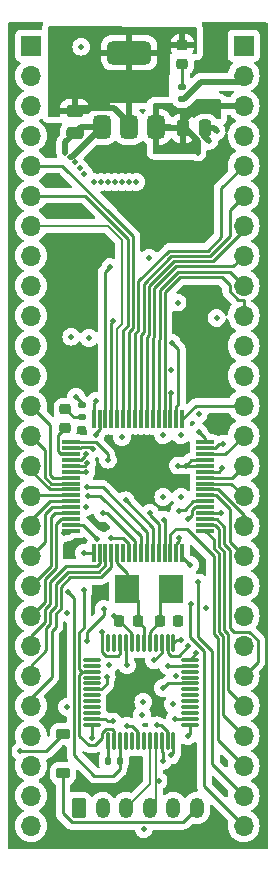
<source format=gtl>
G04 #@! TF.GenerationSoftware,KiCad,Pcbnew,8.0.5*
G04 #@! TF.CreationDate,2024-10-01T14:56:49-07:00*
G04 #@! TF.ProjectId,gr25_nodes,67723235-5f6e-46f6-9465-732e6b696361,rev?*
G04 #@! TF.SameCoordinates,Original*
G04 #@! TF.FileFunction,Copper,L1,Top*
G04 #@! TF.FilePolarity,Positive*
%FSLAX46Y46*%
G04 Gerber Fmt 4.6, Leading zero omitted, Abs format (unit mm)*
G04 Created by KiCad (PCBNEW 8.0.5) date 2024-10-01 14:56:49*
%MOMM*%
%LPD*%
G01*
G04 APERTURE LIST*
G04 Aperture macros list*
%AMRoundRect*
0 Rectangle with rounded corners*
0 $1 Rounding radius*
0 $2 $3 $4 $5 $6 $7 $8 $9 X,Y pos of 4 corners*
0 Add a 4 corners polygon primitive as box body*
4,1,4,$2,$3,$4,$5,$6,$7,$8,$9,$2,$3,0*
0 Add four circle primitives for the rounded corners*
1,1,$1+$1,$2,$3*
1,1,$1+$1,$4,$5*
1,1,$1+$1,$6,$7*
1,1,$1+$1,$8,$9*
0 Add four rect primitives between the rounded corners*
20,1,$1+$1,$2,$3,$4,$5,0*
20,1,$1+$1,$4,$5,$6,$7,0*
20,1,$1+$1,$6,$7,$8,$9,0*
20,1,$1+$1,$8,$9,$2,$3,0*%
G04 Aperture macros list end*
G04 #@! TA.AperFunction,SMDPad,CuDef*
%ADD10RoundRect,0.218750X0.256250X-0.218750X0.256250X0.218750X-0.256250X0.218750X-0.256250X-0.218750X0*%
G04 #@! TD*
G04 #@! TA.AperFunction,SMDPad,CuDef*
%ADD11RoundRect,0.250000X-0.475000X0.250000X-0.475000X-0.250000X0.475000X-0.250000X0.475000X0.250000X0*%
G04 #@! TD*
G04 #@! TA.AperFunction,SMDPad,CuDef*
%ADD12RoundRect,0.375000X0.375000X-0.625000X0.375000X0.625000X-0.375000X0.625000X-0.375000X-0.625000X0*%
G04 #@! TD*
G04 #@! TA.AperFunction,SMDPad,CuDef*
%ADD13RoundRect,0.500000X1.400000X-0.500000X1.400000X0.500000X-1.400000X0.500000X-1.400000X-0.500000X0*%
G04 #@! TD*
G04 #@! TA.AperFunction,SMDPad,CuDef*
%ADD14RoundRect,0.135000X-0.185000X0.135000X-0.185000X-0.135000X0.185000X-0.135000X0.185000X0.135000X0*%
G04 #@! TD*
G04 #@! TA.AperFunction,SMDPad,CuDef*
%ADD15R,2.000000X2.400000*%
G04 #@! TD*
G04 #@! TA.AperFunction,SMDPad,CuDef*
%ADD16RoundRect,0.250000X-0.250000X-0.475000X0.250000X-0.475000X0.250000X0.475000X-0.250000X0.475000X0*%
G04 #@! TD*
G04 #@! TA.AperFunction,SMDPad,CuDef*
%ADD17RoundRect,0.225000X-0.225000X-0.250000X0.225000X-0.250000X0.225000X0.250000X-0.225000X0.250000X0*%
G04 #@! TD*
G04 #@! TA.AperFunction,ComponentPad*
%ADD18RoundRect,0.250000X-0.350000X-0.625000X0.350000X-0.625000X0.350000X0.625000X-0.350000X0.625000X0*%
G04 #@! TD*
G04 #@! TA.AperFunction,ComponentPad*
%ADD19O,1.200000X1.750000*%
G04 #@! TD*
G04 #@! TA.AperFunction,SMDPad,CuDef*
%ADD20RoundRect,0.225000X0.225000X0.250000X-0.225000X0.250000X-0.225000X-0.250000X0.225000X-0.250000X0*%
G04 #@! TD*
G04 #@! TA.AperFunction,SMDPad,CuDef*
%ADD21RoundRect,0.225000X-0.375000X0.225000X-0.375000X-0.225000X0.375000X-0.225000X0.375000X0.225000X0*%
G04 #@! TD*
G04 #@! TA.AperFunction,SMDPad,CuDef*
%ADD22RoundRect,0.075000X-0.075000X0.662500X-0.075000X-0.662500X0.075000X-0.662500X0.075000X0.662500X0*%
G04 #@! TD*
G04 #@! TA.AperFunction,SMDPad,CuDef*
%ADD23RoundRect,0.075000X-0.662500X0.075000X-0.662500X-0.075000X0.662500X-0.075000X0.662500X0.075000X0*%
G04 #@! TD*
G04 #@! TA.AperFunction,SMDPad,CuDef*
%ADD24RoundRect,0.075000X0.075000X-0.700000X0.075000X0.700000X-0.075000X0.700000X-0.075000X-0.700000X0*%
G04 #@! TD*
G04 #@! TA.AperFunction,SMDPad,CuDef*
%ADD25RoundRect,0.075000X0.700000X-0.075000X0.700000X0.075000X-0.700000X0.075000X-0.700000X-0.075000X0*%
G04 #@! TD*
G04 #@! TA.AperFunction,SMDPad,CuDef*
%ADD26RoundRect,0.218750X-0.256250X0.218750X-0.256250X-0.218750X0.256250X-0.218750X0.256250X0.218750X0*%
G04 #@! TD*
G04 #@! TA.AperFunction,SMDPad,CuDef*
%ADD27RoundRect,0.135000X-0.135000X-0.185000X0.135000X-0.185000X0.135000X0.185000X-0.135000X0.185000X0*%
G04 #@! TD*
G04 #@! TA.AperFunction,ComponentPad*
%ADD28R,1.700000X1.700000*%
G04 #@! TD*
G04 #@! TA.AperFunction,ComponentPad*
%ADD29O,1.700000X1.700000*%
G04 #@! TD*
G04 #@! TA.AperFunction,ViaPad*
%ADD30C,0.500000*%
G04 #@! TD*
G04 #@! TA.AperFunction,Conductor*
%ADD31C,0.500000*%
G04 #@! TD*
G04 #@! TA.AperFunction,Conductor*
%ADD32C,0.250000*%
G04 #@! TD*
G04 #@! TA.AperFunction,Conductor*
%ADD33C,0.200000*%
G04 #@! TD*
G04 APERTURE END LIST*
D10*
G04 #@! TO.P,D1,1,K*
G04 #@! TO.N,/Power/LED3v3*
X123500000Y-31287501D03*
G04 #@! TO.P,D1,2,A*
G04 #@! TO.N,+3.3V*
X123500000Y-29712499D03*
G04 #@! TD*
D11*
G04 #@! TO.P,C7,1*
G04 #@! TO.N,+3.3V*
X114400000Y-35250000D03*
G04 #@! TO.P,C7,2*
G04 #@! TO.N,GND*
X114400000Y-37150000D03*
G04 #@! TD*
D12*
G04 #@! TO.P,U4,1,GND*
G04 #@! TO.N,GND*
X116700000Y-36650000D03*
G04 #@! TO.P,U4,2,VO*
G04 #@! TO.N,+3.3V*
X119000000Y-36649999D03*
D13*
X119000000Y-30350001D03*
D12*
G04 #@! TO.P,U4,3,VI*
G04 #@! TO.N,+5V*
X121300000Y-36650000D03*
G04 #@! TD*
D14*
G04 #@! TO.P,R3,1*
G04 #@! TO.N,/Power/LED3v3*
X123500000Y-33240000D03*
G04 #@! TO.P,R3,2*
G04 #@! TO.N,GND*
X123500000Y-34260000D03*
G04 #@! TD*
D15*
G04 #@! TO.P,Y1,1,1*
G04 #@! TO.N,Net-(U5-PD0)*
X122512501Y-75750000D03*
G04 #@! TO.P,Y1,2,2*
G04 #@! TO.N,XTAL_S*
X118812499Y-75750000D03*
G04 #@! TD*
D16*
G04 #@! TO.P,C6,1*
G04 #@! TO.N,+5V*
X123550000Y-36750000D03*
G04 #@! TO.P,C6,2*
G04 #@! TO.N,GND*
X125450000Y-36750000D03*
G04 #@! TD*
D17*
G04 #@! TO.P,C9,1*
G04 #@! TO.N,Net-(U5-PD0)*
X121612500Y-78500000D03*
G04 #@! TO.P,C9,2*
G04 #@! TO.N,GND*
X123162500Y-78500000D03*
G04 #@! TD*
D18*
G04 #@! TO.P,J1,1,Pin_1*
G04 #@! TO.N,GND*
X114750000Y-94300000D03*
D19*
G04 #@! TO.P,J1,2,Pin_2*
G04 #@! TO.N,Net-(J1-Pin_2)*
X116750000Y-94300000D03*
G04 #@! TO.P,J1,3,Pin_3*
G04 #@! TO.N,D-*
X118750000Y-94300000D03*
G04 #@! TO.P,J1,4,Pin_4*
G04 #@! TO.N,D+*
X120750000Y-94300000D03*
G04 #@! TO.P,J1,5,Pin_5*
G04 #@! TO.N,Net-(J1-Pin_5)*
X122750000Y-94300000D03*
G04 #@! TO.P,J1,6,Pin_6*
G04 #@! TO.N,VBUS*
X124750000Y-94300000D03*
G04 #@! TD*
D20*
G04 #@! TO.P,C10,1*
G04 #@! TO.N,XTAL_S*
X119712500Y-78500000D03*
G04 #@! TO.P,C10,2*
G04 #@! TO.N,GND*
X118162500Y-78500000D03*
G04 #@! TD*
D21*
G04 #@! TO.P,D4,1,K*
G04 #@! TO.N,+5V*
X113400000Y-88050000D03*
G04 #@! TO.P,D4,2,A*
G04 #@! TO.N,VBUS*
X113400000Y-91350000D03*
G04 #@! TD*
D22*
G04 #@! TO.P,U5,1,VBAT*
G04 #@! TO.N,+3.3V*
X122750000Y-80337500D03*
G04 #@! TO.P,U5,2,PC13*
G04 #@! TO.N,Net-(U5-PC13)*
X122250000Y-80337500D03*
G04 #@! TO.P,U5,3,PC14*
G04 #@! TO.N,Net-(U5-PC14)*
X121750000Y-80337500D03*
G04 #@! TO.P,U5,4,PC15*
G04 #@! TO.N,unconnected-(U5-PC15-Pad4)*
X121249999Y-80337500D03*
G04 #@! TO.P,U5,5,PD0*
G04 #@! TO.N,Net-(U5-PD0)*
X120750000Y-80337500D03*
G04 #@! TO.P,U5,6,PD1*
G04 #@! TO.N,XTAL_S*
X120250000Y-80337500D03*
G04 #@! TO.P,U5,7,NRST*
G04 #@! TO.N,unconnected-(U5-NRST-Pad7)*
X119750000Y-80337500D03*
G04 #@! TO.P,U5,8,VSSA*
G04 #@! TO.N,GND*
X119250000Y-80337500D03*
G04 #@! TO.P,U5,9,VDDA*
G04 #@! TO.N,+3.3V*
X118750001Y-80337500D03*
G04 #@! TO.P,U5,10,PA0*
G04 #@! TO.N,Net-(U5-PA0)*
X118250000Y-80337500D03*
G04 #@! TO.P,U5,11,PA1*
G04 #@! TO.N,unconnected-(U5-PA1-Pad11)*
X117750000Y-80337500D03*
G04 #@! TO.P,U5,12,PA2*
G04 #@! TO.N,T_TX*
X117250000Y-80337500D03*
D23*
G04 #@! TO.P,U5,13,PA3*
G04 #@! TO.N,T_RX*
X115837500Y-81750000D03*
G04 #@! TO.P,U5,14,PA4*
G04 #@! TO.N,unconnected-(U5-PA4-Pad14)*
X115837500Y-82250000D03*
G04 #@! TO.P,U5,15,PA5*
G04 #@! TO.N,T_CLK*
X115837500Y-82750000D03*
G04 #@! TO.P,U5,16,PA6*
G04 #@! TO.N,unconnected-(U5-PA6-Pad16)*
X115837500Y-83250001D03*
G04 #@! TO.P,U5,17,PA7*
G04 #@! TO.N,unconnected-(U5-PA7-Pad17)*
X115837500Y-83750000D03*
G04 #@! TO.P,U5,18,PB0*
G04 #@! TO.N,T_RST*
X115837500Y-84250000D03*
G04 #@! TO.P,U5,19,PB1*
G04 #@! TO.N,unconnected-(U5-PB1-Pad19)*
X115837500Y-84750000D03*
G04 #@! TO.P,U5,20,PB2*
G04 #@! TO.N,unconnected-(U5-PB2-Pad20)*
X115837500Y-85250000D03*
G04 #@! TO.P,U5,21,PB10*
G04 #@! TO.N,unconnected-(U5-PB10-Pad21)*
X115837500Y-85749999D03*
G04 #@! TO.P,U5,22,PB11*
G04 #@! TO.N,unconnected-(U5-PB11-Pad22)*
X115837500Y-86250000D03*
G04 #@! TO.P,U5,23,VSS*
G04 #@! TO.N,GND*
X115837500Y-86750000D03*
G04 #@! TO.P,U5,24,VDD*
G04 #@! TO.N,+3.3V*
X115837500Y-87250000D03*
D22*
G04 #@! TO.P,U5,25,PB12*
G04 #@! TO.N,Net-(U5-PB12)*
X117250000Y-88662500D03*
G04 #@! TO.P,U5,26,PB13*
G04 #@! TO.N,T_CLK*
X117750000Y-88662500D03*
G04 #@! TO.P,U5,27,PB14*
G04 #@! TO.N,T_DIO*
X118250000Y-88662500D03*
G04 #@! TO.P,U5,28,PB15*
G04 #@! TO.N,unconnected-(U5-PB15-Pad28)*
X118750001Y-88662500D03*
G04 #@! TO.P,U5,29,PA8*
G04 #@! TO.N,unconnected-(U5-PA8-Pad29)*
X119250000Y-88662500D03*
G04 #@! TO.P,U5,30,PA9*
G04 #@! TO.N,LED*
X119750000Y-88662500D03*
G04 #@! TO.P,U5,31,PA10*
G04 #@! TO.N,unconnected-(U5-PA10-Pad31)*
X120250000Y-88662500D03*
G04 #@! TO.P,U5,32,PA11*
G04 #@! TO.N,D-*
X120750000Y-88662500D03*
G04 #@! TO.P,U5,33,PA12*
G04 #@! TO.N,D+*
X121249999Y-88662500D03*
G04 #@! TO.P,U5,34,PA13*
G04 #@! TO.N,DIO*
X121750000Y-88662500D03*
G04 #@! TO.P,U5,35,VSS*
G04 #@! TO.N,GND*
X122250000Y-88662500D03*
G04 #@! TO.P,U5,36,VDD*
G04 #@! TO.N,+3.3V*
X122750000Y-88662500D03*
D23*
G04 #@! TO.P,U5,37,PA14*
G04 #@! TO.N,CLK*
X124162500Y-87250000D03*
G04 #@! TO.P,U5,38,PA15*
G04 #@! TO.N,RENUM*
X124162500Y-86750000D03*
G04 #@! TO.P,U5,39,PB3*
G04 #@! TO.N,unconnected-(U5-PB3-Pad39)*
X124162500Y-86250000D03*
G04 #@! TO.P,U5,40,PB4*
G04 #@! TO.N,unconnected-(U5-PB4-Pad40)*
X124162500Y-85749999D03*
G04 #@! TO.P,U5,41,PB5*
G04 #@! TO.N,unconnected-(U5-PB5-Pad41)*
X124162500Y-85250000D03*
G04 #@! TO.P,U5,42,PB6*
G04 #@! TO.N,unconnected-(U5-PB6-Pad42)*
X124162500Y-84750000D03*
G04 #@! TO.P,U5,43,PB7*
G04 #@! TO.N,unconnected-(U5-PB7-Pad43)*
X124162500Y-84250000D03*
G04 #@! TO.P,U5,44,BOOT0*
G04 #@! TO.N,B0*
X124162500Y-83750000D03*
G04 #@! TO.P,U5,45,PB8*
G04 #@! TO.N,unconnected-(U5-PB8-Pad45)*
X124162500Y-83250001D03*
G04 #@! TO.P,U5,46,PB9*
G04 #@! TO.N,unconnected-(U5-PB9-Pad46)*
X124162500Y-82750000D03*
G04 #@! TO.P,U5,47,VSS*
G04 #@! TO.N,GND*
X124162500Y-82250000D03*
G04 #@! TO.P,U5,48,VDD*
G04 #@! TO.N,+3.3V*
X124162500Y-81750000D03*
G04 #@! TD*
D14*
G04 #@! TO.P,R18,1*
G04 #@! TO.N,GND*
X115000000Y-60190000D03*
G04 #@! TO.P,R18,2*
G04 #@! TO.N,Net-(D5-K)*
X115000000Y-61210000D03*
G04 #@! TD*
D24*
G04 #@! TO.P,U1,1,VBAT*
G04 #@! TO.N,+3.3V*
X116000001Y-72750000D03*
G04 #@! TO.P,U1,2,PC13*
G04 #@! TO.N,PC13*
X116500000Y-72750000D03*
G04 #@! TO.P,U1,3,PC14*
G04 #@! TO.N,PC14*
X117000000Y-72750000D03*
G04 #@! TO.P,U1,4,PC15*
G04 #@! TO.N,PC15*
X117500000Y-72750000D03*
G04 #@! TO.P,U1,5,PF0*
G04 #@! TO.N,XTAL_S*
X118000000Y-72750000D03*
G04 #@! TO.P,U1,6,PF1*
G04 #@! TO.N,unconnected-(U1-PF1-Pad6)*
X118500001Y-72750000D03*
G04 #@! TO.P,U1,7,PG10*
G04 #@! TO.N,T_RST*
X119000000Y-72750000D03*
G04 #@! TO.P,U1,8,PC0*
G04 #@! TO.N,PC0*
X119500000Y-72750000D03*
G04 #@! TO.P,U1,9,PC1*
G04 #@! TO.N,PC1*
X120000000Y-72750000D03*
G04 #@! TO.P,U1,10,PC2*
G04 #@! TO.N,PC2*
X120500000Y-72750000D03*
G04 #@! TO.P,U1,11,PC3*
G04 #@! TO.N,PC3*
X120999999Y-72750000D03*
G04 #@! TO.P,U1,12,PA0*
G04 #@! TO.N,PA0*
X121500000Y-72750000D03*
G04 #@! TO.P,U1,13,PA1*
G04 #@! TO.N,PA1*
X122000000Y-72750000D03*
G04 #@! TO.P,U1,14,PA2*
G04 #@! TO.N,PA2*
X122500000Y-72750000D03*
G04 #@! TO.P,U1,15,VSS*
G04 #@! TO.N,GND*
X123000000Y-72750000D03*
G04 #@! TO.P,U1,16,VDD*
G04 #@! TO.N,+3.3V*
X123499999Y-72750000D03*
D25*
G04 #@! TO.P,U1,17,PA3*
G04 #@! TO.N,PA3*
X125425000Y-70824999D03*
G04 #@! TO.P,U1,18,PA4*
G04 #@! TO.N,PA4*
X125425000Y-70325000D03*
G04 #@! TO.P,U1,19,PA5*
G04 #@! TO.N,SPI1_SCK*
X125425000Y-69825000D03*
G04 #@! TO.P,U1,20,PA6*
G04 #@! TO.N,SPI1_MISO*
X125425000Y-69325000D03*
G04 #@! TO.P,U1,21,PA7*
G04 #@! TO.N,SPI1_MOSI*
X125425000Y-68825000D03*
G04 #@! TO.P,U1,22,PC4*
G04 #@! TO.N,PC4*
X125425000Y-68324999D03*
G04 #@! TO.P,U1,23,PC5*
G04 #@! TO.N,PC5*
X125425000Y-67825000D03*
G04 #@! TO.P,U1,24,PB0*
G04 #@! TO.N,PB0*
X125425000Y-67325000D03*
G04 #@! TO.P,U1,25,PB1*
G04 #@! TO.N,PB1*
X125425000Y-66825000D03*
G04 #@! TO.P,U1,26,PB2*
G04 #@! TO.N,PB2*
X125425000Y-66325000D03*
G04 #@! TO.P,U1,27,VSSA*
G04 #@! TO.N,GND*
X125425000Y-65825001D03*
G04 #@! TO.P,U1,28,VREF+*
G04 #@! TO.N,VDDA*
X125425000Y-65325000D03*
G04 #@! TO.P,U1,29,VDDA*
X125425000Y-64825000D03*
G04 #@! TO.P,U1,30,PB10*
G04 #@! TO.N,PB10*
X125425000Y-64325000D03*
G04 #@! TO.P,U1,31,VSS*
G04 #@! TO.N,GND*
X125425000Y-63825000D03*
G04 #@! TO.P,U1,32,VDD*
G04 #@! TO.N,+3.3V*
X125425000Y-63325001D03*
D24*
G04 #@! TO.P,U1,33,PB11*
G04 #@! TO.N,PB11*
X123499999Y-61400000D03*
G04 #@! TO.P,U1,34,PB12*
G04 #@! TO.N,CRXD2*
X123000000Y-61400000D03*
G04 #@! TO.P,U1,35,PB13*
G04 #@! TO.N,CTXD2*
X122500000Y-61400000D03*
G04 #@! TO.P,U1,36,PB14*
G04 #@! TO.N,PB14*
X122000000Y-61400000D03*
G04 #@! TO.P,U1,37,PB15*
G04 #@! TO.N,PB15*
X121500000Y-61400000D03*
G04 #@! TO.P,U1,38,PC6*
G04 #@! TO.N,I2C4_SCL*
X120999999Y-61400000D03*
G04 #@! TO.P,U1,39,PC7*
G04 #@! TO.N,I2C4_SDA*
X120500000Y-61400000D03*
G04 #@! TO.P,U1,40,PC8*
G04 #@! TO.N,I2C3_SCL*
X120000000Y-61400000D03*
G04 #@! TO.P,U1,41,PC9*
G04 #@! TO.N,I2C3_SDA*
X119500000Y-61400000D03*
G04 #@! TO.P,U1,42,PA8*
G04 #@! TO.N,I2C2_SDA*
X119000000Y-61400000D03*
G04 #@! TO.P,U1,43,PA9*
G04 #@! TO.N,I2C2_SCL*
X118500001Y-61400000D03*
G04 #@! TO.P,U1,44,PA10*
G04 #@! TO.N,PA10*
X118000000Y-61400000D03*
G04 #@! TO.P,U1,45,PA11*
G04 #@! TO.N,CRXD3*
X117500000Y-61400000D03*
G04 #@! TO.P,U1,46,PA12*
G04 #@! TO.N,CTXD3*
X117000000Y-61400000D03*
G04 #@! TO.P,U1,47,VSS*
G04 #@! TO.N,GND*
X116500000Y-61400000D03*
G04 #@! TO.P,U1,48,VDD*
G04 #@! TO.N,+3.3V*
X116000001Y-61400000D03*
D25*
G04 #@! TO.P,U1,49,PA13*
G04 #@! TO.N,T_DIO*
X114075000Y-63325001D03*
G04 #@! TO.P,U1,50,PA14*
G04 #@! TO.N,T_CLK*
X114075000Y-63825000D03*
G04 #@! TO.P,U1,51,PA15*
G04 #@! TO.N,HBEAT*
X114075000Y-64325000D03*
G04 #@! TO.P,U1,52,PC10*
G04 #@! TO.N,SPI3_SCK*
X114075000Y-64825000D03*
G04 #@! TO.P,U1,53,PC11*
G04 #@! TO.N,SPI3_MISO*
X114075000Y-65325000D03*
G04 #@! TO.P,U1,54,PC12*
G04 #@! TO.N,SPI3_MOSI*
X114075000Y-65825001D03*
G04 #@! TO.P,U1,55,PD2*
G04 #@! TO.N,PD2*
X114075000Y-66325000D03*
G04 #@! TO.P,U1,56,PB3*
G04 #@! TO.N,PB3*
X114075000Y-66825000D03*
G04 #@! TO.P,U1,57,PB4*
G04 #@! TO.N,PB4*
X114075000Y-67325000D03*
G04 #@! TO.P,U1,58,PB5*
G04 #@! TO.N,PB5*
X114075000Y-67825000D03*
G04 #@! TO.P,U1,59,PB6*
G04 #@! TO.N,PB6*
X114075000Y-68324999D03*
G04 #@! TO.P,U1,60,PB7*
G04 #@! TO.N,I2C1_SDA*
X114075000Y-68825000D03*
G04 #@! TO.P,U1,61,PB8*
G04 #@! TO.N,I2C1_SCL*
X114075000Y-69325000D03*
G04 #@! TO.P,U1,62,PB9*
G04 #@! TO.N,PB9*
X114075000Y-69825000D03*
G04 #@! TO.P,U1,63,VSS*
G04 #@! TO.N,GND*
X114075000Y-70325000D03*
G04 #@! TO.P,U1,64,VDD*
G04 #@! TO.N,+3.3V*
X114075000Y-70824999D03*
G04 #@! TD*
D26*
G04 #@! TO.P,D5,1,K*
G04 #@! TO.N,Net-(D5-K)*
X113600000Y-60512500D03*
G04 #@! TO.P,D5,2,A*
G04 #@! TO.N,HBEAT*
X113600000Y-62087500D03*
G04 #@! TD*
D27*
G04 #@! TO.P,R12,1*
G04 #@! TO.N,Net-(U5-PB12)*
X117200000Y-90300000D03*
G04 #@! TO.P,R12,2*
G04 #@! TO.N,T_DIO*
X118219998Y-90300000D03*
G04 #@! TD*
D28*
G04 #@! TO.P,J6,1,Pin_1*
G04 #@! TO.N,+12V*
X128700000Y-29760000D03*
D29*
G04 #@! TO.P,J6,2,Pin_2*
G04 #@! TO.N,GND*
X128700000Y-32300000D03*
G04 #@! TO.P,J6,3,Pin_3*
G04 #@! TO.N,+5V*
X128700000Y-34839999D03*
G04 #@! TO.P,J6,4,Pin_4*
G04 #@! TO.N,+3.3V*
X128700000Y-37380000D03*
G04 #@! TO.P,J6,5,Pin_5*
G04 #@! TO.N,I2C3_SDA*
X128700000Y-39920000D03*
G04 #@! TO.P,J6,6,Pin_6*
G04 #@! TO.N,I2C3_SCL*
X128700000Y-42460000D03*
G04 #@! TO.P,J6,7,Pin_7*
G04 #@! TO.N,I2C4_SDA*
X128700000Y-45000000D03*
G04 #@! TO.P,J6,8,Pin_8*
G04 #@! TO.N,I2C4_SCL*
X128700000Y-47540001D03*
G04 #@! TO.P,J6,9,Pin_9*
G04 #@! TO.N,PB15*
X128700000Y-50080000D03*
G04 #@! TO.P,J6,10,Pin_10*
G04 #@! TO.N,PB14*
X128700000Y-52620000D03*
G04 #@! TO.P,J6,11,Pin_11*
G04 #@! TO.N,CANL2*
X128700000Y-55160000D03*
G04 #@! TO.P,J6,12,Pin_12*
G04 #@! TO.N,CANH2*
X128700000Y-57699999D03*
G04 #@! TO.P,J6,13,Pin_13*
G04 #@! TO.N,PB11*
X128700000Y-60240000D03*
G04 #@! TO.P,J6,14,Pin_14*
G04 #@! TO.N,PB10*
X128700000Y-62780000D03*
G04 #@! TO.P,J6,15,Pin_15*
G04 #@! TO.N,PB2*
X128700000Y-65320000D03*
G04 #@! TO.P,J6,16,Pin_16*
G04 #@! TO.N,PB1*
X128700000Y-67859999D03*
G04 #@! TO.P,J6,17,Pin_17*
G04 #@! TO.N,PB0*
X128700000Y-70400001D03*
G04 #@! TO.P,J6,18,Pin_18*
G04 #@! TO.N,PC5*
X128700000Y-72940000D03*
G04 #@! TO.P,J6,19,Pin_19*
G04 #@! TO.N,PC4*
X128700000Y-75480000D03*
G04 #@! TO.P,J6,20,Pin_20*
G04 #@! TO.N,SPI1_MISO*
X128700000Y-78020000D03*
G04 #@! TO.P,J6,21,Pin_21*
G04 #@! TO.N,SPI1_MOSI*
X128700000Y-80559999D03*
G04 #@! TO.P,J6,22,Pin_22*
G04 #@! TO.N,SPI1_SCK*
X128700000Y-83100000D03*
G04 #@! TO.P,J6,23,Pin_23*
G04 #@! TO.N,PA4*
X128700000Y-85640000D03*
G04 #@! TO.P,J6,24,Pin_24*
G04 #@! TO.N,PA3*
X128700000Y-88180000D03*
G04 #@! TO.P,J6,25,Pin_25*
G04 #@! TO.N,PA2*
X128700000Y-90719999D03*
G04 #@! TO.P,J6,26,Pin_26*
G04 #@! TO.N,PA1*
X128700000Y-93260001D03*
G04 #@! TO.P,J6,27,Pin_27*
G04 #@! TO.N,PA0*
X128700000Y-95800000D03*
G04 #@! TD*
D28*
G04 #@! TO.P,J7,1,Pin_1*
G04 #@! TO.N,+12V*
X110700000Y-29760000D03*
D29*
G04 #@! TO.P,J7,2,Pin_2*
G04 #@! TO.N,GND*
X110700000Y-32300000D03*
G04 #@! TO.P,J7,3,Pin_3*
G04 #@! TO.N,+5V*
X110700000Y-34839999D03*
G04 #@! TO.P,J7,4,Pin_4*
G04 #@! TO.N,+3.3V*
X110700000Y-37380000D03*
G04 #@! TO.P,J7,5,Pin_5*
G04 #@! TO.N,I2C2_SDA*
X110700000Y-39920000D03*
G04 #@! TO.P,J7,6,Pin_6*
G04 #@! TO.N,I2C2_SCL*
X110700000Y-42460000D03*
G04 #@! TO.P,J7,7,Pin_7*
G04 #@! TO.N,PA10*
X110700000Y-45000000D03*
G04 #@! TO.P,J7,8,Pin_8*
G04 #@! TO.N,CANH3*
X110700000Y-47540001D03*
G04 #@! TO.P,J7,9,Pin_9*
G04 #@! TO.N,CANL3*
X110700000Y-50080000D03*
G04 #@! TO.P,J7,10,Pin_10*
G04 #@! TO.N,SPI3_SCK*
X110700000Y-52620000D03*
G04 #@! TO.P,J7,11,Pin_11*
G04 #@! TO.N,SPI3_MISO*
X110700000Y-55160000D03*
G04 #@! TO.P,J7,12,Pin_12*
G04 #@! TO.N,SPI3_MOSI*
X110700000Y-57699999D03*
G04 #@! TO.P,J7,13,Pin_13*
G04 #@! TO.N,PD2*
X110700000Y-60240000D03*
G04 #@! TO.P,J7,14,Pin_14*
G04 #@! TO.N,PB3*
X110700000Y-62780000D03*
G04 #@! TO.P,J7,15,Pin_15*
G04 #@! TO.N,PB4*
X110700000Y-65320000D03*
G04 #@! TO.P,J7,16,Pin_16*
G04 #@! TO.N,PB5*
X110700000Y-67859999D03*
G04 #@! TO.P,J7,17,Pin_17*
G04 #@! TO.N,PB6*
X110700000Y-70400001D03*
G04 #@! TO.P,J7,18,Pin_18*
G04 #@! TO.N,I2C1_SDA*
X110700000Y-72940000D03*
G04 #@! TO.P,J7,19,Pin_19*
G04 #@! TO.N,I2C1_SCL*
X110700000Y-75480000D03*
G04 #@! TO.P,J7,20,Pin_20*
G04 #@! TO.N,PB9*
X110700000Y-78020000D03*
G04 #@! TO.P,J7,21,Pin_21*
G04 #@! TO.N,PC13*
X110700000Y-80559999D03*
G04 #@! TO.P,J7,22,Pin_22*
G04 #@! TO.N,PC14*
X110700000Y-83100000D03*
G04 #@! TO.P,J7,23,Pin_23*
G04 #@! TO.N,PC15*
X110700000Y-85640000D03*
G04 #@! TO.P,J7,24,Pin_24*
G04 #@! TO.N,PC2*
X110700000Y-88180000D03*
G04 #@! TO.P,J7,25,Pin_25*
G04 #@! TO.N,PC1*
X110700000Y-90719999D03*
G04 #@! TO.P,J7,26,Pin_26*
G04 #@! TO.N,PC0*
X110700000Y-93260001D03*
G04 #@! TO.P,J7,27,Pin_27*
G04 #@! TO.N,PC3*
X110700000Y-95800000D03*
G04 #@! TD*
D30*
G04 #@! TO.N,GND*
X120200000Y-85300000D03*
X114400000Y-39600000D03*
X119000000Y-41300000D03*
X120700000Y-47700000D03*
X118400000Y-41300000D03*
X116000000Y-41300000D03*
X121900000Y-62750000D03*
X117200000Y-41300000D03*
X119600000Y-41300000D03*
X117275000Y-82200000D03*
X115350000Y-68800000D03*
X122300000Y-82250000D03*
X116600000Y-41300000D03*
X125525000Y-77400000D03*
X121900000Y-67950000D03*
X115600000Y-54500000D03*
X122700000Y-85519998D03*
X113600000Y-38800000D03*
X115200000Y-40600000D03*
X123400000Y-62750000D03*
X126400000Y-37000000D03*
X122975000Y-83150000D03*
X113750000Y-77750000D03*
X121350000Y-87300000D03*
X116200000Y-62675000D03*
X114950000Y-29844975D03*
X116300000Y-71500000D03*
X120225000Y-96100000D03*
X114500000Y-59500000D03*
X124900000Y-60925000D03*
X123162500Y-78500000D03*
X122575000Y-57200000D03*
X114800000Y-40100000D03*
X117628635Y-86971365D03*
X117800000Y-41300000D03*
X123250000Y-71450000D03*
X123400000Y-67950000D03*
X123100000Y-51500000D03*
X125800000Y-37800000D03*
X126900000Y-65550000D03*
X114000000Y-39200000D03*
X117750000Y-78050000D03*
X126950000Y-63450000D03*
G04 #@! TO.N,+5V*
X124800000Y-38800000D03*
X109800000Y-89500000D03*
G04 #@! TO.N,+3.3V*
X112800000Y-33900000D03*
X113450000Y-71050000D03*
X112800000Y-33300000D03*
X124150000Y-73700000D03*
X112800000Y-34500000D03*
X124700000Y-81150000D03*
X115150000Y-72700000D03*
X113750000Y-85750000D03*
X124900000Y-62475000D03*
X114100000Y-54400000D03*
X118825000Y-82200000D03*
X123425000Y-80050000D03*
X115837653Y-88412347D03*
X118400000Y-62900000D03*
X116200000Y-59800000D03*
X112800000Y-35100000D03*
X122550000Y-89850000D03*
X120102654Y-86387347D03*
X126400000Y-52800000D03*
G04 #@! TO.N,VDDA*
X123800000Y-65300000D03*
X123100000Y-65300000D03*
G04 #@! TO.N,LED*
X118795444Y-87325000D03*
G04 #@! TO.N,D+*
X121490001Y-92000000D03*
G04 #@! TO.N,PC0*
X116800000Y-69351257D03*
G04 #@! TO.N,PA0*
X120750000Y-69300000D03*
X124200000Y-77050000D03*
G04 #@! TO.N,PA1*
X121924201Y-69875000D03*
X124850000Y-75200000D03*
G04 #@! TO.N,PC2*
X115434920Y-67159522D03*
G04 #@! TO.N,PC3*
X118700000Y-68250000D03*
G04 #@! TO.N,PC1*
X115550000Y-67850000D03*
G04 #@! TO.N,SPI3_MOSI*
X115376633Y-65881236D03*
G04 #@! TO.N,SPI3_SCK*
X115363173Y-64350000D03*
G04 #@! TO.N,SPI3_MISO*
X115434556Y-65121382D03*
G04 #@! TO.N,PC4*
X123250000Y-69150000D03*
G04 #@! TO.N,SPI1_MISO*
X126750000Y-69350000D03*
G04 #@! TO.N,SPI1_MOSI*
X124000000Y-69850000D03*
G04 #@! TO.N,Net-(U5-PA0)*
X116700000Y-79400000D03*
G04 #@! TO.N,Net-(U5-PC13)*
X124013376Y-80593860D03*
G04 #@! TO.N,Net-(U5-PC14)*
X121108882Y-81783882D03*
G04 #@! TO.N,B0*
X116850000Y-77450000D03*
X121862653Y-84137347D03*
X115450000Y-80150000D03*
G04 #@! TO.N,T_DIO*
X113800000Y-76000000D03*
X117200000Y-64800000D03*
G04 #@! TO.N,RENUM*
X122850000Y-86750000D03*
G04 #@! TO.N,DIO*
X121850000Y-90300000D03*
G04 #@! TO.N,CLK*
X123950000Y-88200000D03*
G04 #@! TO.N,CTXD2*
X122575000Y-59200000D03*
G04 #@! TO.N,T_CLK*
X115926926Y-63900000D03*
X115144011Y-75879050D03*
G04 #@! TO.N,CTXD3*
X117400000Y-48500000D03*
G04 #@! TO.N,CRXD3*
X117625003Y-53100000D03*
G04 #@! TO.N,CRXD2*
X122600000Y-54900000D03*
G04 #@! TO.N,T_RST*
X117500000Y-71400000D03*
X117100000Y-83200000D03*
G04 #@! TD*
D31*
G04 #@! TO.N,GND*
X114150000Y-39200000D02*
X116700000Y-36650000D01*
D32*
X116500000Y-62242764D02*
X116500000Y-61400000D01*
X114500000Y-59500000D02*
X115000000Y-60000000D01*
D31*
X125275000Y-36750000D02*
X126150000Y-36750000D01*
X116700000Y-36650000D02*
X114900000Y-36650000D01*
D32*
X116300000Y-71500000D02*
X115125000Y-70325000D01*
X122250000Y-87857236D02*
X121692764Y-87300000D01*
X117750000Y-78087500D02*
X118162500Y-78500000D01*
X117750000Y-78050000D02*
X117750000Y-78087500D01*
X116200000Y-62542764D02*
X116500000Y-62242764D01*
X116950000Y-86750000D02*
X115837500Y-86750000D01*
X123000000Y-71907236D02*
X123000000Y-72750000D01*
X126900000Y-65550000D02*
X126624999Y-65825001D01*
D31*
X128200000Y-32800000D02*
X128700000Y-32300000D01*
X113600000Y-38800000D02*
X113600000Y-37950000D01*
X126150000Y-36750000D02*
X126400000Y-37000000D01*
D32*
X117171365Y-86971365D02*
X116950000Y-86750000D01*
X126624999Y-65825001D02*
X125425000Y-65825001D01*
D31*
X125091056Y-32800000D02*
X128200000Y-32800000D01*
D32*
X118217765Y-78500000D02*
X118162500Y-78500000D01*
D31*
X113600000Y-37950000D02*
X114400000Y-37150000D01*
X123500000Y-34260000D02*
X123631056Y-34260000D01*
D32*
X124162500Y-82250000D02*
X122300000Y-82250000D01*
X119250000Y-80337500D02*
X119250000Y-79532235D01*
X123250000Y-71657236D02*
X123000000Y-71907236D01*
D31*
X123631056Y-34260000D02*
X125091056Y-32800000D01*
X125275000Y-36750000D02*
X125275000Y-37275000D01*
D32*
X117628635Y-86971365D02*
X117171365Y-86971365D01*
X115125000Y-70325000D02*
X114075000Y-70325000D01*
X123250000Y-71450000D02*
X123250000Y-71657236D01*
X122250000Y-88662500D02*
X122250000Y-87857236D01*
X116200000Y-62675000D02*
X116200000Y-62542764D01*
X126267765Y-63825000D02*
X125425000Y-63825000D01*
D31*
X114000000Y-39200000D02*
X114150000Y-39200000D01*
D32*
X126950000Y-63450000D02*
X126642765Y-63450000D01*
X121692764Y-87300000D02*
X121350000Y-87300000D01*
D31*
X125275000Y-37275000D02*
X125800000Y-37800000D01*
D32*
X126642765Y-63450000D02*
X126267765Y-63825000D01*
D31*
X114900000Y-36650000D02*
X114400000Y-37150000D01*
D32*
X115000000Y-60000000D02*
X115000000Y-60190000D01*
X119250000Y-79532235D02*
X118217765Y-78500000D01*
D31*
G04 #@! TO.N,+5V*
X124860001Y-34839999D02*
X123725000Y-35975000D01*
X123725000Y-36750000D02*
X121400000Y-36750000D01*
X123725000Y-35975000D02*
X123725000Y-36750000D01*
X128700000Y-34839999D02*
X124860001Y-34839999D01*
X121400000Y-36750000D02*
X121300000Y-36650000D01*
X124800000Y-37825000D02*
X123725000Y-36750000D01*
D32*
X109800000Y-89500000D02*
X111950000Y-89500000D01*
D31*
X124800000Y-38800000D02*
X124800000Y-37825000D01*
D32*
X111950000Y-89500000D02*
X113400000Y-88050000D01*
D31*
G04 #@! TO.N,+3.3V*
X114650000Y-35000000D02*
X114400000Y-35250000D01*
D32*
X118750001Y-82125001D02*
X118750001Y-80337500D01*
X115837500Y-88412194D02*
X115837500Y-87250000D01*
X125425000Y-63000000D02*
X125425000Y-63325001D01*
D31*
X119000000Y-36649999D02*
X119000000Y-30350001D01*
D32*
X116000001Y-59999999D02*
X116000001Y-61400000D01*
X122550000Y-89850000D02*
X122750000Y-89650000D01*
X123037500Y-80050000D02*
X122750000Y-80337500D01*
X123425000Y-80050000D02*
X123037500Y-80050000D01*
X113849999Y-71050000D02*
X114075000Y-70824999D01*
X123499999Y-73049999D02*
X123499999Y-72750000D01*
X124900000Y-62475000D02*
X125425000Y-63000000D01*
X115837653Y-88412347D02*
X115837500Y-88412194D01*
X115200000Y-72750000D02*
X116000001Y-72750000D01*
X124150000Y-73700000D02*
X123499999Y-73049999D01*
D31*
X119000000Y-36649999D02*
X119000000Y-36300000D01*
X117700000Y-35000000D02*
X114650000Y-35000000D01*
D32*
X122750000Y-89650000D02*
X122750000Y-88662500D01*
X113450000Y-71050000D02*
X113849999Y-71050000D01*
X116200000Y-59800000D02*
X116000001Y-59999999D01*
D31*
X119000000Y-36300000D02*
X117700000Y-35000000D01*
D32*
X115150000Y-72700000D02*
X115200000Y-72750000D01*
X118825000Y-82200000D02*
X118750001Y-82125001D01*
X124700000Y-81150000D02*
X124700000Y-81212500D01*
X124700000Y-81212500D02*
X124162500Y-81750000D01*
G04 #@! TO.N,VDDA*
X123800000Y-65300000D02*
X123825000Y-65325000D01*
X123100000Y-65300000D02*
X123800000Y-65300000D01*
X123825000Y-65325000D02*
X125425000Y-65325000D01*
X123800000Y-65300000D02*
X124275000Y-64825000D01*
X124275000Y-64825000D02*
X125425000Y-64825000D01*
G04 #@! TO.N,/Power/LED3v3*
X123500000Y-32925000D02*
X123500000Y-31287501D01*
G04 #@! TO.N,LED*
X118795444Y-87325000D02*
X119217764Y-87325000D01*
X119750000Y-87857236D02*
X119750000Y-88662500D01*
X119217764Y-87325000D02*
X119750000Y-87857236D01*
G04 #@! TO.N,VBUS*
X114154900Y-95500000D02*
X113400000Y-94745100D01*
X123550000Y-95500000D02*
X114154900Y-95500000D01*
X113400000Y-94745100D02*
X113400000Y-91350000D01*
X124750000Y-94300000D02*
X123550000Y-95500000D01*
G04 #@! TO.N,Net-(D5-K)*
X114297500Y-61210000D02*
X113600000Y-60512500D01*
X115000000Y-61210000D02*
X114297500Y-61210000D01*
G04 #@! TO.N,HBEAT*
X112975000Y-62712500D02*
X113600000Y-62087500D01*
X113232236Y-64325000D02*
X112975000Y-64067764D01*
X114075000Y-64325000D02*
X113232236Y-64325000D01*
X112975000Y-64067764D02*
X112975000Y-62712500D01*
D33*
G04 #@! TO.N,D-*
X118750000Y-94300000D02*
X120750000Y-92300000D01*
X120750000Y-92300000D02*
X120750000Y-88662500D01*
G04 #@! TO.N,D+*
X121249999Y-93800001D02*
X120750000Y-94300000D01*
X121249999Y-91950000D02*
X121440001Y-91950000D01*
X121249999Y-91950000D02*
X121249999Y-93800001D01*
X121249999Y-88662500D02*
X121249999Y-91950000D01*
X121440001Y-91950000D02*
X121490001Y-92000000D01*
D32*
G04 #@! TO.N,PA2*
X126500000Y-88519999D02*
X128700000Y-90719999D01*
X126175000Y-72960584D02*
X126175000Y-79584188D01*
X126175000Y-79584188D02*
X126500000Y-79909188D01*
X126500000Y-79909188D02*
X126500000Y-88519999D01*
X123875108Y-70660692D02*
X126175000Y-72960584D01*
X122939308Y-70660692D02*
X123875108Y-70660692D01*
X122500000Y-72750000D02*
X122500000Y-71100000D01*
X122500000Y-71100000D02*
X122939308Y-70660692D01*
G04 #@! TO.N,PC0*
X117165838Y-69351257D02*
X119500000Y-71685419D01*
X116800000Y-69351257D02*
X117165838Y-69351257D01*
X119500000Y-71685419D02*
X119500000Y-72750000D01*
G04 #@! TO.N,PA3*
X126150000Y-72299188D02*
X126625000Y-72774188D01*
X126150000Y-71549999D02*
X126150000Y-72299188D01*
X126950000Y-79722792D02*
X126950000Y-86430000D01*
X126625000Y-72774188D02*
X126625000Y-79397792D01*
X126950000Y-86430000D02*
X128700000Y-88180000D01*
X126625000Y-79397792D02*
X126950000Y-79722792D01*
X125425000Y-70824999D02*
X126150000Y-71549999D01*
G04 #@! TO.N,PA0*
X120750000Y-69300000D02*
X120750000Y-69513173D01*
X125350000Y-80979856D02*
X125350000Y-92450000D01*
X124150000Y-79779856D02*
X125350000Y-80979856D01*
X121500000Y-70263173D02*
X121500000Y-72750000D01*
X120750000Y-69513173D02*
X121500000Y-70263173D01*
X124150000Y-77100000D02*
X124150000Y-79779856D01*
X124200000Y-77050000D02*
X124150000Y-77100000D01*
X125350000Y-92450000D02*
X128700000Y-95800000D01*
G04 #@! TO.N,PA1*
X126050000Y-81043460D02*
X126050000Y-90610001D01*
X124850000Y-79843460D02*
X126050000Y-81043460D01*
X126050000Y-90610001D02*
X128700000Y-93260001D01*
X121924201Y-69875000D02*
X122000000Y-69950799D01*
X124850000Y-75200000D02*
X124850000Y-79843460D01*
X122000000Y-69950799D02*
X122000000Y-72750000D01*
G04 #@! TO.N,PC2*
X120500000Y-70900000D02*
X120500000Y-72750000D01*
X116759522Y-67159522D02*
X120500000Y-70900000D01*
X115434920Y-67159522D02*
X116759522Y-67159522D01*
G04 #@! TO.N,PC15*
X114022792Y-74750000D02*
X116615557Y-74750000D01*
X112450000Y-79272792D02*
X112775000Y-78947792D01*
X116615557Y-74750000D02*
X117500000Y-73865557D01*
X110700000Y-85640000D02*
X110700000Y-84950000D01*
X113225000Y-75547792D02*
X114022792Y-74750000D01*
X112775000Y-78947792D02*
X112775000Y-77854188D01*
X113225000Y-77404188D02*
X113225000Y-75547792D01*
X117500000Y-73865557D02*
X117500000Y-72750000D01*
X112775000Y-77854188D02*
X113225000Y-77404188D01*
X112450000Y-83200000D02*
X112450000Y-79272792D01*
X110700000Y-84950000D02*
X112450000Y-83200000D01*
G04 #@! TO.N,PC13*
X110700000Y-79750000D02*
X110700000Y-80559999D01*
X116242765Y-73850000D02*
X113650000Y-73850000D01*
X112325000Y-75175000D02*
X112325000Y-77031396D01*
X112325000Y-77031396D02*
X111875000Y-77481396D01*
X111875000Y-77481396D02*
X111875000Y-78575000D01*
X111875000Y-78575000D02*
X110700000Y-79750000D01*
X116500000Y-72750000D02*
X116500000Y-73592765D01*
X116500000Y-73592765D02*
X116242765Y-73850000D01*
X113650000Y-73850000D02*
X112325000Y-75175000D01*
G04 #@! TO.N,PC3*
X120999999Y-70549999D02*
X120999999Y-72750000D01*
X118700000Y-68250000D02*
X120999999Y-70549999D01*
G04 #@! TO.N,PC14*
X112325000Y-77667792D02*
X112325000Y-78761396D01*
X112000000Y-79086396D02*
X112000000Y-80950000D01*
X112775000Y-77217792D02*
X112325000Y-77667792D01*
X112775000Y-75361396D02*
X112775000Y-77217792D01*
X113836396Y-74300000D02*
X112775000Y-75361396D01*
X112325000Y-78761396D02*
X112000000Y-79086396D01*
X112000000Y-80950000D02*
X110700000Y-82250000D01*
X117000000Y-73729161D02*
X116429161Y-74300000D01*
X117000000Y-72750000D02*
X117000000Y-73729161D01*
X110700000Y-82250000D02*
X110700000Y-83100000D01*
X116429161Y-74300000D02*
X113836396Y-74300000D01*
G04 #@! TO.N,PC1*
X120000000Y-71300000D02*
X120000000Y-72750000D01*
X115550000Y-67850000D02*
X116550000Y-67850000D01*
X116550000Y-67850000D02*
X120000000Y-71300000D01*
G04 #@! TO.N,PA4*
X126267765Y-70325000D02*
X126600000Y-70657235D01*
X127075000Y-79211396D02*
X127400000Y-79536396D01*
X127400000Y-79536396D02*
X127400000Y-84340000D01*
X127075000Y-72587792D02*
X127075000Y-79211396D01*
X125425000Y-70325000D02*
X126267765Y-70325000D01*
X126600000Y-72112792D02*
X127075000Y-72587792D01*
X126600000Y-70657235D02*
X126600000Y-72112792D01*
X127400000Y-84340000D02*
X128700000Y-85640000D01*
G04 #@! TO.N,SPI3_MOSI*
X114974000Y-65881236D02*
X114917765Y-65825001D01*
X114917765Y-65825001D02*
X114075000Y-65825001D01*
X115376633Y-65881236D02*
X114974000Y-65881236D01*
G04 #@! TO.N,PB9*
X114075000Y-69825000D02*
X113232236Y-69825000D01*
X111875000Y-76845000D02*
X110700000Y-78020000D01*
X113232236Y-69825000D02*
X112800000Y-70257236D01*
X112800000Y-74016396D02*
X111875000Y-74941396D01*
X111875000Y-74941396D02*
X111875000Y-76845000D01*
X112800000Y-70257236D02*
X112800000Y-74016396D01*
G04 #@! TO.N,PB5*
X110700000Y-67859999D02*
X110734999Y-67825000D01*
X110734999Y-67825000D02*
X114075000Y-67825000D01*
G04 #@! TO.N,PD2*
X112547792Y-66325000D02*
X112325000Y-66102208D01*
X112325000Y-66102208D02*
X112325000Y-61865000D01*
X112325000Y-61865000D02*
X110700000Y-60240000D01*
X114075000Y-66325000D02*
X112547792Y-66325000D01*
G04 #@! TO.N,I2C1_SDA*
X112461396Y-68825000D02*
X111900000Y-69386396D01*
X111900000Y-71740000D02*
X110700000Y-72940000D01*
X114075000Y-68825000D02*
X112461396Y-68825000D01*
X111900000Y-69386396D02*
X111900000Y-71740000D01*
G04 #@! TO.N,SPI3_SCK*
X115175000Y-64567764D02*
X114917764Y-64825000D01*
X115363173Y-64350000D02*
X115175000Y-64538173D01*
X115175000Y-64538173D02*
X115175000Y-64567764D01*
X114917764Y-64825000D02*
X114075000Y-64825000D01*
G04 #@! TO.N,SPI3_MISO*
X115434556Y-65121382D02*
X115230938Y-65325000D01*
X115230938Y-65325000D02*
X114075000Y-65325000D01*
G04 #@! TO.N,PB6*
X110700000Y-69950000D02*
X112325001Y-68324999D01*
X112325001Y-68324999D02*
X114075000Y-68324999D01*
X110700000Y-70400001D02*
X110700000Y-69950000D01*
G04 #@! TO.N,I2C1_SCL*
X112350000Y-73830000D02*
X110700000Y-75480000D01*
X114075000Y-69325000D02*
X112725000Y-69325000D01*
X112725000Y-69325000D02*
X112350000Y-69700000D01*
X112350000Y-69700000D02*
X112350000Y-73830000D01*
G04 #@! TO.N,PC4*
X124445841Y-68324999D02*
X125425000Y-68324999D01*
X123250000Y-69150000D02*
X123326212Y-69073788D01*
X123697052Y-69073788D02*
X124445841Y-68324999D01*
X123326212Y-69073788D02*
X123697052Y-69073788D01*
G04 #@! TO.N,PC5*
X127500000Y-68958096D02*
X127500000Y-71740000D01*
X125425000Y-67825000D02*
X126366904Y-67825000D01*
X126366904Y-67825000D02*
X127500000Y-68958096D01*
X127500000Y-71740000D02*
X128700000Y-72940000D01*
G04 #@! TO.N,PB0*
X128700000Y-69521700D02*
X128700000Y-70400001D01*
X126503300Y-67325000D02*
X128700000Y-69521700D01*
X125425000Y-67325000D02*
X126503300Y-67325000D01*
G04 #@! TO.N,PB11*
X123499999Y-61400000D02*
X124659999Y-60240000D01*
X124659999Y-60240000D02*
X128700000Y-60240000D01*
G04 #@! TO.N,PB2*
X127695000Y-66325000D02*
X128700000Y-65320000D01*
X125425000Y-66325000D02*
X127695000Y-66325000D01*
G04 #@! TO.N,PB1*
X127665001Y-66825000D02*
X128700000Y-67859999D01*
X125425000Y-66825000D02*
X127665001Y-66825000D01*
G04 #@! TO.N,SPI1_MISO*
X126750000Y-69350000D02*
X125450000Y-69350000D01*
X125450000Y-69350000D02*
X125425000Y-69325000D01*
G04 #@! TO.N,SPI1_SCK*
X129875000Y-80073298D02*
X129875000Y-81925000D01*
X127525000Y-72451396D02*
X127525000Y-79025000D01*
X126404161Y-69825000D02*
X127050000Y-70470839D01*
X125425000Y-69825000D02*
X126404161Y-69825000D01*
X127050000Y-71926396D02*
X127550000Y-72426396D01*
X129186701Y-79384999D02*
X129875000Y-80073298D01*
X127525000Y-79025000D02*
X127884999Y-79384999D01*
X127050000Y-70470839D02*
X127050000Y-71926396D01*
X127884999Y-79384999D02*
X129186701Y-79384999D01*
X127550000Y-72426396D02*
X127525000Y-72451396D01*
X129875000Y-81925000D02*
X128700000Y-83100000D01*
G04 #@! TO.N,PB10*
X125425000Y-64325000D02*
X127155000Y-64325000D01*
X127155000Y-64325000D02*
X128700000Y-62780000D01*
G04 #@! TO.N,SPI1_MOSI*
X124325000Y-69525000D02*
X124325000Y-69082236D01*
X124582236Y-68825000D02*
X125425000Y-68825000D01*
X124000000Y-69850000D02*
X124325000Y-69525000D01*
X124325000Y-69082236D02*
X124582236Y-68825000D01*
G04 #@! TO.N,PB14*
X122037500Y-54777869D02*
X122037500Y-50644480D01*
X127525000Y-50025000D02*
X127525000Y-50566701D01*
X122000000Y-54815369D02*
X122037500Y-54777869D01*
X122000000Y-61400000D02*
X122000000Y-54815369D01*
X123331980Y-49350000D02*
X126850000Y-49350000D01*
X126850000Y-49350000D02*
X127525000Y-50025000D01*
X128213299Y-51255000D02*
X128700000Y-51255000D01*
X122037500Y-50644480D02*
X123331980Y-49350000D01*
X127525000Y-50566701D02*
X128213299Y-51255000D01*
X128700000Y-51255000D02*
X128700000Y-52620000D01*
G04 #@! TO.N,PB15*
X121500000Y-61400000D02*
X121500000Y-54678973D01*
X121587500Y-50458084D02*
X123145584Y-48900000D01*
X121500000Y-54678973D02*
X121587500Y-54591473D01*
X121587500Y-54591473D02*
X121587500Y-50458084D01*
X127520000Y-48900000D02*
X128700000Y-50080000D01*
X123145584Y-48900000D02*
X127520000Y-48900000D01*
D33*
G04 #@! TO.N,PA10*
X118000000Y-53724201D02*
X118437500Y-53286701D01*
X118000000Y-61400000D02*
X118000000Y-53724201D01*
X118437500Y-46237500D02*
X117200000Y-45000000D01*
X118437500Y-53286701D02*
X118437500Y-46237500D01*
X117200000Y-45000000D02*
X110700000Y-45000000D01*
D32*
G04 #@! TO.N,I2C2_SCL*
X115260000Y-42460000D02*
X110700000Y-42460000D01*
X118887500Y-53473097D02*
X118887500Y-46086460D01*
X117375000Y-44575000D02*
X115260000Y-42460000D01*
X118887500Y-46086460D02*
X117376040Y-44575000D01*
X118500001Y-61400000D02*
X118500001Y-53860596D01*
X118500001Y-53860596D02*
X118887500Y-53473097D01*
X117376040Y-44575000D02*
X117375000Y-44575000D01*
G04 #@! TO.N,I2C3_SCL*
X122586396Y-47550000D02*
X125850000Y-47550000D01*
X127525000Y-43635000D02*
X128700000Y-42460000D01*
X120000000Y-54269785D02*
X120237500Y-54032285D01*
X120237500Y-54032285D02*
X120237500Y-49898896D01*
X125850000Y-47550000D02*
X127525000Y-45875000D01*
X120000000Y-61400000D02*
X120000000Y-54269785D01*
X127525000Y-45875000D02*
X127525000Y-43635000D01*
X120237500Y-49898896D02*
X122586396Y-47550000D01*
G04 #@! TO.N,I2C4_SCL*
X121137500Y-54405077D02*
X121137500Y-50271688D01*
X121137500Y-50271688D02*
X122959188Y-48450000D01*
X120999999Y-54542578D02*
X121137500Y-54405077D01*
X122959188Y-48450000D02*
X127790001Y-48450000D01*
X127790001Y-48450000D02*
X128700000Y-47540001D01*
X120999999Y-61400000D02*
X120999999Y-54542578D01*
G04 #@! TO.N,I2C3_SDA*
X119787500Y-49712500D02*
X122400000Y-47100000D01*
X119787500Y-53845889D02*
X119787500Y-49712500D01*
X125663604Y-47100000D02*
X126800000Y-45963604D01*
X119500000Y-54133389D02*
X119787500Y-53845889D01*
X122400000Y-47100000D02*
X125663604Y-47100000D01*
X126800000Y-41820000D02*
X128700000Y-39920000D01*
X119500000Y-61400000D02*
X119500000Y-54133389D01*
X126800000Y-45963604D02*
X126800000Y-41820000D01*
G04 #@! TO.N,I2C4_SDA*
X120500000Y-54406181D02*
X120687500Y-54218681D01*
X120687500Y-54218681D02*
X120687500Y-50085292D01*
X122772792Y-48000000D02*
X126100000Y-48000000D01*
X120500000Y-61400000D02*
X120500000Y-54406181D01*
X128700000Y-45400000D02*
X128700000Y-45000000D01*
X126100000Y-48000000D02*
X128700000Y-45400000D01*
X120687500Y-50085292D02*
X122772792Y-48000000D01*
G04 #@! TO.N,I2C2_SDA*
X119337500Y-53659493D02*
X119337500Y-45900064D01*
X119000000Y-53996993D02*
X119337500Y-53659493D01*
X117561396Y-44125000D02*
X113356396Y-39920000D01*
X117562436Y-44125000D02*
X117561396Y-44125000D01*
X119337500Y-45900064D02*
X117562436Y-44125000D01*
X113356396Y-39920000D02*
X110700000Y-39920000D01*
X119000000Y-61400000D02*
X119000000Y-53996993D01*
G04 #@! TO.N,Net-(U5-PA0)*
X118050000Y-81400000D02*
X118250000Y-81200000D01*
X118250000Y-81200000D02*
X118250000Y-80337500D01*
X117007236Y-81400000D02*
X118050000Y-81400000D01*
X116700000Y-79400000D02*
X116700000Y-81092764D01*
X116700000Y-81092764D02*
X117007236Y-81400000D01*
G04 #@! TO.N,Net-(U5-PC13)*
X122507236Y-81400000D02*
X122250000Y-81142764D01*
X124013376Y-80593860D02*
X123207236Y-81400000D01*
X122250000Y-81142764D02*
X122250000Y-80337500D01*
X123207236Y-81400000D02*
X122507236Y-81400000D01*
G04 #@! TO.N,Net-(U5-PC14)*
X121108882Y-81783881D02*
X121750000Y-81142763D01*
X121750000Y-81142763D02*
X121750000Y-80337500D01*
X121108882Y-81783882D02*
X121108882Y-81783881D01*
G04 #@! TO.N,B0*
X115450000Y-80150000D02*
X115450000Y-79387007D01*
X116850000Y-77987007D02*
X116850000Y-77450000D01*
X115450000Y-79387007D02*
X116850000Y-77987007D01*
X122250000Y-83750000D02*
X124162500Y-83750000D01*
X121862653Y-84137347D02*
X122250000Y-83750000D01*
G04 #@! TO.N,Net-(U5-PB12)*
X117200000Y-90300000D02*
X117200000Y-88712500D01*
X117200000Y-88712500D02*
X117250000Y-88662500D01*
G04 #@! TO.N,T_DIO*
X113800000Y-76000000D02*
X114325000Y-76525000D01*
X118219998Y-90980002D02*
X118219998Y-90300000D01*
X117632408Y-91567592D02*
X118219998Y-90980002D01*
X114325000Y-76525000D02*
X114325000Y-89825000D01*
X118250000Y-88662500D02*
X118250000Y-90269998D01*
X116165100Y-63325001D02*
X117200000Y-64359901D01*
X114325000Y-89825000D02*
X116067592Y-91567592D01*
X117200000Y-64359901D02*
X117200000Y-64800000D01*
X114075000Y-63325001D02*
X116165100Y-63325001D01*
X118250000Y-90269998D02*
X118219998Y-90300000D01*
X116067592Y-91567592D02*
X117632408Y-91567592D01*
G04 #@! TO.N,RENUM*
X122850000Y-86750000D02*
X124162500Y-86750000D01*
G04 #@! TO.N,DIO*
X121850000Y-90300000D02*
X121900000Y-90250000D01*
X121900000Y-89617764D02*
X121750000Y-89467764D01*
X121750000Y-89467764D02*
X121750000Y-88662500D01*
X121900000Y-90250000D02*
X121900000Y-89617764D01*
G04 #@! TO.N,CLK*
X124162500Y-87987500D02*
X124162500Y-87250000D01*
X123950000Y-88200000D02*
X124162500Y-87987500D01*
G04 #@! TO.N,CTXD2*
X122500000Y-59275000D02*
X122500000Y-61400000D01*
X122575000Y-59200000D02*
X122500000Y-59275000D01*
G04 #@! TO.N,T_CLK*
X116075826Y-88987347D02*
X115599480Y-88987347D01*
X117750000Y-87800000D02*
X117546382Y-87596382D01*
X115926926Y-63900000D02*
X115801927Y-63775001D01*
X115801927Y-63775001D02*
X114967764Y-63775001D01*
X114775000Y-88162867D02*
X114775000Y-83007236D01*
X114775000Y-79425611D02*
X114775000Y-82492764D01*
X116700000Y-87907236D02*
X116700000Y-88363173D01*
X115599480Y-88987347D02*
X114775000Y-88162867D01*
X114775000Y-82492764D02*
X115032236Y-82750000D01*
X115144011Y-75879050D02*
X115144011Y-79056600D01*
X115144011Y-79056600D02*
X114775000Y-79425611D01*
X114967764Y-63775001D02*
X114917765Y-63825000D01*
X117546382Y-87596382D02*
X117010854Y-87596382D01*
X115032236Y-82750000D02*
X115837500Y-82750000D01*
X117010854Y-87596382D02*
X116700000Y-87907236D01*
X114917765Y-63825000D02*
X114075000Y-63825000D01*
X116700000Y-88363173D02*
X116075826Y-88987347D01*
X114775000Y-83007236D02*
X115032236Y-82750000D01*
X117750000Y-88662500D02*
X117750000Y-87800000D01*
G04 #@! TO.N,CTXD3*
X117400000Y-48500000D02*
X117000000Y-48900000D01*
X117000000Y-48900000D02*
X117000000Y-61400000D01*
G04 #@! TO.N,CRXD3*
X117625003Y-53100000D02*
X117500000Y-53225003D01*
X117500000Y-53225003D02*
X117500000Y-61400000D01*
G04 #@! TO.N,CRXD2*
X122600000Y-54900000D02*
X123150000Y-55450000D01*
X123000000Y-60288173D02*
X123000000Y-61400000D01*
X123150000Y-55450000D02*
X123150000Y-60138173D01*
X123150000Y-60138173D02*
X123000000Y-60288173D01*
G04 #@! TO.N,T_RST*
X117100000Y-83792764D02*
X116642764Y-84250000D01*
X119000000Y-71907235D02*
X119000000Y-72750000D01*
X117100000Y-83200000D02*
X117100000Y-83792764D01*
X117500000Y-71400000D02*
X118492765Y-71400000D01*
X118492765Y-71400000D02*
X119000000Y-71907235D01*
X116642764Y-84250000D02*
X115837500Y-84250000D01*
G04 #@! TO.N,PB3*
X111875000Y-63955000D02*
X110700000Y-62780000D01*
X111875000Y-66288604D02*
X111875000Y-63955000D01*
X114075000Y-66825000D02*
X112411396Y-66825000D01*
X112411396Y-66825000D02*
X111875000Y-66288604D01*
G04 #@! TO.N,PB4*
X110700000Y-65320000D02*
X110700000Y-65750000D01*
X112275000Y-67325000D02*
X114075000Y-67325000D01*
X110700000Y-65750000D02*
X112275000Y-67325000D01*
G04 #@! TO.N,XTAL_S*
X118812499Y-75750000D02*
X118812499Y-74405262D01*
X118812499Y-74405262D02*
X118000000Y-73592763D01*
X118000000Y-73592763D02*
X118000000Y-72750000D01*
X120250000Y-80337500D02*
X120250000Y-79037500D01*
X120250000Y-79037500D02*
X119712500Y-78500000D01*
X119712500Y-78500000D02*
X119712500Y-76650001D01*
X119712500Y-76650001D02*
X118812499Y-75750000D01*
G04 #@! TO.N,Net-(U5-PD0)*
X120750000Y-79362500D02*
X121612500Y-78500000D01*
X121612500Y-76650001D02*
X122512501Y-75750000D01*
X121612500Y-78500000D02*
X121612500Y-76650001D01*
X120750000Y-80337500D02*
X120750000Y-79362500D01*
G04 #@! TD*
G04 #@! TA.AperFunction,Conductor*
G04 #@! TO.N,+3.3V*
G36*
X124626986Y-28199023D02*
G01*
X124693865Y-28219239D01*
X124739200Y-28272404D01*
X124750000Y-28323019D01*
X124750000Y-30376000D01*
X124730315Y-30443039D01*
X124677511Y-30488794D01*
X124626000Y-30500000D01*
X124472093Y-30500000D01*
X124405054Y-30480315D01*
X124359299Y-30427511D01*
X124349355Y-30358353D01*
X124366555Y-30310903D01*
X124412088Y-30237082D01*
X124412093Y-30237071D01*
X124464942Y-30077582D01*
X124474999Y-29979149D01*
X124475000Y-29979136D01*
X124475000Y-29962499D01*
X122525001Y-29962499D01*
X122525001Y-29979151D01*
X122535056Y-30077582D01*
X122587906Y-30237071D01*
X122587911Y-30237082D01*
X122633445Y-30310903D01*
X122651886Y-30378295D01*
X122630964Y-30444959D01*
X122577322Y-30489728D01*
X122527907Y-30500000D01*
X122500000Y-30500000D01*
X122415280Y-33973523D01*
X122393967Y-34040063D01*
X122340063Y-34084517D01*
X122291317Y-34094500D01*
X121124000Y-34094500D01*
X121123991Y-34094500D01*
X121123990Y-34094501D01*
X121016549Y-34106052D01*
X121016537Y-34106054D01*
X120965027Y-34117260D01*
X120862502Y-34151383D01*
X120862496Y-34151386D01*
X120741462Y-34229171D01*
X120741451Y-34229179D01*
X120688659Y-34274923D01*
X120594433Y-34383664D01*
X120594430Y-34383668D01*
X120534660Y-34514542D01*
X120533116Y-34518685D01*
X120531196Y-34517969D01*
X120497960Y-34569702D01*
X120434408Y-34598735D01*
X120416744Y-34600000D01*
X117400000Y-34600000D01*
X117400000Y-35045042D01*
X117380315Y-35112081D01*
X117327511Y-35157836D01*
X117258353Y-35167780D01*
X117246075Y-35165377D01*
X117193895Y-35152401D01*
X117193892Y-35152400D01*
X117193889Y-35152400D01*
X117151123Y-35149500D01*
X117151120Y-35149500D01*
X116248877Y-35149500D01*
X116248874Y-35149501D01*
X116206113Y-35152399D01*
X116206112Y-35152399D01*
X116021303Y-35198360D01*
X115850707Y-35282967D01*
X115850704Y-35282969D01*
X115702280Y-35402276D01*
X115702278Y-35402278D01*
X115685662Y-35422950D01*
X115660954Y-35453688D01*
X115603611Y-35493606D01*
X115564307Y-35500000D01*
X113175001Y-35500000D01*
X113175001Y-35549986D01*
X113186182Y-35659431D01*
X113184209Y-35659632D01*
X113179708Y-35719724D01*
X113137649Y-35775517D01*
X113072103Y-35799713D01*
X113063673Y-35800000D01*
X112224807Y-35800000D01*
X112157768Y-35780315D01*
X112112013Y-35727511D01*
X112100810Y-35675195D01*
X112100911Y-35659632D01*
X112105519Y-34950013D01*
X113175000Y-34950013D01*
X113175000Y-35000000D01*
X114150000Y-35000000D01*
X114650000Y-35000000D01*
X115624999Y-35000000D01*
X115624999Y-34950028D01*
X115624998Y-34950013D01*
X115614505Y-34847302D01*
X115559358Y-34680880D01*
X115559356Y-34680875D01*
X115467315Y-34531654D01*
X115343345Y-34407684D01*
X115194124Y-34315643D01*
X115194119Y-34315641D01*
X115027697Y-34260494D01*
X115027690Y-34260493D01*
X114924986Y-34250000D01*
X114650000Y-34250000D01*
X114650000Y-35000000D01*
X114150000Y-35000000D01*
X114150000Y-34250000D01*
X113875029Y-34250000D01*
X113875012Y-34250001D01*
X113772302Y-34260494D01*
X113605880Y-34315641D01*
X113605875Y-34315643D01*
X113456654Y-34407684D01*
X113332684Y-34531654D01*
X113240643Y-34680875D01*
X113240641Y-34680880D01*
X113185494Y-34847302D01*
X113185493Y-34847309D01*
X113175000Y-34950013D01*
X112105519Y-34950013D01*
X112131765Y-30908001D01*
X116600000Y-30908001D01*
X116610608Y-31027326D01*
X116610609Y-31027329D01*
X116666557Y-31222862D01*
X116760721Y-31403130D01*
X116889246Y-31560754D01*
X117046870Y-31689279D01*
X117227138Y-31783443D01*
X117422671Y-31839391D01*
X117422674Y-31839392D01*
X117541999Y-31850000D01*
X117542002Y-31850001D01*
X118750000Y-31850001D01*
X119250000Y-31850001D01*
X120457998Y-31850001D01*
X120458000Y-31850000D01*
X120577325Y-31839392D01*
X120577328Y-31839391D01*
X120772861Y-31783443D01*
X120953129Y-31689279D01*
X121110753Y-31560754D01*
X121239278Y-31403130D01*
X121333442Y-31222862D01*
X121389390Y-31027329D01*
X121389391Y-31027326D01*
X121399999Y-30908001D01*
X121400000Y-30907999D01*
X121400000Y-30600001D01*
X119250000Y-30600001D01*
X119250000Y-31850001D01*
X118750000Y-31850001D01*
X118750000Y-30600001D01*
X116600000Y-30600001D01*
X116600000Y-30908001D01*
X112131765Y-30908001D01*
X112138668Y-29844972D01*
X114194751Y-29844972D01*
X114194751Y-29844977D01*
X114213685Y-30013031D01*
X114269545Y-30172669D01*
X114269547Y-30172672D01*
X114359518Y-30315859D01*
X114359523Y-30315865D01*
X114479109Y-30435451D01*
X114479115Y-30435456D01*
X114622302Y-30525427D01*
X114622305Y-30525429D01*
X114622309Y-30525430D01*
X114622310Y-30525431D01*
X114694913Y-30550835D01*
X114781943Y-30581289D01*
X114949997Y-30600224D01*
X114950000Y-30600224D01*
X114950003Y-30600224D01*
X115118056Y-30581289D01*
X115118059Y-30581288D01*
X115277690Y-30525431D01*
X115277692Y-30525429D01*
X115277694Y-30525429D01*
X115277697Y-30525427D01*
X115420884Y-30435456D01*
X115420885Y-30435455D01*
X115420890Y-30435452D01*
X115540477Y-30315865D01*
X115630452Y-30172672D01*
X115630454Y-30172669D01*
X115630454Y-30172667D01*
X115630456Y-30172665D01*
X115686313Y-30013034D01*
X115686313Y-30013033D01*
X115686314Y-30013031D01*
X115705249Y-29844977D01*
X115705249Y-29844972D01*
X115699281Y-29792000D01*
X116600000Y-29792000D01*
X116600000Y-30100001D01*
X118750000Y-30100001D01*
X119250000Y-30100001D01*
X121400000Y-30100001D01*
X121400000Y-29792003D01*
X121399999Y-29792000D01*
X121389391Y-29672675D01*
X121389390Y-29672672D01*
X121333442Y-29477139D01*
X121317097Y-29445848D01*
X122525000Y-29445848D01*
X122525000Y-29462499D01*
X123250000Y-29462499D01*
X123750000Y-29462499D01*
X124474999Y-29462499D01*
X124474999Y-29445863D01*
X124474998Y-29445846D01*
X124464943Y-29347415D01*
X124412093Y-29187926D01*
X124412091Y-29187921D01*
X124323885Y-29044918D01*
X124205080Y-28926113D01*
X124062077Y-28837907D01*
X124062072Y-28837905D01*
X123902583Y-28785056D01*
X123804150Y-28774999D01*
X123750000Y-28774999D01*
X123750000Y-29462499D01*
X123250000Y-29462499D01*
X123250000Y-28774999D01*
X123249999Y-28774998D01*
X123195864Y-28774999D01*
X123195847Y-28775000D01*
X123097415Y-28785056D01*
X122937927Y-28837905D01*
X122937922Y-28837907D01*
X122794919Y-28926113D01*
X122676114Y-29044918D01*
X122587908Y-29187921D01*
X122587906Y-29187926D01*
X122535057Y-29347415D01*
X122525000Y-29445848D01*
X121317097Y-29445848D01*
X121239278Y-29296871D01*
X121110753Y-29139247D01*
X120953129Y-29010722D01*
X120772861Y-28916558D01*
X120577328Y-28860610D01*
X120577325Y-28860609D01*
X120458000Y-28850001D01*
X119250000Y-28850001D01*
X119250000Y-30100001D01*
X118750000Y-30100001D01*
X118750000Y-28850001D01*
X117541999Y-28850001D01*
X117422674Y-28860609D01*
X117422671Y-28860610D01*
X117227138Y-28916558D01*
X117046870Y-29010722D01*
X116889246Y-29139247D01*
X116760721Y-29296871D01*
X116666557Y-29477139D01*
X116610609Y-29672672D01*
X116610608Y-29672675D01*
X116600000Y-29792000D01*
X115699281Y-29792000D01*
X115686314Y-29676918D01*
X115630454Y-29517280D01*
X115630452Y-29517277D01*
X115540481Y-29374090D01*
X115540476Y-29374084D01*
X115420890Y-29254498D01*
X115420884Y-29254493D01*
X115277697Y-29164522D01*
X115277694Y-29164520D01*
X115118056Y-29108660D01*
X114950003Y-29089726D01*
X114949997Y-29089726D01*
X114781943Y-29108660D01*
X114622305Y-29164520D01*
X114622302Y-29164522D01*
X114479115Y-29254493D01*
X114479109Y-29254498D01*
X114359523Y-29374084D01*
X114359518Y-29374090D01*
X114269547Y-29517277D01*
X114269545Y-29517280D01*
X114213685Y-29676918D01*
X114194751Y-29844972D01*
X112138668Y-29844972D01*
X112149193Y-28224173D01*
X112169312Y-28157266D01*
X112222412Y-28111855D01*
X112274171Y-28100985D01*
X124626986Y-28199023D01*
G37*
G04 #@! TD.AperFunction*
G04 #@! TD*
G04 #@! TA.AperFunction,Conductor*
G04 #@! TO.N,+5V*
G36*
X126743039Y-34319685D02*
G01*
X126788794Y-34372489D01*
X126800000Y-34424000D01*
X126800000Y-35876000D01*
X126780315Y-35943039D01*
X126727511Y-35988794D01*
X126676000Y-36000000D01*
X126481366Y-36000000D01*
X126414327Y-35980315D01*
X126375827Y-35941096D01*
X126292712Y-35806344D01*
X126168657Y-35682289D01*
X126168656Y-35682288D01*
X126019334Y-35590186D01*
X125852797Y-35535001D01*
X125852795Y-35535000D01*
X125750010Y-35524500D01*
X125149998Y-35524500D01*
X125149980Y-35524501D01*
X125047203Y-35535000D01*
X125047200Y-35535001D01*
X124880668Y-35590185D01*
X124880663Y-35590187D01*
X124731342Y-35682289D01*
X124607288Y-35806343D01*
X124607283Y-35806349D01*
X124605241Y-35809661D01*
X124603247Y-35811453D01*
X124602807Y-35812011D01*
X124602711Y-35811935D01*
X124553291Y-35856383D01*
X124484328Y-35867602D01*
X124420247Y-35839755D01*
X124394168Y-35809656D01*
X124392319Y-35806659D01*
X124392316Y-35806655D01*
X124268345Y-35682684D01*
X124119124Y-35590643D01*
X124119119Y-35590641D01*
X123952697Y-35535494D01*
X123952690Y-35535493D01*
X123849986Y-35525000D01*
X123800000Y-35525000D01*
X123800000Y-37974999D01*
X123849972Y-37974999D01*
X123849986Y-37974998D01*
X123952697Y-37964505D01*
X124119119Y-37909358D01*
X124119124Y-37909356D01*
X124268345Y-37817315D01*
X124392318Y-37693342D01*
X124394165Y-37690348D01*
X124395969Y-37688724D01*
X124396798Y-37687677D01*
X124396976Y-37687818D01*
X124446110Y-37643621D01*
X124515073Y-37632396D01*
X124579156Y-37660236D01*
X124605243Y-37690341D01*
X124607095Y-37693343D01*
X124607289Y-37693657D01*
X124625666Y-37712034D01*
X124659151Y-37773357D01*
X124661911Y-37795442D01*
X124695577Y-38771727D01*
X124678215Y-38839405D01*
X124627019Y-38886952D01*
X124571651Y-38900000D01*
X122500000Y-38900000D01*
X122400000Y-38900000D01*
X121124000Y-38900000D01*
X121056961Y-38880315D01*
X121011206Y-38827511D01*
X121000000Y-38776000D01*
X121000000Y-38251362D01*
X121019685Y-38184323D01*
X121036319Y-38163681D01*
X121050000Y-38150000D01*
X121550000Y-38150000D01*
X121751097Y-38150000D01*
X121793824Y-38147102D01*
X121978523Y-38101168D01*
X122149022Y-38016609D01*
X122149025Y-38016607D01*
X122297366Y-37897367D01*
X122297367Y-37897366D01*
X122416605Y-37749027D01*
X122462345Y-37656801D01*
X122509766Y-37605488D01*
X122577401Y-37587958D01*
X122643777Y-37609778D01*
X122678972Y-37646797D01*
X122707682Y-37693343D01*
X122831654Y-37817315D01*
X122980875Y-37909356D01*
X122980880Y-37909358D01*
X123147302Y-37964505D01*
X123147309Y-37964506D01*
X123250019Y-37974999D01*
X123299999Y-37974998D01*
X123300000Y-37974998D01*
X123300000Y-37000000D01*
X122631000Y-37000000D01*
X122563961Y-36980315D01*
X122518206Y-36927511D01*
X122513672Y-36906672D01*
X122507000Y-36900000D01*
X121550000Y-36900000D01*
X121550000Y-38150000D01*
X121050000Y-38150000D01*
X121050000Y-36400000D01*
X121550000Y-36400000D01*
X122469000Y-36400000D01*
X122536039Y-36419685D01*
X122581794Y-36472489D01*
X122586327Y-36493327D01*
X122593000Y-36500000D01*
X123300000Y-36500000D01*
X123300000Y-35525000D01*
X123299999Y-35524999D01*
X123250029Y-35525000D01*
X123250011Y-35525001D01*
X123147302Y-35535494D01*
X122980880Y-35590641D01*
X122980875Y-35590643D01*
X122831657Y-35682682D01*
X122714347Y-35799992D01*
X122653024Y-35833476D01*
X122583332Y-35828492D01*
X122527399Y-35786620D01*
X122506331Y-35742234D01*
X122501170Y-35721481D01*
X122501168Y-35721476D01*
X122416609Y-35550977D01*
X122416607Y-35550974D01*
X122297367Y-35402633D01*
X122297366Y-35402632D01*
X122149025Y-35283392D01*
X122149022Y-35283390D01*
X121978523Y-35198831D01*
X121793824Y-35152897D01*
X121751097Y-35150000D01*
X121550000Y-35150000D01*
X121550000Y-36400000D01*
X121050000Y-36400000D01*
X121050000Y-35150000D01*
X121036319Y-35136319D01*
X121002834Y-35074996D01*
X121000000Y-35048638D01*
X121000000Y-34724000D01*
X121019685Y-34656961D01*
X121072489Y-34611206D01*
X121124000Y-34600000D01*
X122627192Y-34600000D01*
X122694231Y-34619685D01*
X122733924Y-34660879D01*
X122808863Y-34787595D01*
X122808869Y-34787603D01*
X122922396Y-34901130D01*
X122922400Y-34901133D01*
X122922402Y-34901135D01*
X123060607Y-34982869D01*
X123101268Y-34994682D01*
X123214791Y-35027664D01*
X123214794Y-35027664D01*
X123214796Y-35027665D01*
X123250819Y-35030500D01*
X123749180Y-35030499D01*
X123785204Y-35027665D01*
X123939393Y-34982869D01*
X124077598Y-34901135D01*
X124191135Y-34787598D01*
X124221243Y-34736686D01*
X124240287Y-34712135D01*
X124616104Y-34336318D01*
X124677427Y-34302834D01*
X124703785Y-34300000D01*
X126676000Y-34300000D01*
X126743039Y-34319685D01*
G37*
G04 #@! TD.AperFunction*
G04 #@! TD*
G04 #@! TA.AperFunction,NonConductor*
G36*
X127860831Y-33570185D02*
G01*
X127906586Y-33622989D01*
X127916530Y-33692147D01*
X127887505Y-33755703D01*
X127864915Y-33776075D01*
X127828597Y-33801504D01*
X127661506Y-33968595D01*
X127613874Y-34036622D01*
X127559297Y-34080247D01*
X127512299Y-34089499D01*
X127268859Y-34089499D01*
X127201820Y-34069814D01*
X127174361Y-34044251D01*
X127173725Y-34044803D01*
X127125076Y-33988659D01*
X127125072Y-33988656D01*
X127125070Y-33988653D01*
X127016336Y-33894433D01*
X127016333Y-33894431D01*
X127016331Y-33894430D01*
X126885465Y-33834664D01*
X126885460Y-33834662D01*
X126885459Y-33834662D01*
X126818420Y-33814977D01*
X126818422Y-33814977D01*
X126818417Y-33814976D01*
X126769356Y-33807922D01*
X126695041Y-33797237D01*
X126631487Y-33768213D01*
X126593712Y-33709435D01*
X126593712Y-33639566D01*
X126631486Y-33580787D01*
X126695042Y-33551762D01*
X126712689Y-33550500D01*
X127793792Y-33550500D01*
X127860831Y-33570185D01*
G37*
G04 #@! TD.AperFunction*
G04 #@! TA.AperFunction,NonConductor*
G36*
X120386341Y-35125185D02*
G01*
X120432096Y-35177989D01*
X120442040Y-35247147D01*
X120413015Y-35310703D01*
X120396989Y-35326147D01*
X120302280Y-35402276D01*
X120246647Y-35471486D01*
X120189303Y-35511404D01*
X120119481Y-35513984D01*
X120059349Y-35478405D01*
X120053353Y-35471485D01*
X119997722Y-35402277D01*
X119997721Y-35402276D01*
X119903012Y-35326147D01*
X119863093Y-35268804D01*
X119860513Y-35198982D01*
X119896091Y-35138849D01*
X119958532Y-35107497D01*
X119980699Y-35105500D01*
X120319302Y-35105500D01*
X120386341Y-35125185D01*
G37*
G04 #@! TD.AperFunction*
G04 #@! TA.AperFunction,NonConductor*
G36*
X127579338Y-35610184D02*
G01*
X127613873Y-35643375D01*
X127661505Y-35711400D01*
X127828597Y-35878492D01*
X127828603Y-35878497D01*
X128014158Y-36008424D01*
X128057783Y-36063001D01*
X128064977Y-36132499D01*
X128033454Y-36194854D01*
X128014159Y-36211574D01*
X127828594Y-36341508D01*
X127661505Y-36508597D01*
X127525965Y-36702169D01*
X127525964Y-36702171D01*
X127426098Y-36916335D01*
X127426095Y-36916342D01*
X127398408Y-37019671D01*
X127362042Y-37079331D01*
X127299195Y-37109860D01*
X127229820Y-37101565D01*
X127175942Y-37057079D01*
X127155412Y-37001458D01*
X127155248Y-37000005D01*
X127155249Y-37000000D01*
X127151278Y-36964760D01*
X127150500Y-36950890D01*
X127150500Y-36926081D01*
X127143261Y-36889692D01*
X127141659Y-36879398D01*
X127136313Y-36831941D01*
X127136312Y-36831938D01*
X127128671Y-36810101D01*
X127124094Y-36793332D01*
X127121660Y-36781095D01*
X127121658Y-36781087D01*
X127102766Y-36735477D01*
X127100285Y-36728979D01*
X127099358Y-36726332D01*
X127080456Y-36672310D01*
X127074708Y-36663162D01*
X127065143Y-36644648D01*
X127065084Y-36644505D01*
X127030834Y-36593247D01*
X127028949Y-36590338D01*
X127004511Y-36551445D01*
X126985511Y-36484208D01*
X127005879Y-36417373D01*
X127042467Y-36381157D01*
X127058535Y-36370830D01*
X127058533Y-36370830D01*
X127058543Y-36370825D01*
X127111347Y-36325070D01*
X127205567Y-36216336D01*
X127265338Y-36085459D01*
X127285023Y-36018420D01*
X127285024Y-36018416D01*
X127305500Y-35876000D01*
X127305500Y-35714499D01*
X127325185Y-35647460D01*
X127377989Y-35601705D01*
X127429500Y-35590499D01*
X127512299Y-35590499D01*
X127579338Y-35610184D01*
G37*
G04 #@! TD.AperFunction*
G04 #@! TA.AperFunction,NonConductor*
G36*
X111629253Y-35926477D02*
G01*
X111670718Y-35966329D01*
X111729977Y-36058537D01*
X111729986Y-36058548D01*
X111775730Y-36111340D01*
X111775733Y-36111343D01*
X111775737Y-36111347D01*
X111884471Y-36205567D01*
X111884474Y-36205568D01*
X111884475Y-36205569D01*
X111981189Y-36249738D01*
X112015348Y-36265338D01*
X112082387Y-36285023D01*
X112082391Y-36285024D01*
X112224807Y-36305500D01*
X112224810Y-36305500D01*
X113063673Y-36305500D01*
X113080873Y-36305207D01*
X113089303Y-36304920D01*
X113106465Y-36304044D01*
X113148795Y-36294985D01*
X113173183Y-36289766D01*
X113242858Y-36294985D01*
X113298650Y-36337044D01*
X113322846Y-36402591D01*
X113307764Y-36470813D01*
X113304672Y-36476116D01*
X113240189Y-36580659D01*
X113240185Y-36580668D01*
X113219034Y-36644499D01*
X113185001Y-36747203D01*
X113185001Y-36747204D01*
X113185000Y-36747204D01*
X113174500Y-36849983D01*
X113174500Y-37262768D01*
X113154815Y-37329807D01*
X113138182Y-37350449D01*
X113017047Y-37471585D01*
X112994390Y-37505495D01*
X112934914Y-37594508D01*
X112878343Y-37731082D01*
X112878340Y-37731092D01*
X112849500Y-37876079D01*
X112849500Y-38750890D01*
X112848720Y-38764774D01*
X112844751Y-38799997D01*
X112844751Y-38800000D01*
X112848720Y-38835223D01*
X112849500Y-38849108D01*
X112849500Y-38873918D01*
X112856738Y-38910305D01*
X112856739Y-38910312D01*
X112858341Y-38920616D01*
X112863687Y-38968059D01*
X112871330Y-38989902D01*
X112875904Y-39006659D01*
X112878342Y-39018913D01*
X112890637Y-39048597D01*
X112897235Y-39064525D01*
X112899715Y-39071022D01*
X112920193Y-39129546D01*
X112923754Y-39199325D01*
X112889025Y-39259952D01*
X112827031Y-39292179D01*
X112803151Y-39294500D01*
X111975227Y-39294500D01*
X111908188Y-39274815D01*
X111873652Y-39241623D01*
X111738494Y-39048597D01*
X111571402Y-38881506D01*
X111571396Y-38881501D01*
X111385842Y-38751575D01*
X111342217Y-38696998D01*
X111335023Y-38627500D01*
X111366546Y-38565145D01*
X111385842Y-38548425D01*
X111408026Y-38532891D01*
X111571401Y-38418495D01*
X111738495Y-38251401D01*
X111874035Y-38057830D01*
X111973903Y-37843663D01*
X112035063Y-37615408D01*
X112055659Y-37380000D01*
X112035063Y-37144592D01*
X111973903Y-36916337D01*
X111874035Y-36702171D01*
X111853127Y-36672310D01*
X111738494Y-36508597D01*
X111571402Y-36341506D01*
X111571401Y-36341505D01*
X111522534Y-36307288D01*
X111385839Y-36211573D01*
X111342216Y-36156997D01*
X111335023Y-36087498D01*
X111366545Y-36025144D01*
X111385837Y-36008427D01*
X111495281Y-35931793D01*
X111561486Y-35909467D01*
X111629253Y-35926477D01*
G37*
G04 #@! TD.AperFunction*
G04 #@! TA.AperFunction,NonConductor*
G36*
X113112983Y-40565185D02*
G01*
X113133625Y-40581819D01*
X114174625Y-41622819D01*
X114208110Y-41684142D01*
X114203126Y-41753834D01*
X114161254Y-41809767D01*
X114095790Y-41834184D01*
X114086944Y-41834500D01*
X111975227Y-41834500D01*
X111908188Y-41814815D01*
X111873652Y-41781623D01*
X111738494Y-41588597D01*
X111571402Y-41421506D01*
X111571396Y-41421501D01*
X111385842Y-41291575D01*
X111342217Y-41236998D01*
X111335023Y-41167500D01*
X111366546Y-41105145D01*
X111385842Y-41088425D01*
X111551678Y-40972305D01*
X111571401Y-40958495D01*
X111738495Y-40791401D01*
X111873652Y-40598377D01*
X111928229Y-40554752D01*
X111975227Y-40545500D01*
X113045944Y-40545500D01*
X113112983Y-40565185D01*
G37*
G04 #@! TD.AperFunction*
G04 #@! TA.AperFunction,NonConductor*
G36*
X115016587Y-43105185D02*
G01*
X115037229Y-43121819D01*
X116103228Y-44187819D01*
X116136713Y-44249142D01*
X116131729Y-44318834D01*
X116089857Y-44374767D01*
X116024393Y-44399184D01*
X116015547Y-44399500D01*
X111989091Y-44399500D01*
X111922052Y-44379815D01*
X111876711Y-44327909D01*
X111874037Y-44322175D01*
X111874034Y-44322170D01*
X111874033Y-44322169D01*
X111738495Y-44128599D01*
X111738494Y-44128597D01*
X111571402Y-43961506D01*
X111571396Y-43961501D01*
X111385842Y-43831575D01*
X111342217Y-43776998D01*
X111335023Y-43707500D01*
X111366546Y-43645145D01*
X111385842Y-43628425D01*
X111408026Y-43612891D01*
X111571401Y-43498495D01*
X111738495Y-43331401D01*
X111873652Y-43138377D01*
X111928229Y-43094752D01*
X111975227Y-43085500D01*
X114949548Y-43085500D01*
X115016587Y-43105185D01*
G37*
G04 #@! TD.AperFunction*
G04 #@! TA.AperFunction,NonConductor*
G36*
X127291370Y-37179341D02*
G01*
X127338979Y-37230480D01*
X127351621Y-37296788D01*
X127344341Y-37379998D01*
X127344341Y-37380000D01*
X127364936Y-37615403D01*
X127364938Y-37615413D01*
X127426094Y-37843655D01*
X127426096Y-37843659D01*
X127426097Y-37843663D01*
X127525362Y-38056537D01*
X127525965Y-38057830D01*
X127525967Y-38057834D01*
X127661501Y-38251395D01*
X127661506Y-38251402D01*
X127828597Y-38418493D01*
X127828603Y-38418498D01*
X128014158Y-38548425D01*
X128057783Y-38603002D01*
X128064977Y-38672500D01*
X128033454Y-38734855D01*
X128014158Y-38751575D01*
X127828597Y-38881505D01*
X127661505Y-39048597D01*
X127525965Y-39242169D01*
X127525964Y-39242171D01*
X127426098Y-39456335D01*
X127426094Y-39456344D01*
X127364938Y-39684586D01*
X127364936Y-39684596D01*
X127344341Y-39919999D01*
X127344341Y-39920000D01*
X127364936Y-40155403D01*
X127364938Y-40155413D01*
X127391856Y-40255872D01*
X127390193Y-40325722D01*
X127359762Y-40375646D01*
X126776916Y-40958493D01*
X126401270Y-41334139D01*
X126401267Y-41334142D01*
X126357704Y-41377704D01*
X126314142Y-41421266D01*
X126282878Y-41468057D01*
X126282877Y-41468058D01*
X126245690Y-41523709D01*
X126245685Y-41523718D01*
X126218813Y-41588597D01*
X126212347Y-41604207D01*
X126206823Y-41617543D01*
X126198537Y-41637545D01*
X126198535Y-41637553D01*
X126174500Y-41758389D01*
X126174500Y-45653151D01*
X126154815Y-45720190D01*
X126138181Y-45740832D01*
X125440833Y-46438181D01*
X125379510Y-46471666D01*
X125353152Y-46474500D01*
X122461607Y-46474500D01*
X122338393Y-46474500D01*
X122284635Y-46485193D01*
X122284634Y-46485192D01*
X122217553Y-46498535D01*
X122217540Y-46498539D01*
X122210331Y-46501526D01*
X122210326Y-46501528D01*
X122103715Y-46545686D01*
X122093627Y-46552428D01*
X122093626Y-46552429D01*
X122001268Y-46614140D01*
X121957705Y-46657703D01*
X121914142Y-46701267D01*
X121426069Y-47189340D01*
X121364746Y-47222825D01*
X121295054Y-47217841D01*
X121250707Y-47189340D01*
X121170890Y-47109523D01*
X121170884Y-47109518D01*
X121027697Y-47019547D01*
X121027694Y-47019545D01*
X120868056Y-46963685D01*
X120700003Y-46944751D01*
X120699997Y-46944751D01*
X120531943Y-46963685D01*
X120372305Y-47019545D01*
X120372302Y-47019547D01*
X120229115Y-47109518D01*
X120229109Y-47109523D01*
X120174681Y-47163952D01*
X120113358Y-47197437D01*
X120043666Y-47192453D01*
X119987733Y-47150581D01*
X119963316Y-47085117D01*
X119963000Y-47076271D01*
X119963000Y-45967805D01*
X119963001Y-45967784D01*
X119963001Y-45838455D01*
X119943582Y-45740832D01*
X119938963Y-45717613D01*
X119891812Y-45603779D01*
X119823358Y-45501331D01*
X119823355Y-45501327D01*
X118055364Y-43733338D01*
X118055361Y-43733334D01*
X118055361Y-43733335D01*
X118048294Y-43726268D01*
X118048294Y-43726267D01*
X117961169Y-43639142D01*
X117960065Y-43638236D01*
X117951051Y-43630065D01*
X116580966Y-42259980D01*
X116547481Y-42198657D01*
X116552465Y-42128965D01*
X116594337Y-42073032D01*
X116654763Y-42049079D01*
X116768059Y-42036313D01*
X116768060Y-42036313D01*
X116859045Y-42004476D01*
X116928824Y-42000914D01*
X116940955Y-42004476D01*
X117031939Y-42036313D01*
X117199997Y-42055249D01*
X117200000Y-42055249D01*
X117200003Y-42055249D01*
X117368059Y-42036313D01*
X117368060Y-42036313D01*
X117459045Y-42004476D01*
X117528824Y-42000914D01*
X117540955Y-42004476D01*
X117631939Y-42036313D01*
X117799997Y-42055249D01*
X117800000Y-42055249D01*
X117800003Y-42055249D01*
X117968059Y-42036313D01*
X117968060Y-42036313D01*
X118059045Y-42004476D01*
X118128824Y-42000914D01*
X118140955Y-42004476D01*
X118231939Y-42036313D01*
X118399997Y-42055249D01*
X118400000Y-42055249D01*
X118400003Y-42055249D01*
X118568059Y-42036313D01*
X118568060Y-42036313D01*
X118659045Y-42004476D01*
X118728824Y-42000914D01*
X118740955Y-42004476D01*
X118831939Y-42036313D01*
X118999997Y-42055249D01*
X119000000Y-42055249D01*
X119000003Y-42055249D01*
X119168059Y-42036313D01*
X119168060Y-42036313D01*
X119259045Y-42004476D01*
X119328824Y-42000914D01*
X119340955Y-42004476D01*
X119431939Y-42036313D01*
X119599997Y-42055249D01*
X119600000Y-42055249D01*
X119600003Y-42055249D01*
X119768056Y-42036314D01*
X119768059Y-42036313D01*
X119927690Y-41980456D01*
X119927692Y-41980454D01*
X119927694Y-41980454D01*
X119927697Y-41980452D01*
X120070884Y-41890481D01*
X120070885Y-41890480D01*
X120070890Y-41890477D01*
X120190477Y-41770890D01*
X120280452Y-41627697D01*
X120280454Y-41627694D01*
X120280454Y-41627692D01*
X120280456Y-41627690D01*
X120336313Y-41468059D01*
X120336313Y-41468058D01*
X120336314Y-41468056D01*
X120355249Y-41300002D01*
X120355249Y-41299997D01*
X120336314Y-41131943D01*
X120280454Y-40972305D01*
X120280452Y-40972302D01*
X120190481Y-40829115D01*
X120190476Y-40829109D01*
X120070890Y-40709523D01*
X120070884Y-40709518D01*
X119927697Y-40619547D01*
X119927694Y-40619545D01*
X119768056Y-40563685D01*
X119600003Y-40544751D01*
X119599997Y-40544751D01*
X119431941Y-40563686D01*
X119340953Y-40595523D01*
X119271174Y-40599084D01*
X119259047Y-40595523D01*
X119168058Y-40563686D01*
X119000003Y-40544751D01*
X118999997Y-40544751D01*
X118831941Y-40563686D01*
X118740953Y-40595523D01*
X118671174Y-40599084D01*
X118659047Y-40595523D01*
X118568058Y-40563686D01*
X118400003Y-40544751D01*
X118399997Y-40544751D01*
X118231941Y-40563686D01*
X118140953Y-40595523D01*
X118071174Y-40599084D01*
X118059047Y-40595523D01*
X117968058Y-40563686D01*
X117800003Y-40544751D01*
X117799997Y-40544751D01*
X117631941Y-40563686D01*
X117540953Y-40595523D01*
X117471174Y-40599084D01*
X117459047Y-40595523D01*
X117368058Y-40563686D01*
X117200003Y-40544751D01*
X117199997Y-40544751D01*
X117031941Y-40563686D01*
X116940953Y-40595523D01*
X116871174Y-40599084D01*
X116859047Y-40595523D01*
X116768058Y-40563686D01*
X116600003Y-40544751D01*
X116599997Y-40544751D01*
X116431941Y-40563686D01*
X116340953Y-40595523D01*
X116271174Y-40599084D01*
X116259047Y-40595523D01*
X116168058Y-40563686D01*
X116046632Y-40550004D01*
X115982218Y-40522937D01*
X115942663Y-40465342D01*
X115937295Y-40440661D01*
X115936313Y-40431941D01*
X115880456Y-40272310D01*
X115880455Y-40272308D01*
X115880452Y-40272302D01*
X115790481Y-40129115D01*
X115790476Y-40129109D01*
X115670890Y-40009523D01*
X115569921Y-39946080D01*
X115523630Y-39893745D01*
X115518851Y-39882040D01*
X115480455Y-39772307D01*
X115480452Y-39772302D01*
X115390481Y-39629115D01*
X115390476Y-39629109D01*
X115270890Y-39509523D01*
X115224630Y-39480456D01*
X115175907Y-39449841D01*
X115129617Y-39397507D01*
X115118969Y-39328454D01*
X115147344Y-39264605D01*
X115154187Y-39257179D01*
X116224548Y-38186817D01*
X116285871Y-38153333D01*
X116312229Y-38150499D01*
X117151123Y-38150499D01*
X117151123Y-38150498D01*
X117193889Y-38147600D01*
X117378693Y-38101641D01*
X117549296Y-38017030D01*
X117697722Y-37897722D01*
X117753355Y-37828510D01*
X117810695Y-37788594D01*
X117880517Y-37786014D01*
X117940650Y-37821592D01*
X117946647Y-37828513D01*
X118002277Y-37897720D01*
X118002278Y-37897721D01*
X118150704Y-38017029D01*
X118150707Y-38017031D01*
X118321302Y-38101638D01*
X118321303Y-38101638D01*
X118321307Y-38101640D01*
X118506111Y-38147599D01*
X118548877Y-38150499D01*
X119451122Y-38150498D01*
X119493889Y-38147599D01*
X119678693Y-38101640D01*
X119849296Y-38017029D01*
X119997722Y-37897721D01*
X120053353Y-37828512D01*
X120110694Y-37788594D01*
X120180516Y-37786014D01*
X120240649Y-37821592D01*
X120246646Y-37828513D01*
X120258818Y-37843655D01*
X120302278Y-37897722D01*
X120450704Y-38017030D01*
X120450707Y-38017031D01*
X120454332Y-38019348D01*
X120500222Y-38072034D01*
X120510343Y-38141167D01*
X120510298Y-38141481D01*
X120508283Y-38155497D01*
X120494500Y-38251362D01*
X120494500Y-38776000D01*
X120494501Y-38776009D01*
X120506052Y-38883450D01*
X120506054Y-38883462D01*
X120517260Y-38934972D01*
X120551383Y-39037497D01*
X120551386Y-39037503D01*
X120629171Y-39158537D01*
X120629179Y-39158548D01*
X120674923Y-39211340D01*
X120674926Y-39211343D01*
X120674930Y-39211347D01*
X120783664Y-39305567D01*
X120783667Y-39305568D01*
X120783668Y-39305569D01*
X120805897Y-39315721D01*
X120914541Y-39365338D01*
X120981580Y-39385023D01*
X120981584Y-39385024D01*
X121124000Y-39405500D01*
X124317295Y-39405500D01*
X124383267Y-39424506D01*
X124390338Y-39428949D01*
X124393247Y-39430834D01*
X124444505Y-39465084D01*
X124444648Y-39465143D01*
X124463162Y-39474708D01*
X124472310Y-39480456D01*
X124526332Y-39499358D01*
X124528979Y-39500285D01*
X124535477Y-39502766D01*
X124581087Y-39521658D01*
X124581095Y-39521660D01*
X124593332Y-39524094D01*
X124610101Y-39528671D01*
X124631938Y-39536312D01*
X124631941Y-39536313D01*
X124679398Y-39541659D01*
X124689689Y-39543260D01*
X124701926Y-39545694D01*
X124726081Y-39550500D01*
X124726082Y-39550500D01*
X124750890Y-39550500D01*
X124764774Y-39551280D01*
X124799998Y-39555249D01*
X124800000Y-39555249D01*
X124800002Y-39555249D01*
X124835226Y-39551280D01*
X124849110Y-39550500D01*
X124873918Y-39550500D01*
X124910317Y-39543259D01*
X124920599Y-39541659D01*
X124968059Y-39536313D01*
X124989911Y-39528665D01*
X125006660Y-39524094D01*
X125018913Y-39521658D01*
X125064531Y-39502762D01*
X125070988Y-39500295D01*
X125127690Y-39480456D01*
X125136836Y-39474708D01*
X125155365Y-39465138D01*
X125155415Y-39465116D01*
X125155495Y-39465084D01*
X125206780Y-39430815D01*
X125209618Y-39428975D01*
X125270890Y-39390477D01*
X125390477Y-39270890D01*
X125428975Y-39209618D01*
X125430821Y-39206772D01*
X125435797Y-39199325D01*
X125465084Y-39155495D01*
X125465138Y-39155365D01*
X125474708Y-39136836D01*
X125480456Y-39127690D01*
X125500295Y-39070988D01*
X125502762Y-39064531D01*
X125521655Y-39018920D01*
X125521654Y-39018920D01*
X125521658Y-39018913D01*
X125524094Y-39006660D01*
X125528665Y-38989911D01*
X125536313Y-38968059D01*
X125541659Y-38920599D01*
X125543260Y-38910312D01*
X125550500Y-38873918D01*
X125550500Y-38849108D01*
X125551280Y-38835223D01*
X125555249Y-38800000D01*
X125555249Y-38799997D01*
X125551280Y-38764774D01*
X125550500Y-38750890D01*
X125550500Y-38666668D01*
X125570185Y-38599629D01*
X125622989Y-38553874D01*
X125692147Y-38543930D01*
X125698696Y-38545052D01*
X125726080Y-38550500D01*
X125726083Y-38550500D01*
X125750890Y-38550500D01*
X125764774Y-38551280D01*
X125799998Y-38555249D01*
X125800000Y-38555249D01*
X125800002Y-38555249D01*
X125835226Y-38551280D01*
X125849110Y-38550500D01*
X125873912Y-38550500D01*
X125873917Y-38550500D01*
X125910320Y-38543257D01*
X125920590Y-38541660D01*
X125968059Y-38536313D01*
X125989906Y-38528667D01*
X126006664Y-38524093D01*
X126018912Y-38521658D01*
X126064547Y-38502753D01*
X126070987Y-38500295D01*
X126127690Y-38480456D01*
X126136838Y-38474706D01*
X126155355Y-38465141D01*
X126155494Y-38465084D01*
X126206770Y-38430821D01*
X126209640Y-38428961D01*
X126270890Y-38390477D01*
X126390477Y-38270890D01*
X126428961Y-38209640D01*
X126430827Y-38206762D01*
X126465084Y-38155494D01*
X126465141Y-38155355D01*
X126474706Y-38136838D01*
X126480456Y-38127690D01*
X126500295Y-38070987D01*
X126502753Y-38064547D01*
X126521658Y-38018912D01*
X126524093Y-38006664D01*
X126528667Y-37989906D01*
X126536313Y-37968059D01*
X126541660Y-37920590D01*
X126543257Y-37910320D01*
X126550500Y-37873917D01*
X126550500Y-37849108D01*
X126551279Y-37835229D01*
X126553201Y-37818170D01*
X126580265Y-37753759D01*
X126628962Y-37717494D01*
X126664547Y-37702753D01*
X126670987Y-37700295D01*
X126727690Y-37680456D01*
X126736838Y-37674706D01*
X126755355Y-37665141D01*
X126755494Y-37665084D01*
X126806765Y-37630824D01*
X126809644Y-37628959D01*
X126831219Y-37615403D01*
X126870890Y-37590477D01*
X126990477Y-37470890D01*
X127028967Y-37409631D01*
X127030824Y-37406765D01*
X127065084Y-37355494D01*
X127065141Y-37355355D01*
X127074706Y-37336838D01*
X127080456Y-37327690D01*
X127100295Y-37270987D01*
X127102753Y-37264547D01*
X127113534Y-37238523D01*
X127157376Y-37184123D01*
X127223671Y-37162060D01*
X127291370Y-37179341D01*
G37*
G04 #@! TD.AperFunction*
G04 #@! TA.AperFunction,NonConductor*
G36*
X126606587Y-49995185D02*
G01*
X126627229Y-50011819D01*
X126863181Y-50247771D01*
X126896666Y-50309094D01*
X126899500Y-50335452D01*
X126899500Y-50628307D01*
X126922661Y-50744751D01*
X126922663Y-50744759D01*
X126922662Y-50744759D01*
X126923535Y-50749144D01*
X126923539Y-50749159D01*
X126970685Y-50862982D01*
X126970687Y-50862986D01*
X126970688Y-50862987D01*
X126977474Y-50873142D01*
X126977477Y-50873152D01*
X126977480Y-50873151D01*
X127039141Y-50965433D01*
X127039144Y-50965437D01*
X127130586Y-51056879D01*
X127130608Y-51056899D01*
X127654527Y-51580818D01*
X127688012Y-51642141D01*
X127683028Y-51711833D01*
X127664311Y-51743955D01*
X127664610Y-51744164D01*
X127662106Y-51747738D01*
X127661837Y-51748202D01*
X127661508Y-51748593D01*
X127525965Y-51942169D01*
X127525964Y-51942171D01*
X127426098Y-52156335D01*
X127426094Y-52156344D01*
X127364938Y-52384586D01*
X127364936Y-52384596D01*
X127352124Y-52531037D01*
X127326671Y-52596106D01*
X127270080Y-52637084D01*
X127200318Y-52640962D01*
X127139534Y-52606508D01*
X127111554Y-52561184D01*
X127080454Y-52472305D01*
X127080452Y-52472302D01*
X126990481Y-52329115D01*
X126990476Y-52329109D01*
X126870890Y-52209523D01*
X126870884Y-52209518D01*
X126727697Y-52119547D01*
X126727694Y-52119545D01*
X126568056Y-52063685D01*
X126400003Y-52044751D01*
X126399997Y-52044751D01*
X126231943Y-52063685D01*
X126072305Y-52119545D01*
X126072302Y-52119547D01*
X125929115Y-52209518D01*
X125929109Y-52209523D01*
X125809523Y-52329109D01*
X125809518Y-52329115D01*
X125719547Y-52472302D01*
X125719545Y-52472305D01*
X125663685Y-52631943D01*
X125644751Y-52799997D01*
X125644751Y-52800002D01*
X125663685Y-52968056D01*
X125719545Y-53127694D01*
X125719547Y-53127697D01*
X125809518Y-53270884D01*
X125809523Y-53270890D01*
X125929109Y-53390476D01*
X125929115Y-53390481D01*
X126072302Y-53480452D01*
X126072305Y-53480454D01*
X126072309Y-53480455D01*
X126072310Y-53480456D01*
X126103592Y-53491402D01*
X126231943Y-53536314D01*
X126399997Y-53555249D01*
X126400000Y-53555249D01*
X126400003Y-53555249D01*
X126568056Y-53536314D01*
X126568059Y-53536313D01*
X126727690Y-53480456D01*
X126727692Y-53480454D01*
X126727694Y-53480454D01*
X126727697Y-53480452D01*
X126870884Y-53390481D01*
X126870885Y-53390480D01*
X126870890Y-53390477D01*
X126990477Y-53270890D01*
X127080452Y-53127697D01*
X127080454Y-53127694D01*
X127080454Y-53127692D01*
X127080456Y-53127690D01*
X127136313Y-52968059D01*
X127136313Y-52968057D01*
X127136314Y-52968055D01*
X127139550Y-52939335D01*
X127166616Y-52874920D01*
X127224210Y-52835365D01*
X127294047Y-52833226D01*
X127353954Y-52869184D01*
X127382545Y-52921124D01*
X127426094Y-53083655D01*
X127426096Y-53083659D01*
X127426097Y-53083663D01*
X127513400Y-53270884D01*
X127525965Y-53297830D01*
X127525967Y-53297834D01*
X127590836Y-53390476D01*
X127653838Y-53480452D01*
X127661501Y-53491395D01*
X127661506Y-53491402D01*
X127828597Y-53658493D01*
X127828603Y-53658498D01*
X128014158Y-53788425D01*
X128057783Y-53843002D01*
X128064977Y-53912500D01*
X128033454Y-53974855D01*
X128014158Y-53991575D01*
X127828597Y-54121505D01*
X127661505Y-54288597D01*
X127525965Y-54482169D01*
X127525964Y-54482171D01*
X127426098Y-54696335D01*
X127426094Y-54696344D01*
X127364938Y-54924586D01*
X127364936Y-54924596D01*
X127344341Y-55159999D01*
X127344341Y-55160000D01*
X127364936Y-55395403D01*
X127364938Y-55395413D01*
X127426094Y-55623655D01*
X127426096Y-55623659D01*
X127426097Y-55623663D01*
X127525965Y-55837830D01*
X127525967Y-55837834D01*
X127661501Y-56031395D01*
X127661506Y-56031402D01*
X127828597Y-56198493D01*
X127828603Y-56198498D01*
X128014157Y-56328424D01*
X128057782Y-56383001D01*
X128064976Y-56452499D01*
X128033453Y-56514854D01*
X128014158Y-56531574D01*
X127828594Y-56661507D01*
X127661505Y-56828596D01*
X127525965Y-57022168D01*
X127525964Y-57022170D01*
X127426098Y-57236334D01*
X127426094Y-57236343D01*
X127364938Y-57464585D01*
X127364936Y-57464595D01*
X127344341Y-57699998D01*
X127344341Y-57699999D01*
X127364936Y-57935402D01*
X127364938Y-57935412D01*
X127426094Y-58163654D01*
X127426096Y-58163658D01*
X127426097Y-58163662D01*
X127525965Y-58377829D01*
X127525967Y-58377833D01*
X127661501Y-58571394D01*
X127661506Y-58571401D01*
X127828597Y-58738492D01*
X127828603Y-58738497D01*
X128014158Y-58868424D01*
X128057783Y-58923001D01*
X128064977Y-58992499D01*
X128033454Y-59054854D01*
X128014159Y-59071574D01*
X127828594Y-59201508D01*
X127661505Y-59368597D01*
X127526348Y-59561623D01*
X127471771Y-59605248D01*
X127424773Y-59614500D01*
X124598388Y-59614500D01*
X124477554Y-59638535D01*
X124477544Y-59638538D01*
X124444282Y-59652316D01*
X124444281Y-59652316D01*
X124363720Y-59685684D01*
X124363707Y-59685691D01*
X124261266Y-59754141D01*
X124261262Y-59754144D01*
X123987181Y-60028226D01*
X123925858Y-60061711D01*
X123856166Y-60056727D01*
X123800233Y-60014855D01*
X123775816Y-59949391D01*
X123775500Y-59940545D01*
X123775500Y-55388394D01*
X123772018Y-55370892D01*
X123772017Y-55370887D01*
X123751463Y-55267548D01*
X123704311Y-55153714D01*
X123692684Y-55136313D01*
X123659219Y-55086229D01*
X123635859Y-55051268D01*
X123596510Y-55011919D01*
X123548733Y-54964142D01*
X123548732Y-54964141D01*
X123366972Y-54782382D01*
X123337612Y-54735656D01*
X123336313Y-54731944D01*
X123336313Y-54731941D01*
X123280456Y-54572310D01*
X123280455Y-54572307D01*
X123280452Y-54572302D01*
X123190481Y-54429115D01*
X123190476Y-54429109D01*
X123070890Y-54309523D01*
X123070884Y-54309518D01*
X122927697Y-54219547D01*
X122927692Y-54219544D01*
X122768050Y-54163684D01*
X122761263Y-54162135D01*
X122761858Y-54159527D01*
X122708698Y-54137186D01*
X122669146Y-54079589D01*
X122663000Y-54041036D01*
X122663000Y-52316968D01*
X122682685Y-52249929D01*
X122735489Y-52204174D01*
X122804647Y-52194230D01*
X122827955Y-52199927D01*
X122931939Y-52236313D01*
X123099997Y-52255249D01*
X123100000Y-52255249D01*
X123100003Y-52255249D01*
X123268056Y-52236314D01*
X123268059Y-52236313D01*
X123427690Y-52180456D01*
X123427692Y-52180454D01*
X123427694Y-52180454D01*
X123427697Y-52180452D01*
X123570884Y-52090481D01*
X123570885Y-52090480D01*
X123570890Y-52090477D01*
X123690477Y-51970890D01*
X123690481Y-51970884D01*
X123780452Y-51827697D01*
X123780454Y-51827694D01*
X123780454Y-51827692D01*
X123780456Y-51827690D01*
X123836313Y-51668059D01*
X123836313Y-51668058D01*
X123836314Y-51668056D01*
X123855249Y-51500002D01*
X123855249Y-51499997D01*
X123836314Y-51331943D01*
X123780454Y-51172305D01*
X123780452Y-51172302D01*
X123690481Y-51029115D01*
X123690476Y-51029109D01*
X123570890Y-50909523D01*
X123570884Y-50909518D01*
X123427697Y-50819547D01*
X123427694Y-50819545D01*
X123268056Y-50763685D01*
X123105856Y-50745410D01*
X123041442Y-50718343D01*
X123001887Y-50660748D01*
X122999750Y-50590911D01*
X123032057Y-50534512D01*
X123554751Y-50011819D01*
X123616074Y-49978334D01*
X123642432Y-49975500D01*
X126539548Y-49975500D01*
X126606587Y-49995185D01*
G37*
G04 #@! TD.AperFunction*
G04 #@! TA.AperFunction,NonConductor*
G36*
X116966942Y-45620185D02*
G01*
X116987584Y-45636819D01*
X117800681Y-46449916D01*
X117834166Y-46511239D01*
X117837000Y-46537597D01*
X117837000Y-47683031D01*
X117817315Y-47750070D01*
X117764511Y-47795825D01*
X117695353Y-47805769D01*
X117672046Y-47800073D01*
X117568057Y-47763686D01*
X117400003Y-47744751D01*
X117399997Y-47744751D01*
X117231943Y-47763685D01*
X117072305Y-47819545D01*
X117072302Y-47819547D01*
X116929115Y-47909518D01*
X116929109Y-47909523D01*
X116809523Y-48029109D01*
X116809518Y-48029115D01*
X116719547Y-48172302D01*
X116719544Y-48172308D01*
X116703614Y-48217835D01*
X116665258Y-48327453D01*
X116662388Y-48335654D01*
X116633029Y-48382380D01*
X116601269Y-48414140D01*
X116601267Y-48414142D01*
X116557704Y-48457704D01*
X116514142Y-48501266D01*
X116487926Y-48540502D01*
X116487925Y-48540503D01*
X116445690Y-48603709D01*
X116445685Y-48603718D01*
X116398540Y-48717538D01*
X116398535Y-48717554D01*
X116382875Y-48796287D01*
X116374500Y-48838389D01*
X116374500Y-53913771D01*
X116354815Y-53980810D01*
X116302011Y-54026565D01*
X116232853Y-54036509D01*
X116169297Y-54007484D01*
X116162819Y-54001452D01*
X116070890Y-53909523D01*
X116070884Y-53909518D01*
X115927697Y-53819547D01*
X115927694Y-53819545D01*
X115768056Y-53763685D01*
X115600003Y-53744751D01*
X115599997Y-53744751D01*
X115431943Y-53763685D01*
X115272305Y-53819545D01*
X115272302Y-53819547D01*
X115129115Y-53909518D01*
X115129109Y-53909523D01*
X115009523Y-54029109D01*
X115009519Y-54029114D01*
X114986409Y-54065893D01*
X114934074Y-54112183D01*
X114865020Y-54122830D01*
X114801172Y-54094454D01*
X114776424Y-54065892D01*
X114690478Y-53929111D01*
X114570890Y-53809523D01*
X114570884Y-53809518D01*
X114427697Y-53719547D01*
X114427694Y-53719545D01*
X114268056Y-53663685D01*
X114100003Y-53644751D01*
X114099997Y-53644751D01*
X113931943Y-53663685D01*
X113772305Y-53719545D01*
X113772302Y-53719547D01*
X113629115Y-53809518D01*
X113629109Y-53809523D01*
X113509523Y-53929109D01*
X113509518Y-53929115D01*
X113419547Y-54072302D01*
X113419545Y-54072305D01*
X113363685Y-54231943D01*
X113344751Y-54399997D01*
X113344751Y-54400002D01*
X113363685Y-54568056D01*
X113419545Y-54727694D01*
X113419547Y-54727697D01*
X113509518Y-54870884D01*
X113509523Y-54870890D01*
X113629109Y-54990476D01*
X113629115Y-54990481D01*
X113772302Y-55080452D01*
X113772305Y-55080454D01*
X113772309Y-55080455D01*
X113772310Y-55080456D01*
X113800946Y-55090476D01*
X113931943Y-55136314D01*
X114099997Y-55155249D01*
X114100000Y-55155249D01*
X114100003Y-55155249D01*
X114268056Y-55136314D01*
X114268059Y-55136313D01*
X114427690Y-55080456D01*
X114427692Y-55080454D01*
X114427694Y-55080454D01*
X114427697Y-55080452D01*
X114570884Y-54990481D01*
X114570885Y-54990480D01*
X114570890Y-54990477D01*
X114690477Y-54870890D01*
X114713588Y-54834108D01*
X114765922Y-54787817D01*
X114834975Y-54777168D01*
X114898824Y-54805543D01*
X114923575Y-54834107D01*
X115009521Y-54970888D01*
X115129109Y-55090476D01*
X115129115Y-55090481D01*
X115272302Y-55180452D01*
X115272305Y-55180454D01*
X115272309Y-55180455D01*
X115272310Y-55180456D01*
X115344913Y-55205860D01*
X115431943Y-55236314D01*
X115599997Y-55255249D01*
X115600000Y-55255249D01*
X115600003Y-55255249D01*
X115768056Y-55236314D01*
X115768059Y-55236313D01*
X115927690Y-55180456D01*
X115927692Y-55180454D01*
X115927694Y-55180454D01*
X115927697Y-55180452D01*
X116070884Y-55090481D01*
X116070885Y-55090480D01*
X116070890Y-55090477D01*
X116162819Y-54998548D01*
X116224142Y-54965063D01*
X116293834Y-54970047D01*
X116349767Y-55011919D01*
X116374184Y-55077383D01*
X116374500Y-55086229D01*
X116374500Y-58925656D01*
X116354815Y-58992695D01*
X116302011Y-59038450D01*
X116236617Y-59048876D01*
X116200004Y-59044751D01*
X116199997Y-59044751D01*
X116031943Y-59063685D01*
X115872305Y-59119545D01*
X115872302Y-59119547D01*
X115729115Y-59209518D01*
X115729109Y-59209523D01*
X115609521Y-59329111D01*
X115559687Y-59408422D01*
X115507352Y-59454712D01*
X115438299Y-59465360D01*
X115420099Y-59461525D01*
X115346392Y-59440111D01*
X115293306Y-59408716D01*
X115266973Y-59382383D01*
X115237612Y-59335656D01*
X115236313Y-59331944D01*
X115236313Y-59331941D01*
X115180456Y-59172310D01*
X115180455Y-59172307D01*
X115180452Y-59172302D01*
X115090481Y-59029115D01*
X115090476Y-59029109D01*
X114970890Y-58909523D01*
X114970884Y-58909518D01*
X114827697Y-58819547D01*
X114827694Y-58819545D01*
X114668056Y-58763685D01*
X114500003Y-58744751D01*
X114499997Y-58744751D01*
X114331943Y-58763685D01*
X114172305Y-58819545D01*
X114172302Y-58819547D01*
X114029115Y-58909518D01*
X114029109Y-58909523D01*
X113909523Y-59029109D01*
X113909518Y-59029115D01*
X113819547Y-59172302D01*
X113819545Y-59172305D01*
X113763685Y-59331944D01*
X113748764Y-59464383D01*
X113721698Y-59528797D01*
X113664103Y-59568352D01*
X113625544Y-59574500D01*
X113295818Y-59574500D01*
X113197316Y-59584563D01*
X113197315Y-59584564D01*
X113134895Y-59605248D01*
X113037715Y-59637450D01*
X113037704Y-59637455D01*
X112894612Y-59725716D01*
X112894608Y-59725719D01*
X112775719Y-59844608D01*
X112775716Y-59844612D01*
X112687455Y-59987704D01*
X112687450Y-59987715D01*
X112678457Y-60014855D01*
X112634564Y-60147315D01*
X112634564Y-60147316D01*
X112634563Y-60147316D01*
X112624500Y-60245818D01*
X112624500Y-60779181D01*
X112634563Y-60877683D01*
X112634564Y-60877685D01*
X112645671Y-60911203D01*
X112674319Y-60997657D01*
X112676721Y-61067486D01*
X112640989Y-61127527D01*
X112578468Y-61158720D01*
X112509009Y-61151159D01*
X112468932Y-61124342D01*
X112040237Y-60695647D01*
X112006752Y-60634324D01*
X112008143Y-60575872D01*
X112035063Y-60475408D01*
X112055659Y-60240000D01*
X112035063Y-60004592D01*
X111973903Y-59776337D01*
X111874035Y-59562171D01*
X111873652Y-59561623D01*
X111738494Y-59368597D01*
X111571402Y-59201506D01*
X111571401Y-59201505D01*
X111454350Y-59119545D01*
X111385839Y-59071573D01*
X111342216Y-59016997D01*
X111335023Y-58947498D01*
X111366545Y-58885144D01*
X111385837Y-58868427D01*
X111571401Y-58738494D01*
X111738495Y-58571400D01*
X111874035Y-58377829D01*
X111973903Y-58163662D01*
X112035063Y-57935407D01*
X112055659Y-57699999D01*
X112035063Y-57464591D01*
X111973903Y-57236336D01*
X111874035Y-57022170D01*
X111738495Y-56828598D01*
X111738494Y-56828596D01*
X111571402Y-56661505D01*
X111571401Y-56661504D01*
X111385842Y-56531574D01*
X111342218Y-56476997D01*
X111335025Y-56407498D01*
X111366547Y-56345144D01*
X111385843Y-56328424D01*
X111571401Y-56198495D01*
X111738495Y-56031401D01*
X111874035Y-55837830D01*
X111973903Y-55623663D01*
X112035063Y-55395408D01*
X112055659Y-55160000D01*
X112035063Y-54924592D01*
X111973903Y-54696337D01*
X111874035Y-54482171D01*
X111836882Y-54429110D01*
X111738494Y-54288597D01*
X111571402Y-54121506D01*
X111571396Y-54121501D01*
X111385842Y-53991575D01*
X111342217Y-53936998D01*
X111335023Y-53867500D01*
X111366546Y-53805145D01*
X111385842Y-53788425D01*
X111448215Y-53744751D01*
X111571401Y-53658495D01*
X111738495Y-53491401D01*
X111874035Y-53297830D01*
X111973903Y-53083663D01*
X112035063Y-52855408D01*
X112055659Y-52620000D01*
X112053568Y-52596106D01*
X112050513Y-52561184D01*
X112035063Y-52384592D01*
X111973903Y-52156337D01*
X111874035Y-51942171D01*
X111738495Y-51748599D01*
X111738494Y-51748597D01*
X111571402Y-51581506D01*
X111571396Y-51581501D01*
X111385842Y-51451575D01*
X111342217Y-51396998D01*
X111335023Y-51327500D01*
X111366546Y-51265145D01*
X111385842Y-51248425D01*
X111494552Y-51172305D01*
X111571401Y-51118495D01*
X111738495Y-50951401D01*
X111874035Y-50757830D01*
X111973903Y-50543663D01*
X112035063Y-50315408D01*
X112055659Y-50080000D01*
X112035063Y-49844592D01*
X111973903Y-49616337D01*
X111874035Y-49402171D01*
X111743827Y-49216213D01*
X111738494Y-49208597D01*
X111571402Y-49041506D01*
X111571401Y-49041505D01*
X111385842Y-48911575D01*
X111342218Y-48856998D01*
X111335025Y-48787499D01*
X111366547Y-48725145D01*
X111385843Y-48708425D01*
X111571401Y-48578496D01*
X111738495Y-48411402D01*
X111874035Y-48217831D01*
X111973903Y-48003664D01*
X112035063Y-47775409D01*
X112055659Y-47540001D01*
X112035063Y-47304593D01*
X111973903Y-47076338D01*
X111874035Y-46862172D01*
X111738495Y-46668600D01*
X111738494Y-46668598D01*
X111571402Y-46501507D01*
X111571401Y-46501506D01*
X111497723Y-46449916D01*
X111385839Y-46371574D01*
X111342216Y-46316998D01*
X111335023Y-46247499D01*
X111366545Y-46185145D01*
X111385837Y-46168428D01*
X111571401Y-46038495D01*
X111738495Y-45871401D01*
X111874035Y-45677830D01*
X111876707Y-45672097D01*
X111922878Y-45619658D01*
X111989091Y-45600500D01*
X116899903Y-45600500D01*
X116966942Y-45620185D01*
G37*
G04 #@! TD.AperFunction*
G04 #@! TA.AperFunction,NonConductor*
G36*
X124392754Y-61494347D02*
G01*
X124426733Y-61513582D01*
X124429107Y-61515475D01*
X124555679Y-61595007D01*
X124601969Y-61647342D01*
X124612617Y-61716395D01*
X124584242Y-61780243D01*
X124555679Y-61804993D01*
X124429111Y-61884521D01*
X124429109Y-61884523D01*
X124362180Y-61951453D01*
X124300857Y-61984938D01*
X124231165Y-61979954D01*
X124175232Y-61938082D01*
X124150815Y-61872618D01*
X124150499Y-61863772D01*
X124150499Y-61685452D01*
X124170184Y-61618413D01*
X124186812Y-61597776D01*
X124261743Y-61522845D01*
X124323062Y-61489363D01*
X124392754Y-61494347D01*
G37*
G04 #@! TD.AperFunction*
G04 #@! TA.AperFunction,NonConductor*
G36*
X114714790Y-61977663D02*
G01*
X114714796Y-61977665D01*
X114750819Y-61980500D01*
X115225501Y-61980499D01*
X115292540Y-62000183D01*
X115338295Y-62052987D01*
X115349501Y-62104499D01*
X115349501Y-62137727D01*
X115364314Y-62250235D01*
X115364314Y-62250236D01*
X115422301Y-62390230D01*
X115422302Y-62390232D01*
X115439411Y-62412529D01*
X115464604Y-62477698D01*
X115464254Y-62501897D01*
X115454397Y-62589384D01*
X115427331Y-62653798D01*
X115369736Y-62693353D01*
X115331177Y-62699501D01*
X114974495Y-62699501D01*
X114933128Y-62691272D01*
X114933090Y-62691418D01*
X114930873Y-62690824D01*
X114927042Y-62690062D01*
X114925237Y-62689314D01*
X114812727Y-62674501D01*
X114812720Y-62674501D01*
X114663653Y-62674501D01*
X114596614Y-62654816D01*
X114550859Y-62602012D01*
X114540915Y-62532854D01*
X114545945Y-62511503D01*
X114565436Y-62452685D01*
X114575500Y-62354174D01*
X114575500Y-62100844D01*
X114595185Y-62033805D01*
X114647989Y-61988050D01*
X114709231Y-61977226D01*
X114714790Y-61977663D01*
G37*
G04 #@! TD.AperFunction*
G04 #@! TA.AperFunction,NonConductor*
G36*
X127491812Y-60885185D02*
G01*
X127526348Y-60918377D01*
X127661501Y-61111396D01*
X127661506Y-61111402D01*
X127828597Y-61278493D01*
X127828603Y-61278498D01*
X128014158Y-61408425D01*
X128057783Y-61463002D01*
X128064977Y-61532500D01*
X128033454Y-61594855D01*
X128014158Y-61611575D01*
X127828597Y-61741505D01*
X127661505Y-61908597D01*
X127525965Y-62102169D01*
X127525964Y-62102171D01*
X127426098Y-62316335D01*
X127426094Y-62316344D01*
X127364938Y-62544586D01*
X127364936Y-62544596D01*
X127357153Y-62633560D01*
X127331700Y-62698629D01*
X127275109Y-62739607D01*
X127205347Y-62743485D01*
X127192671Y-62739794D01*
X127118057Y-62713686D01*
X126950003Y-62694751D01*
X126949997Y-62694751D01*
X126781943Y-62713685D01*
X126622309Y-62769544D01*
X126597424Y-62785180D01*
X126530186Y-62804178D01*
X126463352Y-62783808D01*
X126455970Y-62778561D01*
X126415232Y-62747302D01*
X126415230Y-62747301D01*
X126297724Y-62698629D01*
X126275236Y-62689314D01*
X126261171Y-62687462D01*
X126162727Y-62674501D01*
X126162720Y-62674501D01*
X126026071Y-62674501D01*
X125959032Y-62654816D01*
X125922969Y-62619392D01*
X125910858Y-62601266D01*
X125820637Y-62511045D01*
X125820606Y-62511016D01*
X125666973Y-62357383D01*
X125637612Y-62310656D01*
X125636313Y-62306944D01*
X125636313Y-62306941D01*
X125580456Y-62147310D01*
X125580455Y-62147307D01*
X125580452Y-62147302D01*
X125490481Y-62004115D01*
X125490476Y-62004109D01*
X125370890Y-61884523D01*
X125244321Y-61804994D01*
X125198030Y-61752659D01*
X125187382Y-61683605D01*
X125215757Y-61619757D01*
X125244321Y-61595006D01*
X125244979Y-61594592D01*
X125370890Y-61515477D01*
X125490477Y-61395890D01*
X125501001Y-61379142D01*
X125580452Y-61252697D01*
X125580454Y-61252694D01*
X125580454Y-61252692D01*
X125580456Y-61252690D01*
X125636313Y-61093059D01*
X125636313Y-61093057D01*
X125636314Y-61093055D01*
X125649546Y-60975617D01*
X125676612Y-60911203D01*
X125734207Y-60871648D01*
X125772766Y-60865500D01*
X127424773Y-60865500D01*
X127491812Y-60885185D01*
G37*
G04 #@! TD.AperFunction*
G04 #@! TA.AperFunction,NonConductor*
G36*
X120774762Y-62660686D02*
G01*
X120774763Y-62660687D01*
X120887279Y-62675500D01*
X120887286Y-62675500D01*
X121025544Y-62675500D01*
X121092583Y-62695185D01*
X121138338Y-62747989D01*
X121148764Y-62785617D01*
X121163685Y-62918055D01*
X121219545Y-63077694D01*
X121219547Y-63077697D01*
X121309518Y-63220884D01*
X121309523Y-63220890D01*
X121429109Y-63340476D01*
X121429115Y-63340481D01*
X121572302Y-63430452D01*
X121572305Y-63430454D01*
X121572309Y-63430455D01*
X121572310Y-63430456D01*
X121644913Y-63455860D01*
X121731943Y-63486314D01*
X121899997Y-63505249D01*
X121900000Y-63505249D01*
X121900003Y-63505249D01*
X122068056Y-63486314D01*
X122068059Y-63486313D01*
X122227690Y-63430456D01*
X122227692Y-63430454D01*
X122227694Y-63430454D01*
X122227697Y-63430452D01*
X122370884Y-63340481D01*
X122370885Y-63340480D01*
X122370890Y-63340477D01*
X122490477Y-63220890D01*
X122545006Y-63134107D01*
X122597341Y-63087817D01*
X122666395Y-63077169D01*
X122730243Y-63105544D01*
X122754994Y-63134108D01*
X122809523Y-63220890D01*
X122929109Y-63340476D01*
X122929115Y-63340481D01*
X123072302Y-63430452D01*
X123072305Y-63430454D01*
X123072309Y-63430455D01*
X123072310Y-63430456D01*
X123144913Y-63455860D01*
X123231943Y-63486314D01*
X123399997Y-63505249D01*
X123400000Y-63505249D01*
X123400003Y-63505249D01*
X123568056Y-63486314D01*
X123568059Y-63486313D01*
X123727690Y-63430456D01*
X123727692Y-63430454D01*
X123727694Y-63430454D01*
X123727697Y-63430452D01*
X123870884Y-63340481D01*
X123870885Y-63340480D01*
X123870890Y-63340477D01*
X123937819Y-63273548D01*
X123999142Y-63240063D01*
X124068834Y-63245047D01*
X124124767Y-63286919D01*
X124149184Y-63352383D01*
X124149500Y-63361229D01*
X124149500Y-63437728D01*
X124165374Y-63558294D01*
X124162375Y-63558688D01*
X124162391Y-63591315D01*
X124165374Y-63591708D01*
X124149500Y-63712272D01*
X124149500Y-63937727D01*
X124165374Y-64058292D01*
X124162386Y-64058685D01*
X124162395Y-64091317D01*
X124165374Y-64091710D01*
X124160561Y-64128260D01*
X124132292Y-64192156D01*
X124085075Y-64226632D01*
X123978716Y-64270687D01*
X123883173Y-64334526D01*
X123883174Y-64334527D01*
X123876265Y-64339143D01*
X123876260Y-64339147D01*
X123682381Y-64533027D01*
X123635654Y-64562388D01*
X123631941Y-64563686D01*
X123631941Y-64563687D01*
X123603860Y-64573513D01*
X123490954Y-64613020D01*
X123421175Y-64616581D01*
X123409045Y-64613020D01*
X123404152Y-64611308D01*
X123391813Y-64606990D01*
X123268056Y-64563685D01*
X123100003Y-64544751D01*
X123099997Y-64544751D01*
X122931943Y-64563685D01*
X122772305Y-64619545D01*
X122772302Y-64619547D01*
X122629115Y-64709518D01*
X122629109Y-64709523D01*
X122509523Y-64829109D01*
X122509518Y-64829115D01*
X122419547Y-64972302D01*
X122419545Y-64972305D01*
X122363685Y-65131943D01*
X122344751Y-65299997D01*
X122344751Y-65300002D01*
X122363685Y-65468056D01*
X122419545Y-65627694D01*
X122419547Y-65627697D01*
X122509518Y-65770884D01*
X122509523Y-65770890D01*
X122629109Y-65890476D01*
X122629115Y-65890481D01*
X122772302Y-65980452D01*
X122772305Y-65980454D01*
X122772309Y-65980455D01*
X122772310Y-65980456D01*
X122821974Y-65997834D01*
X122931943Y-66036314D01*
X123099997Y-66055249D01*
X123100000Y-66055249D01*
X123100003Y-66055249D01*
X123268059Y-66036313D01*
X123268060Y-66036313D01*
X123409045Y-65986980D01*
X123478824Y-65983418D01*
X123490955Y-65986980D01*
X123631939Y-66036313D01*
X123799997Y-66055249D01*
X123800000Y-66055249D01*
X123800003Y-66055249D01*
X123968055Y-66036314D01*
X123968057Y-66036313D01*
X123968059Y-66036313D01*
X123992351Y-66027812D01*
X124062127Y-66024250D01*
X124122755Y-66058977D01*
X124154984Y-66120970D01*
X124156245Y-66161038D01*
X124149501Y-66212267D01*
X124149500Y-66212286D01*
X124149500Y-66437727D01*
X124159587Y-66514337D01*
X124163360Y-66543001D01*
X124165374Y-66558292D01*
X124162399Y-66558683D01*
X124162399Y-66591316D01*
X124165374Y-66591708D01*
X124164313Y-66599762D01*
X124164313Y-66599764D01*
X124160938Y-66625393D01*
X124149500Y-66712272D01*
X124149500Y-66937727D01*
X124165374Y-67058292D01*
X124162399Y-67058683D01*
X124162399Y-67091316D01*
X124165374Y-67091708D01*
X124149500Y-67212272D01*
X124149500Y-67338771D01*
X124129815Y-67405810D01*
X124077011Y-67451565D01*
X124007853Y-67461509D01*
X123944297Y-67432484D01*
X123937819Y-67426452D01*
X123870890Y-67359523D01*
X123870884Y-67359518D01*
X123727697Y-67269547D01*
X123727694Y-67269545D01*
X123568056Y-67213685D01*
X123400003Y-67194751D01*
X123399997Y-67194751D01*
X123231943Y-67213685D01*
X123072305Y-67269545D01*
X123072302Y-67269547D01*
X122929115Y-67359518D01*
X122929109Y-67359523D01*
X122809523Y-67479109D01*
X122809521Y-67479112D01*
X122754993Y-67565892D01*
X122702658Y-67612183D01*
X122633605Y-67622830D01*
X122569756Y-67594455D01*
X122545007Y-67565892D01*
X122490478Y-67479112D01*
X122490476Y-67479109D01*
X122370890Y-67359523D01*
X122370884Y-67359518D01*
X122227697Y-67269547D01*
X122227694Y-67269545D01*
X122068056Y-67213685D01*
X121900003Y-67194751D01*
X121899997Y-67194751D01*
X121731943Y-67213685D01*
X121572305Y-67269545D01*
X121572302Y-67269547D01*
X121429115Y-67359518D01*
X121429109Y-67359523D01*
X121309523Y-67479109D01*
X121309518Y-67479115D01*
X121219547Y-67622302D01*
X121219545Y-67622305D01*
X121163685Y-67781943D01*
X121144751Y-67949997D01*
X121144751Y-67950002D01*
X121163685Y-68118056D01*
X121219545Y-68277694D01*
X121219547Y-68277697D01*
X121309518Y-68420884D01*
X121309523Y-68420890D01*
X121429109Y-68540476D01*
X121429115Y-68540481D01*
X121572302Y-68630452D01*
X121572305Y-68630454D01*
X121572309Y-68630455D01*
X121572310Y-68630456D01*
X121644913Y-68655860D01*
X121731943Y-68686314D01*
X121899997Y-68705249D01*
X121900000Y-68705249D01*
X121900003Y-68705249D01*
X122068056Y-68686314D01*
X122068059Y-68686313D01*
X122227690Y-68630456D01*
X122227692Y-68630454D01*
X122227694Y-68630454D01*
X122227697Y-68630452D01*
X122370884Y-68540481D01*
X122370885Y-68540480D01*
X122370890Y-68540477D01*
X122490477Y-68420890D01*
X122545006Y-68334107D01*
X122597341Y-68287817D01*
X122666395Y-68277169D01*
X122730243Y-68305544D01*
X122754993Y-68334107D01*
X122798671Y-68403619D01*
X122817672Y-68470856D01*
X122797305Y-68537691D01*
X122781360Y-68557273D01*
X122659518Y-68679115D01*
X122569547Y-68822302D01*
X122569545Y-68822305D01*
X122513685Y-68981943D01*
X122496102Y-69138004D01*
X122469035Y-69202418D01*
X122411440Y-69241973D01*
X122341603Y-69244110D01*
X122306911Y-69229114D01*
X122251896Y-69194546D01*
X122251895Y-69194545D01*
X122092257Y-69138685D01*
X121924204Y-69119751D01*
X121924198Y-69119751D01*
X121756143Y-69138686D01*
X121634891Y-69181114D01*
X121565113Y-69184675D01*
X121504485Y-69149946D01*
X121476895Y-69105026D01*
X121430456Y-68972310D01*
X121430455Y-68972308D01*
X121430452Y-68972302D01*
X121340481Y-68829115D01*
X121340476Y-68829109D01*
X121220890Y-68709523D01*
X121220884Y-68709518D01*
X121077697Y-68619547D01*
X121077694Y-68619545D01*
X120918056Y-68563685D01*
X120750003Y-68544751D01*
X120749997Y-68544751D01*
X120581943Y-68563685D01*
X120422305Y-68619545D01*
X120422302Y-68619547D01*
X120279112Y-68709520D01*
X120279110Y-68709522D01*
X120249289Y-68739342D01*
X120187965Y-68772825D01*
X120118273Y-68767839D01*
X120073929Y-68739339D01*
X119466973Y-68132383D01*
X119437612Y-68085656D01*
X119436313Y-68081944D01*
X119436313Y-68081941D01*
X119380456Y-67922310D01*
X119380455Y-67922307D01*
X119380452Y-67922302D01*
X119290481Y-67779115D01*
X119290476Y-67779109D01*
X119170890Y-67659523D01*
X119170884Y-67659518D01*
X119027697Y-67569547D01*
X119027694Y-67569545D01*
X118868056Y-67513685D01*
X118700003Y-67494751D01*
X118699997Y-67494751D01*
X118531943Y-67513685D01*
X118372307Y-67569545D01*
X118260640Y-67639710D01*
X118193403Y-67658710D01*
X118126568Y-67638342D01*
X118106987Y-67622397D01*
X117252450Y-66767860D01*
X117252447Y-66767856D01*
X117252447Y-66767857D01*
X117245380Y-66760790D01*
X117245380Y-66760789D01*
X117158255Y-66673664D01*
X117158254Y-66673663D01*
X117158253Y-66673662D01*
X117102613Y-66636485D01*
X117055809Y-66605211D01*
X117055808Y-66605210D01*
X117055805Y-66605208D01*
X117055802Y-66605207D01*
X116968498Y-66569045D01*
X116968498Y-66569046D01*
X116968496Y-66569045D01*
X116941974Y-66558059D01*
X116881551Y-66546040D01*
X116821132Y-66534022D01*
X116821129Y-66534022D01*
X116821128Y-66534022D01*
X116077178Y-66534022D01*
X116010139Y-66514337D01*
X115964384Y-66461533D01*
X115954440Y-66392375D01*
X115972185Y-66344049D01*
X116054982Y-66212280D01*
X116057089Y-66208926D01*
X116112946Y-66049295D01*
X116112946Y-66049294D01*
X116112947Y-66049292D01*
X116131882Y-65881238D01*
X116131882Y-65881233D01*
X116112946Y-65713176D01*
X116112946Y-65713175D01*
X116074049Y-65602015D01*
X116070487Y-65532236D01*
X116086096Y-65495089D01*
X116115012Y-65449072D01*
X116170869Y-65289441D01*
X116188615Y-65131941D01*
X116189805Y-65121384D01*
X116189805Y-65121379D01*
X116172529Y-64968056D01*
X116170869Y-64953323D01*
X116117220Y-64800002D01*
X116115012Y-64793691D01*
X116113067Y-64790596D01*
X116112420Y-64788309D01*
X116111992Y-64787419D01*
X116112147Y-64787343D01*
X116094064Y-64723360D01*
X116114429Y-64656524D01*
X116167696Y-64611308D01*
X116177093Y-64607582D01*
X116254616Y-64580456D01*
X116267833Y-64572150D01*
X116335069Y-64553148D01*
X116401905Y-64573513D01*
X116447121Y-64626779D01*
X116457029Y-64691025D01*
X116444751Y-64799996D01*
X116444751Y-64800002D01*
X116463685Y-64968056D01*
X116519545Y-65127694D01*
X116519547Y-65127697D01*
X116609518Y-65270884D01*
X116609523Y-65270890D01*
X116729109Y-65390476D01*
X116729115Y-65390481D01*
X116872302Y-65480452D01*
X116872305Y-65480454D01*
X116872309Y-65480455D01*
X116872310Y-65480456D01*
X116944913Y-65505860D01*
X117031943Y-65536314D01*
X117199997Y-65555249D01*
X117200000Y-65555249D01*
X117200003Y-65555249D01*
X117368056Y-65536314D01*
X117379710Y-65532236D01*
X117527690Y-65480456D01*
X117527692Y-65480454D01*
X117527694Y-65480454D01*
X117527697Y-65480452D01*
X117670884Y-65390481D01*
X117670885Y-65390480D01*
X117670890Y-65390477D01*
X117790477Y-65270890D01*
X117880452Y-65127697D01*
X117880454Y-65127694D01*
X117880454Y-65127692D01*
X117880456Y-65127690D01*
X117936313Y-64968059D01*
X117936313Y-64968058D01*
X117936314Y-64968056D01*
X117955249Y-64800002D01*
X117955249Y-64799997D01*
X117936314Y-64631943D01*
X117904232Y-64540259D01*
X117880456Y-64472310D01*
X117844507Y-64415097D01*
X117825501Y-64349125D01*
X117825501Y-64298292D01*
X117801465Y-64177458D01*
X117801464Y-64177455D01*
X117801463Y-64177450D01*
X117797975Y-64169030D01*
X117797974Y-64169027D01*
X117797974Y-64169026D01*
X117775622Y-64115063D01*
X117754312Y-64063616D01*
X117713811Y-64003002D01*
X117685858Y-63961167D01*
X117685855Y-63961164D01*
X116891310Y-63166621D01*
X116857825Y-63105298D01*
X116862809Y-63035607D01*
X116874000Y-63012964D01*
X116880456Y-63002690D01*
X116936313Y-62843059D01*
X116936314Y-62843053D01*
X116942786Y-62785616D01*
X116969853Y-62721202D01*
X117027447Y-62681647D01*
X117066006Y-62675500D01*
X117112713Y-62675500D01*
X117112720Y-62675500D01*
X117225236Y-62660687D01*
X117225236Y-62660686D01*
X117233295Y-62659626D01*
X117233698Y-62662689D01*
X117266302Y-62662689D01*
X117266705Y-62659626D01*
X117274763Y-62660686D01*
X117274764Y-62660687D01*
X117387280Y-62675500D01*
X117387287Y-62675500D01*
X117531290Y-62675500D01*
X117598329Y-62695185D01*
X117644084Y-62747989D01*
X117654510Y-62813384D01*
X117644751Y-62899997D01*
X117644751Y-62900002D01*
X117663685Y-63068056D01*
X117719545Y-63227694D01*
X117719547Y-63227697D01*
X117809518Y-63370884D01*
X117809523Y-63370890D01*
X117929109Y-63490476D01*
X117929115Y-63490481D01*
X118072302Y-63580452D01*
X118072305Y-63580454D01*
X118072309Y-63580455D01*
X118072310Y-63580456D01*
X118144913Y-63605860D01*
X118231943Y-63636314D01*
X118399997Y-63655249D01*
X118400000Y-63655249D01*
X118400003Y-63655249D01*
X118568056Y-63636314D01*
X118568059Y-63636313D01*
X118727690Y-63580456D01*
X118727692Y-63580454D01*
X118727694Y-63580454D01*
X118727697Y-63580452D01*
X118870884Y-63490481D01*
X118870885Y-63490480D01*
X118870890Y-63490477D01*
X118990477Y-63370890D01*
X118990481Y-63370884D01*
X119080452Y-63227697D01*
X119080454Y-63227694D01*
X119080454Y-63227692D01*
X119080456Y-63227690D01*
X119136313Y-63068059D01*
X119136313Y-63068058D01*
X119136314Y-63068056D01*
X119155249Y-62900002D01*
X119155249Y-62899997D01*
X119143827Y-62798624D01*
X119155881Y-62729802D01*
X119203230Y-62678422D01*
X119270841Y-62660798D01*
X119283213Y-62661799D01*
X119379692Y-62674501D01*
X119387264Y-62675498D01*
X119387280Y-62675500D01*
X119387287Y-62675500D01*
X119612713Y-62675500D01*
X119612720Y-62675500D01*
X119725236Y-62660687D01*
X119725236Y-62660686D01*
X119733295Y-62659626D01*
X119733698Y-62662689D01*
X119766302Y-62662689D01*
X119766705Y-62659626D01*
X119774763Y-62660686D01*
X119774764Y-62660687D01*
X119887280Y-62675500D01*
X119887287Y-62675500D01*
X120112713Y-62675500D01*
X120112720Y-62675500D01*
X120225236Y-62660687D01*
X120225236Y-62660686D01*
X120233295Y-62659626D01*
X120233698Y-62662689D01*
X120266302Y-62662689D01*
X120266705Y-62659626D01*
X120274763Y-62660686D01*
X120274764Y-62660687D01*
X120387280Y-62675500D01*
X120387287Y-62675500D01*
X120612713Y-62675500D01*
X120612720Y-62675500D01*
X120725236Y-62660687D01*
X120725236Y-62660686D01*
X120733295Y-62659626D01*
X120733699Y-62662700D01*
X120766300Y-62662692D01*
X120766704Y-62659626D01*
X120774762Y-62660686D01*
G37*
G04 #@! TD.AperFunction*
G04 #@! TA.AperFunction,NonConductor*
G36*
X115974993Y-69338883D02*
G01*
X116030928Y-69380754D01*
X116054882Y-69441181D01*
X116063686Y-69519313D01*
X116119545Y-69678951D01*
X116119547Y-69678954D01*
X116209518Y-69822141D01*
X116209523Y-69822147D01*
X116329109Y-69941733D01*
X116329115Y-69941738D01*
X116472302Y-70031709D01*
X116472305Y-70031711D01*
X116472309Y-70031712D01*
X116472310Y-70031713D01*
X116516598Y-70047210D01*
X116631943Y-70087571D01*
X116799997Y-70106506D01*
X116800000Y-70106506D01*
X116800002Y-70106506D01*
X116861924Y-70099528D01*
X116953209Y-70089243D01*
X117022030Y-70101297D01*
X117054773Y-70124782D01*
X117386392Y-70456401D01*
X117419877Y-70517724D01*
X117414893Y-70587416D01*
X117373021Y-70643349D01*
X117337892Y-70659610D01*
X117338514Y-70661387D01*
X117172305Y-70719545D01*
X117172302Y-70719547D01*
X117029115Y-70809518D01*
X116937270Y-70901363D01*
X116875946Y-70934847D01*
X116806255Y-70929863D01*
X116776806Y-70913193D01*
X116776786Y-70913227D01*
X116776064Y-70912773D01*
X116772281Y-70910632D01*
X116770886Y-70909520D01*
X116627697Y-70819547D01*
X116627694Y-70819545D01*
X116464341Y-70762386D01*
X116417615Y-70733025D01*
X115615198Y-69930608D01*
X115615178Y-69930586D01*
X115523735Y-69839143D01*
X115498289Y-69822141D01*
X115465901Y-69800500D01*
X115465902Y-69800500D01*
X115465900Y-69800498D01*
X115416999Y-69767823D01*
X115372194Y-69714210D01*
X115363488Y-69644885D01*
X115393644Y-69581858D01*
X115453087Y-69545140D01*
X115472009Y-69541502D01*
X115518055Y-69536314D01*
X115518057Y-69536313D01*
X115518059Y-69536313D01*
X115677690Y-69480456D01*
X115677692Y-69480454D01*
X115677694Y-69480454D01*
X115677697Y-69480452D01*
X115820884Y-69390481D01*
X115820884Y-69390480D01*
X115820890Y-69390477D01*
X115843983Y-69367383D01*
X115905302Y-69333900D01*
X115974993Y-69338883D01*
G37*
G04 #@! TD.AperFunction*
G04 #@! TA.AperFunction,NonConductor*
G36*
X115255656Y-71347949D02*
G01*
X115285210Y-71369800D01*
X115455200Y-71539790D01*
X115488685Y-71601113D01*
X115483701Y-71670805D01*
X115465896Y-71702954D01*
X115426072Y-71754855D01*
X115422301Y-71759770D01*
X115372666Y-71879599D01*
X115328825Y-71934002D01*
X115262530Y-71956067D01*
X115244222Y-71955366D01*
X115150004Y-71944751D01*
X115149997Y-71944751D01*
X114981943Y-71963685D01*
X114822305Y-72019545D01*
X114822302Y-72019547D01*
X114679115Y-72109518D01*
X114679109Y-72109523D01*
X114559523Y-72229109D01*
X114559518Y-72229115D01*
X114469547Y-72372302D01*
X114469545Y-72372305D01*
X114413685Y-72531943D01*
X114394751Y-72699997D01*
X114394751Y-72700002D01*
X114413685Y-72868056D01*
X114469545Y-73027693D01*
X114473841Y-73034530D01*
X114492840Y-73101767D01*
X114472471Y-73168602D01*
X114419202Y-73213815D01*
X114368846Y-73224500D01*
X113588392Y-73224500D01*
X113573693Y-73227424D01*
X113504101Y-73221197D01*
X113448923Y-73178335D01*
X113425678Y-73112446D01*
X113425500Y-73105807D01*
X113425500Y-71918822D01*
X113445185Y-71851783D01*
X113497989Y-71806028D01*
X113535616Y-71795602D01*
X113551284Y-71793836D01*
X113618055Y-71786314D01*
X113618057Y-71786313D01*
X113618059Y-71786313D01*
X113777690Y-71730456D01*
X113834904Y-71694505D01*
X113900876Y-71675500D01*
X113911607Y-71675500D01*
X113911607Y-71675499D01*
X113975977Y-71662696D01*
X113975978Y-71662696D01*
X113995149Y-71658882D01*
X114032451Y-71651463D01*
X114065791Y-71637652D01*
X114146285Y-71604312D01*
X114210196Y-71561607D01*
X114248732Y-71535858D01*
X114248735Y-71535855D01*
X114272773Y-71511818D01*
X114334096Y-71478333D01*
X114360454Y-71475499D01*
X114812713Y-71475499D01*
X114812720Y-71475499D01*
X114925236Y-71460686D01*
X115065233Y-71402697D01*
X115122043Y-71359104D01*
X115187212Y-71333911D01*
X115255656Y-71347949D01*
G37*
G04 #@! TD.AperFunction*
G04 #@! TA.AperFunction,NonConductor*
G36*
X124355702Y-72026322D02*
G01*
X124362180Y-72032354D01*
X125513181Y-73183355D01*
X125546666Y-73244678D01*
X125549500Y-73271036D01*
X125549500Y-74538771D01*
X125529815Y-74605810D01*
X125477011Y-74651565D01*
X125407853Y-74661509D01*
X125344297Y-74632484D01*
X125337819Y-74626452D01*
X125320890Y-74609523D01*
X125320884Y-74609518D01*
X125177697Y-74519547D01*
X125177694Y-74519545D01*
X125018056Y-74463685D01*
X124850003Y-74444751D01*
X124849995Y-74444751D01*
X124770075Y-74453755D01*
X124701254Y-74441700D01*
X124649875Y-74394350D01*
X124632251Y-74326740D01*
X124653978Y-74260334D01*
X124668502Y-74242864D01*
X124740477Y-74170890D01*
X124740481Y-74170884D01*
X124830452Y-74027697D01*
X124830454Y-74027694D01*
X124830454Y-74027692D01*
X124830456Y-74027690D01*
X124886313Y-73868059D01*
X124886313Y-73868058D01*
X124886314Y-73868056D01*
X124905249Y-73700002D01*
X124905249Y-73699997D01*
X124886314Y-73531943D01*
X124830454Y-73372305D01*
X124830452Y-73372302D01*
X124740481Y-73229115D01*
X124740476Y-73229109D01*
X124620890Y-73109523D01*
X124620884Y-73109518D01*
X124477697Y-73019547D01*
X124477694Y-73019545D01*
X124314341Y-72962386D01*
X124267615Y-72933025D01*
X124186818Y-72852228D01*
X124153333Y-72790905D01*
X124150499Y-72764547D01*
X124150499Y-72120035D01*
X124170184Y-72052996D01*
X124222988Y-72007241D01*
X124292146Y-71997297D01*
X124355702Y-72026322D01*
G37*
G04 #@! TD.AperFunction*
G04 #@! TA.AperFunction,NonConductor*
G36*
X117231332Y-75121329D02*
G01*
X117287266Y-75163200D01*
X117311683Y-75228664D01*
X117311999Y-75237511D01*
X117311999Y-76641778D01*
X117292314Y-76708817D01*
X117239510Y-76754572D01*
X117170352Y-76764516D01*
X117147045Y-76758820D01*
X117018057Y-76713686D01*
X116850003Y-76694751D01*
X116849997Y-76694751D01*
X116681943Y-76713685D01*
X116522305Y-76769545D01*
X116522302Y-76769547D01*
X116379115Y-76859518D01*
X116379109Y-76859523D01*
X116259523Y-76979109D01*
X116259518Y-76979115D01*
X116169547Y-77122302D01*
X116169545Y-77122305D01*
X116113685Y-77281943D01*
X116094751Y-77449997D01*
X116094751Y-77450002D01*
X116113686Y-77618059D01*
X116113686Y-77618061D01*
X116145153Y-77707986D01*
X116148715Y-77777765D01*
X116115793Y-77836622D01*
X115981191Y-77971224D01*
X115919870Y-78004709D01*
X115850178Y-77999725D01*
X115794244Y-77957854D01*
X115769827Y-77892390D01*
X115769511Y-77883543D01*
X115769511Y-76329925D01*
X115788518Y-76263952D01*
X115824467Y-76206740D01*
X115841581Y-76157830D01*
X115880324Y-76047109D01*
X115899260Y-75879050D01*
X115899260Y-75879047D01*
X115880325Y-75710993D01*
X115822167Y-75544788D01*
X115823901Y-75544181D01*
X115814049Y-75484368D01*
X115841767Y-75420232D01*
X115899760Y-75381263D01*
X115937122Y-75375500D01*
X116677165Y-75375500D01*
X116677165Y-75375499D01*
X116767904Y-75357451D01*
X116767905Y-75357451D01*
X116778030Y-75355436D01*
X116798009Y-75351463D01*
X116798014Y-75351460D01*
X116798017Y-75351460D01*
X116831344Y-75337654D01*
X116831343Y-75337654D01*
X116831349Y-75337652D01*
X116911843Y-75304312D01*
X116963066Y-75270084D01*
X117014290Y-75235858D01*
X117100319Y-75149828D01*
X117161640Y-75116345D01*
X117231332Y-75121329D01*
G37*
G04 #@! TD.AperFunction*
G04 #@! TA.AperFunction,NonConductor*
G36*
X120024763Y-81560686D02*
G01*
X120024764Y-81560687D01*
X120137280Y-81575500D01*
X120137287Y-81575500D01*
X120238356Y-81575500D01*
X120305395Y-81595185D01*
X120351150Y-81647989D01*
X120361576Y-81713384D01*
X120353633Y-81783879D01*
X120353633Y-81783884D01*
X120372567Y-81951938D01*
X120428427Y-82111576D01*
X120428429Y-82111579D01*
X120518400Y-82254766D01*
X120518405Y-82254772D01*
X120637991Y-82374358D01*
X120637997Y-82374363D01*
X120781184Y-82464334D01*
X120781187Y-82464336D01*
X120781191Y-82464337D01*
X120781192Y-82464338D01*
X120847048Y-82487382D01*
X120940825Y-82520196D01*
X121108879Y-82539131D01*
X121108882Y-82539131D01*
X121108885Y-82539131D01*
X121276938Y-82520196D01*
X121340285Y-82498030D01*
X121436572Y-82464338D01*
X121436573Y-82464337D01*
X121443144Y-82462038D01*
X121443796Y-82463902D01*
X121503130Y-82454128D01*
X121567267Y-82481845D01*
X121605041Y-82536245D01*
X121619543Y-82577688D01*
X121619547Y-82577697D01*
X121709518Y-82720884D01*
X121709523Y-82720890D01*
X121829109Y-82840476D01*
X121829115Y-82840481D01*
X121972302Y-82930452D01*
X121972312Y-82930457D01*
X122002715Y-82941095D01*
X122059492Y-82981815D01*
X122085241Y-83046767D01*
X122071786Y-83115329D01*
X122023400Y-83165733D01*
X122009218Y-83172697D01*
X121953717Y-83195687D01*
X121953716Y-83195687D01*
X121855063Y-83261606D01*
X121855057Y-83261610D01*
X121851269Y-83264140D01*
X121745034Y-83370375D01*
X121698307Y-83399735D01*
X121694594Y-83401033D01*
X121694594Y-83401034D01*
X121658186Y-83413773D01*
X121534961Y-83456891D01*
X121534955Y-83456894D01*
X121391768Y-83546865D01*
X121391762Y-83546870D01*
X121272176Y-83666456D01*
X121272171Y-83666462D01*
X121182200Y-83809649D01*
X121182198Y-83809652D01*
X121126338Y-83969290D01*
X121107404Y-84137344D01*
X121107404Y-84137349D01*
X121126338Y-84305403D01*
X121182198Y-84465041D01*
X121182200Y-84465044D01*
X121272171Y-84608231D01*
X121272176Y-84608237D01*
X121391762Y-84727823D01*
X121391768Y-84727828D01*
X121534955Y-84817799D01*
X121534958Y-84817801D01*
X121534962Y-84817802D01*
X121534963Y-84817803D01*
X121567274Y-84829109D01*
X121694596Y-84873661D01*
X121862650Y-84892596D01*
X121862653Y-84892596D01*
X121862656Y-84892596D01*
X121978298Y-84879566D01*
X122047120Y-84891620D01*
X122098500Y-84938969D01*
X122116124Y-85006580D01*
X122097176Y-85068758D01*
X122019545Y-85192305D01*
X121963685Y-85351941D01*
X121944751Y-85519995D01*
X121944751Y-85520000D01*
X121963685Y-85688054D01*
X122019545Y-85847692D01*
X122019547Y-85847695D01*
X122109518Y-85990882D01*
X122109523Y-85990888D01*
X122229111Y-86110476D01*
X122233325Y-86113837D01*
X122273464Y-86171027D01*
X122276311Y-86240838D01*
X122261003Y-86276753D01*
X122169545Y-86422307D01*
X122113686Y-86581943D01*
X122108949Y-86623981D01*
X122081881Y-86688395D01*
X122024286Y-86727949D01*
X121954449Y-86730086D01*
X121938278Y-86724658D01*
X121901740Y-86709524D01*
X121901738Y-86709523D01*
X121875216Y-86698537D01*
X121814793Y-86686518D01*
X121792567Y-86682097D01*
X121750787Y-86665474D01*
X121677692Y-86619545D01*
X121677691Y-86619544D01*
X121677690Y-86619544D01*
X121629987Y-86602852D01*
X121518056Y-86563685D01*
X121350003Y-86544751D01*
X121349997Y-86544751D01*
X121181943Y-86563685D01*
X121070013Y-86602852D01*
X121022310Y-86619544D01*
X121022308Y-86619544D01*
X121015738Y-86621844D01*
X121015269Y-86620504D01*
X120953987Y-86630585D01*
X120889857Y-86602852D01*
X120850901Y-86544850D01*
X120845927Y-86493632D01*
X120857903Y-86387347D01*
X120857903Y-86387344D01*
X120838968Y-86219290D01*
X120818054Y-86159522D01*
X120783110Y-86059657D01*
X120727134Y-85970572D01*
X120708134Y-85903336D01*
X120728502Y-85836500D01*
X120744443Y-85816923D01*
X120790477Y-85770890D01*
X120880452Y-85627697D01*
X120880454Y-85627694D01*
X120880454Y-85627692D01*
X120880456Y-85627690D01*
X120936313Y-85468059D01*
X120936313Y-85468058D01*
X120936314Y-85468056D01*
X120955249Y-85300002D01*
X120955249Y-85299997D01*
X120936314Y-85131943D01*
X120894640Y-85012847D01*
X120880456Y-84972310D01*
X120880455Y-84972309D01*
X120880454Y-84972305D01*
X120880452Y-84972302D01*
X120790481Y-84829115D01*
X120790476Y-84829109D01*
X120670890Y-84709523D01*
X120670884Y-84709518D01*
X120527697Y-84619547D01*
X120527694Y-84619545D01*
X120368056Y-84563685D01*
X120200003Y-84544751D01*
X120199997Y-84544751D01*
X120031943Y-84563685D01*
X119872305Y-84619545D01*
X119872302Y-84619547D01*
X119729115Y-84709518D01*
X119729109Y-84709523D01*
X119609523Y-84829109D01*
X119609518Y-84829115D01*
X119519547Y-84972302D01*
X119519545Y-84972305D01*
X119463685Y-85131943D01*
X119444751Y-85299997D01*
X119444751Y-85300002D01*
X119463685Y-85468056D01*
X119519545Y-85627692D01*
X119575519Y-85716774D01*
X119594519Y-85784011D01*
X119574151Y-85850846D01*
X119558207Y-85870426D01*
X119512178Y-85916455D01*
X119512172Y-85916462D01*
X119422201Y-86059649D01*
X119422199Y-86059652D01*
X119366339Y-86219290D01*
X119347405Y-86387344D01*
X119347405Y-86387350D01*
X119366849Y-86559926D01*
X119354794Y-86628748D01*
X119307445Y-86680127D01*
X119239835Y-86697751D01*
X119177657Y-86678803D01*
X119123136Y-86644545D01*
X119123135Y-86644544D01*
X119123134Y-86644544D01*
X119083241Y-86630585D01*
X118963500Y-86588685D01*
X118795447Y-86569751D01*
X118795441Y-86569751D01*
X118627387Y-86588685D01*
X118467751Y-86644545D01*
X118459383Y-86649803D01*
X118392146Y-86668801D01*
X118325312Y-86648431D01*
X118288421Y-86610779D01*
X118256468Y-86559926D01*
X118219112Y-86500475D01*
X118099525Y-86380888D01*
X118099519Y-86380883D01*
X117956332Y-86290912D01*
X117956329Y-86290910D01*
X117796691Y-86235050D01*
X117628638Y-86216116D01*
X117628632Y-86216116D01*
X117460576Y-86235051D01*
X117460572Y-86235052D01*
X117416997Y-86250299D01*
X117347218Y-86253860D01*
X117307157Y-86236361D01*
X117284006Y-86220893D01*
X117284003Y-86220890D01*
X117246289Y-86195690D01*
X117246288Y-86195689D01*
X117246286Y-86195688D01*
X117158974Y-86159523D01*
X117158973Y-86159522D01*
X117139921Y-86151630D01*
X117085519Y-86107788D01*
X117064437Y-86053255D01*
X117060687Y-86024764D01*
X117060686Y-86024763D01*
X117059626Y-86016704D01*
X117062673Y-86016302D01*
X117062673Y-85983695D01*
X117059626Y-85983294D01*
X117068214Y-85918059D01*
X117075500Y-85862719D01*
X117075500Y-85637279D01*
X117060687Y-85524763D01*
X117060686Y-85524762D01*
X117059626Y-85516704D01*
X117062692Y-85516300D01*
X117062700Y-85483699D01*
X117059626Y-85483295D01*
X117061632Y-85468056D01*
X117075500Y-85362720D01*
X117075500Y-85137280D01*
X117060687Y-85024764D01*
X117060686Y-85024763D01*
X117059626Y-85016705D01*
X117062689Y-85016301D01*
X117062689Y-84983698D01*
X117059626Y-84983295D01*
X117063132Y-84956666D01*
X117075500Y-84862720D01*
X117075500Y-84753217D01*
X117095185Y-84686178D01*
X117111819Y-84665536D01*
X117128622Y-84648733D01*
X117128622Y-84648732D01*
X117138823Y-84638531D01*
X117138826Y-84638526D01*
X117585857Y-84191498D01*
X117598684Y-84172302D01*
X117654311Y-84089050D01*
X117701463Y-83975216D01*
X117725500Y-83854370D01*
X117725500Y-83650875D01*
X117744507Y-83584902D01*
X117780456Y-83527690D01*
X117805228Y-83456894D01*
X117836313Y-83368059D01*
X117855249Y-83200000D01*
X117855249Y-83199997D01*
X117836314Y-83031943D01*
X117783306Y-82880456D01*
X117780456Y-82872310D01*
X117780455Y-82872308D01*
X117778156Y-82865738D01*
X117779520Y-82865260D01*
X117769441Y-82804085D01*
X117797158Y-82739948D01*
X117804813Y-82731553D01*
X117865477Y-82670890D01*
X117945006Y-82544321D01*
X117997341Y-82498030D01*
X118066395Y-82487382D01*
X118130243Y-82515757D01*
X118154994Y-82544321D01*
X118234523Y-82670890D01*
X118354109Y-82790476D01*
X118354115Y-82790481D01*
X118497302Y-82880452D01*
X118497305Y-82880454D01*
X118497309Y-82880455D01*
X118497310Y-82880456D01*
X118569913Y-82905860D01*
X118656943Y-82936314D01*
X118824997Y-82955249D01*
X118825000Y-82955249D01*
X118825003Y-82955249D01*
X118993056Y-82936314D01*
X118993059Y-82936313D01*
X119152690Y-82880456D01*
X119152692Y-82880454D01*
X119152694Y-82880454D01*
X119152697Y-82880452D01*
X119295884Y-82790481D01*
X119295885Y-82790480D01*
X119295890Y-82790477D01*
X119415477Y-82670890D01*
X119437188Y-82636337D01*
X119505452Y-82527697D01*
X119505454Y-82527694D01*
X119505454Y-82527692D01*
X119505456Y-82527690D01*
X119561313Y-82368059D01*
X119561313Y-82368058D01*
X119561314Y-82368056D01*
X119580249Y-82200002D01*
X119580249Y-82199997D01*
X119561314Y-82031943D01*
X119526193Y-81931574D01*
X119505456Y-81872310D01*
X119505454Y-81872307D01*
X119505454Y-81872306D01*
X119430584Y-81753153D01*
X119411583Y-81685916D01*
X119431950Y-81619081D01*
X119485218Y-81573866D01*
X119551761Y-81564241D01*
X119624869Y-81573866D01*
X119637264Y-81575498D01*
X119637280Y-81575500D01*
X119637287Y-81575500D01*
X119862713Y-81575500D01*
X119862720Y-81575500D01*
X119975236Y-81560687D01*
X119975236Y-81560686D01*
X119983295Y-81559626D01*
X119983698Y-81562689D01*
X120016302Y-81562689D01*
X120016705Y-81559626D01*
X120024763Y-81560686D01*
G37*
G04 #@! TD.AperFunction*
G04 #@! TA.AperFunction,NonConductor*
G36*
X120562776Y-87084477D02*
G01*
X120601744Y-87142471D01*
X120606726Y-87193714D01*
X120594751Y-87299996D01*
X120594751Y-87306963D01*
X120593494Y-87306963D01*
X120582681Y-87368692D01*
X120535332Y-87420071D01*
X120467721Y-87437695D01*
X120455331Y-87436692D01*
X120362730Y-87424501D01*
X120362725Y-87424500D01*
X120362720Y-87424500D01*
X120362713Y-87424500D01*
X120253217Y-87424500D01*
X120186178Y-87404815D01*
X120165536Y-87388181D01*
X120120523Y-87343168D01*
X120087038Y-87281845D01*
X120092022Y-87212153D01*
X120133894Y-87156220D01*
X120194320Y-87132267D01*
X120223215Y-87129011D01*
X120270709Y-87123661D01*
X120270711Y-87123660D01*
X120270713Y-87123660D01*
X120430344Y-87067803D01*
X120430345Y-87067802D01*
X120436916Y-87065503D01*
X120437386Y-87066846D01*
X120498640Y-87056758D01*
X120562776Y-87084477D01*
G37*
G04 #@! TD.AperFunction*
G04 #@! TA.AperFunction,NonConductor*
G36*
X113565452Y-78480543D02*
G01*
X113581941Y-78486313D01*
X113589383Y-78487151D01*
X113653796Y-78514217D01*
X113693352Y-78571812D01*
X113699500Y-78610372D01*
X113699500Y-84889627D01*
X113679815Y-84956666D01*
X113627011Y-85002421D01*
X113589389Y-85012847D01*
X113581942Y-85013686D01*
X113422305Y-85069545D01*
X113422302Y-85069547D01*
X113279115Y-85159518D01*
X113279109Y-85159523D01*
X113159523Y-85279109D01*
X113159518Y-85279115D01*
X113069547Y-85422302D01*
X113069545Y-85422305D01*
X113013685Y-85581943D01*
X112994751Y-85749997D01*
X112994751Y-85750002D01*
X113013685Y-85918056D01*
X113069545Y-86077694D01*
X113069547Y-86077697D01*
X113159518Y-86220884D01*
X113159523Y-86220890D01*
X113279109Y-86340476D01*
X113279115Y-86340481D01*
X113422302Y-86430452D01*
X113422308Y-86430455D01*
X113422310Y-86430456D01*
X113581941Y-86486313D01*
X113589383Y-86487151D01*
X113653796Y-86514217D01*
X113693352Y-86571812D01*
X113699500Y-86610372D01*
X113699500Y-86975500D01*
X113679815Y-87042539D01*
X113627011Y-87088294D01*
X113575500Y-87099500D01*
X112976662Y-87099500D01*
X112976644Y-87099501D01*
X112877292Y-87109650D01*
X112877289Y-87109651D01*
X112716305Y-87162996D01*
X112716294Y-87163001D01*
X112571959Y-87252029D01*
X112571955Y-87252032D01*
X112452032Y-87371955D01*
X112452029Y-87371959D01*
X112363001Y-87516294D01*
X112362996Y-87516305D01*
X112309651Y-87677290D01*
X112299500Y-87776647D01*
X112299500Y-88127050D01*
X112279815Y-88194089D01*
X112227011Y-88239844D01*
X112157853Y-88249788D01*
X112094297Y-88220763D01*
X112056523Y-88161985D01*
X112051972Y-88137858D01*
X112035063Y-87944596D01*
X112035063Y-87944592D01*
X111973903Y-87716337D01*
X111874035Y-87502171D01*
X111828187Y-87436692D01*
X111738494Y-87308597D01*
X111571402Y-87141506D01*
X111571396Y-87141501D01*
X111385842Y-87011575D01*
X111342217Y-86956998D01*
X111335023Y-86887500D01*
X111366546Y-86825145D01*
X111385842Y-86808425D01*
X111469281Y-86750000D01*
X111571401Y-86678495D01*
X111738495Y-86511401D01*
X111874035Y-86317830D01*
X111973903Y-86103663D01*
X112035063Y-85875408D01*
X112055659Y-85640000D01*
X112055421Y-85637285D01*
X112041949Y-85483295D01*
X112035063Y-85404592D01*
X111973903Y-85176337D01*
X111874035Y-84962171D01*
X111809496Y-84870000D01*
X111787170Y-84803795D01*
X111804180Y-84736028D01*
X111823387Y-84711201D01*
X112848729Y-83685860D01*
X112848733Y-83685858D01*
X112935858Y-83598733D01*
X113004311Y-83496286D01*
X113004312Y-83496285D01*
X113004313Y-83496282D01*
X113004315Y-83496279D01*
X113020629Y-83456891D01*
X113043987Y-83400500D01*
X113051463Y-83382452D01*
X113075500Y-83261606D01*
X113075500Y-79583244D01*
X113095185Y-79516205D01*
X113111814Y-79495568D01*
X113260857Y-79346526D01*
X113274973Y-79325401D01*
X113329311Y-79244078D01*
X113376463Y-79130244D01*
X113385143Y-79086606D01*
X113400500Y-79009399D01*
X113400500Y-78886186D01*
X113400500Y-78597585D01*
X113420185Y-78530546D01*
X113472989Y-78484791D01*
X113542147Y-78474847D01*
X113565452Y-78480543D01*
G37*
G04 #@! TD.AperFunction*
G04 #@! TA.AperFunction,NonConductor*
G36*
X126880703Y-89785738D02*
G01*
X126887181Y-89791770D01*
X127359762Y-90264351D01*
X127393247Y-90325674D01*
X127391856Y-90384125D01*
X127364938Y-90484585D01*
X127364936Y-90484595D01*
X127344341Y-90719998D01*
X127344341Y-90720390D01*
X127344292Y-90720556D01*
X127343869Y-90725393D01*
X127342896Y-90725307D01*
X127324656Y-90787429D01*
X127271852Y-90833184D01*
X127202694Y-90843128D01*
X127139138Y-90814103D01*
X127132660Y-90808071D01*
X126711819Y-90387230D01*
X126678334Y-90325907D01*
X126675500Y-90299549D01*
X126675500Y-89879451D01*
X126695185Y-89812412D01*
X126747989Y-89766657D01*
X126817147Y-89756713D01*
X126880703Y-89785738D01*
G37*
G04 #@! TD.AperFunction*
G04 #@! TA.AperFunction,NonConductor*
G36*
X115204552Y-89476341D02*
G01*
X115214008Y-89482066D01*
X115263390Y-89515061D01*
X115263391Y-89515063D01*
X115277508Y-89524495D01*
X115303195Y-89541659D01*
X115356374Y-89563686D01*
X115356375Y-89563687D01*
X115383678Y-89574996D01*
X115417028Y-89588810D01*
X115477451Y-89600828D01*
X115537873Y-89612847D01*
X116137433Y-89612847D01*
X116197855Y-89600828D01*
X116258278Y-89588810D01*
X116258281Y-89588808D01*
X116258284Y-89588808D01*
X116291613Y-89575001D01*
X116291612Y-89575001D01*
X116291618Y-89574999D01*
X116372112Y-89541659D01*
X116381604Y-89535315D01*
X116448277Y-89514434D01*
X116515659Y-89532913D01*
X116562353Y-89584889D01*
X116574500Y-89638414D01*
X116574500Y-89662041D01*
X116557232Y-89725161D01*
X116477133Y-89860602D01*
X116477129Y-89860611D01*
X116432335Y-90014791D01*
X116432334Y-90014797D01*
X116429500Y-90050811D01*
X116429500Y-90549169D01*
X116429501Y-90549191D01*
X116432335Y-90585205D01*
X116477129Y-90739388D01*
X116477131Y-90739393D01*
X116486344Y-90754971D01*
X116503527Y-90822695D01*
X116481367Y-90888958D01*
X116426901Y-90932721D01*
X116379612Y-90942092D01*
X116378044Y-90942092D01*
X116311005Y-90922407D01*
X116290363Y-90905773D01*
X115057444Y-89672854D01*
X115023959Y-89611531D01*
X115028943Y-89541839D01*
X115070815Y-89485906D01*
X115136279Y-89461489D01*
X115204552Y-89476341D01*
G37*
G04 #@! TD.AperFunction*
G04 #@! TA.AperFunction,NonConductor*
G36*
X126180703Y-91625740D02*
G01*
X126187181Y-91631772D01*
X127359762Y-92804353D01*
X127393247Y-92865676D01*
X127391856Y-92924127D01*
X127364938Y-93024587D01*
X127364936Y-93024597D01*
X127344341Y-93260000D01*
X127344341Y-93260388D01*
X127344292Y-93260552D01*
X127343869Y-93265395D01*
X127342895Y-93265309D01*
X127324656Y-93327427D01*
X127271852Y-93373182D01*
X127202694Y-93383126D01*
X127139138Y-93354101D01*
X127132660Y-93348069D01*
X126011819Y-92227228D01*
X125978334Y-92165905D01*
X125975500Y-92139547D01*
X125975500Y-91719453D01*
X125995185Y-91652414D01*
X126047989Y-91606659D01*
X126117147Y-91596715D01*
X126180703Y-91625740D01*
G37*
G04 #@! TD.AperFunction*
G04 #@! TA.AperFunction,NonConductor*
G36*
X124643834Y-88670047D02*
G01*
X124699767Y-88711919D01*
X124724184Y-88777383D01*
X124724500Y-88786229D01*
X124724500Y-92388393D01*
X124724500Y-92511607D01*
X124728514Y-92531785D01*
X124744607Y-92612696D01*
X124748537Y-92632451D01*
X124748538Y-92632455D01*
X124798019Y-92751914D01*
X124795680Y-92752882D01*
X124807663Y-92810461D01*
X124782657Y-92875703D01*
X124726348Y-92917068D01*
X124684064Y-92924500D01*
X124663389Y-92924500D01*
X124623728Y-92930781D01*
X124492302Y-92951597D01*
X124327552Y-93005128D01*
X124173211Y-93083768D01*
X124093256Y-93141859D01*
X124033072Y-93185586D01*
X124033070Y-93185588D01*
X124033069Y-93185588D01*
X123910588Y-93308069D01*
X123910581Y-93308078D01*
X123850317Y-93391023D01*
X123794987Y-93433689D01*
X123725374Y-93439667D01*
X123663579Y-93407061D01*
X123649683Y-93391023D01*
X123589418Y-93308078D01*
X123589414Y-93308072D01*
X123466928Y-93185586D01*
X123326788Y-93083768D01*
X123172445Y-93005127D01*
X123007701Y-92951598D01*
X123007699Y-92951597D01*
X123007698Y-92951597D01*
X122876271Y-92930781D01*
X122836611Y-92924500D01*
X122663389Y-92924500D01*
X122623728Y-92930781D01*
X122492302Y-92951597D01*
X122327552Y-93005128D01*
X122173211Y-93083768D01*
X122047385Y-93175187D01*
X121981578Y-93198667D01*
X121913524Y-93182842D01*
X121864829Y-93132736D01*
X121850499Y-93074869D01*
X121850499Y-92728373D01*
X121870184Y-92661334D01*
X121908525Y-92623380D01*
X121960891Y-92590477D01*
X122080478Y-92470890D01*
X122132315Y-92388393D01*
X122170453Y-92327697D01*
X122170455Y-92327694D01*
X122170455Y-92327692D01*
X122170457Y-92327690D01*
X122226314Y-92168059D01*
X122226314Y-92168058D01*
X122226315Y-92168056D01*
X122245250Y-92000002D01*
X122245250Y-91999997D01*
X122226315Y-91831943D01*
X122170455Y-91672305D01*
X122170453Y-91672302D01*
X122080482Y-91529115D01*
X122080477Y-91529109D01*
X121960892Y-91409524D01*
X121960891Y-91409523D01*
X121908524Y-91376618D01*
X121862235Y-91324284D01*
X121850499Y-91271626D01*
X121850499Y-91166005D01*
X121870184Y-91098966D01*
X121922988Y-91053211D01*
X121960610Y-91042785D01*
X122018059Y-91036313D01*
X122177690Y-90980456D01*
X122177693Y-90980453D01*
X122177697Y-90980452D01*
X122320884Y-90890481D01*
X122320885Y-90890480D01*
X122320890Y-90890477D01*
X122440477Y-90770890D01*
X122512372Y-90656469D01*
X122564706Y-90610180D01*
X122603482Y-90599223D01*
X122718055Y-90586314D01*
X122718057Y-90586313D01*
X122718059Y-90586313D01*
X122877690Y-90530456D01*
X122877692Y-90530454D01*
X122877694Y-90530454D01*
X122877697Y-90530452D01*
X123020884Y-90440481D01*
X123020885Y-90440480D01*
X123020890Y-90440477D01*
X123140477Y-90320890D01*
X123140481Y-90320884D01*
X123230452Y-90177697D01*
X123230455Y-90177691D01*
X123230456Y-90177690D01*
X123286313Y-90018059D01*
X123289091Y-89993396D01*
X123301992Y-89951919D01*
X123301980Y-89951914D01*
X123302037Y-89951774D01*
X123302958Y-89948816D01*
X123304306Y-89946293D01*
X123304312Y-89946285D01*
X123339801Y-89860607D01*
X123351463Y-89832452D01*
X123375500Y-89711606D01*
X123375500Y-89524495D01*
X123383728Y-89483128D01*
X123383583Y-89483090D01*
X123384176Y-89480873D01*
X123384939Y-89477042D01*
X123385229Y-89476341D01*
X123385687Y-89475236D01*
X123400500Y-89362720D01*
X123400500Y-88965444D01*
X123420185Y-88898405D01*
X123472989Y-88852650D01*
X123542147Y-88842706D01*
X123590474Y-88860452D01*
X123622305Y-88880454D01*
X123622309Y-88880455D01*
X123622310Y-88880456D01*
X123673606Y-88898405D01*
X123781943Y-88936314D01*
X123949997Y-88955249D01*
X123950000Y-88955249D01*
X123950003Y-88955249D01*
X124118056Y-88936314D01*
X124118059Y-88936313D01*
X124277690Y-88880456D01*
X124277692Y-88880454D01*
X124277694Y-88880454D01*
X124277697Y-88880452D01*
X124420884Y-88790481D01*
X124420885Y-88790480D01*
X124420890Y-88790477D01*
X124512819Y-88698548D01*
X124574142Y-88665063D01*
X124643834Y-88670047D01*
G37*
G04 #@! TD.AperFunction*
G04 #@! TA.AperFunction,NonConductor*
G36*
X120024761Y-89885685D02*
G01*
X120024764Y-89885687D01*
X120041686Y-89887914D01*
X120105579Y-89916178D01*
X120144052Y-89974502D01*
X120149500Y-90010853D01*
X120149500Y-91999902D01*
X120129815Y-92066941D01*
X120113181Y-92087583D01*
X119243680Y-92957083D01*
X119182357Y-92990568D01*
X119117681Y-92987333D01*
X119007698Y-92951597D01*
X118876271Y-92930781D01*
X118836611Y-92924500D01*
X118663389Y-92924500D01*
X118623728Y-92930781D01*
X118492302Y-92951597D01*
X118327552Y-93005128D01*
X118173211Y-93083768D01*
X118093256Y-93141859D01*
X118033072Y-93185586D01*
X118033070Y-93185588D01*
X118033069Y-93185588D01*
X117910588Y-93308069D01*
X117910581Y-93308078D01*
X117850317Y-93391023D01*
X117794987Y-93433689D01*
X117725374Y-93439667D01*
X117663579Y-93407061D01*
X117649683Y-93391023D01*
X117589418Y-93308078D01*
X117589414Y-93308072D01*
X117466928Y-93185586D01*
X117326788Y-93083768D01*
X117172445Y-93005127D01*
X117007701Y-92951598D01*
X117007699Y-92951597D01*
X117007698Y-92951597D01*
X116876271Y-92930781D01*
X116836611Y-92924500D01*
X116663389Y-92924500D01*
X116623728Y-92930781D01*
X116492302Y-92951597D01*
X116327552Y-93005128D01*
X116173211Y-93083768D01*
X116033073Y-93185585D01*
X115925530Y-93293128D01*
X115864207Y-93326612D01*
X115794515Y-93321628D01*
X115738582Y-93279756D01*
X115732310Y-93270543D01*
X115729082Y-93265309D01*
X115692712Y-93206344D01*
X115568656Y-93082288D01*
X115443559Y-93005128D01*
X115419336Y-92990187D01*
X115419331Y-92990185D01*
X115410724Y-92987333D01*
X115252797Y-92935001D01*
X115252795Y-92935000D01*
X115150010Y-92924500D01*
X114349998Y-92924500D01*
X114349980Y-92924501D01*
X114247203Y-92935000D01*
X114247196Y-92935002D01*
X114188503Y-92954451D01*
X114118674Y-92956852D01*
X114058633Y-92921120D01*
X114027441Y-92858600D01*
X114025500Y-92836745D01*
X114025500Y-92342105D01*
X114045185Y-92275066D01*
X114084398Y-92236570D01*
X114228044Y-92147968D01*
X114347968Y-92028044D01*
X114437003Y-91883697D01*
X114490349Y-91722708D01*
X114500500Y-91623345D01*
X114500499Y-91184450D01*
X114520183Y-91117412D01*
X114572987Y-91071657D01*
X114642146Y-91061713D01*
X114705702Y-91090738D01*
X114712180Y-91096770D01*
X115578608Y-91963198D01*
X115578637Y-91963229D01*
X115668855Y-92053447D01*
X115668859Y-92053450D01*
X115771299Y-92121899D01*
X115771308Y-92121904D01*
X115792331Y-92130612D01*
X115885140Y-92169055D01*
X115945563Y-92181073D01*
X116005985Y-92193092D01*
X117694015Y-92193092D01*
X117754437Y-92181073D01*
X117814860Y-92169055D01*
X117851896Y-92153714D01*
X117928694Y-92121904D01*
X117997904Y-92075658D01*
X118031141Y-92053450D01*
X118118266Y-91966325D01*
X118118267Y-91966323D01*
X118125333Y-91959257D01*
X118125336Y-91959253D01*
X118618727Y-91465862D01*
X118618731Y-91465860D01*
X118705856Y-91378735D01*
X118774309Y-91276288D01*
X118774310Y-91276287D01*
X118774311Y-91276284D01*
X118774313Y-91276281D01*
X118774313Y-91276279D01*
X118821461Y-91162453D01*
X118830158Y-91118732D01*
X118845498Y-91041608D01*
X118845498Y-90937958D01*
X118862766Y-90874837D01*
X118897381Y-90816305D01*
X118942867Y-90739393D01*
X118987663Y-90585204D01*
X118990498Y-90549181D01*
X118990497Y-90050820D01*
X118989020Y-90032050D01*
X119003385Y-89963676D01*
X119052436Y-89913919D01*
X119120602Y-89898581D01*
X119128811Y-89899385D01*
X119137280Y-89900500D01*
X119137287Y-89900500D01*
X119362713Y-89900500D01*
X119362720Y-89900500D01*
X119475236Y-89885687D01*
X119475236Y-89885686D01*
X119483295Y-89884626D01*
X119483698Y-89887689D01*
X119516302Y-89887689D01*
X119516705Y-89884626D01*
X119524763Y-89885686D01*
X119524764Y-89885687D01*
X119637280Y-89900500D01*
X119637287Y-89900500D01*
X119862713Y-89900500D01*
X119862720Y-89900500D01*
X119975236Y-89885687D01*
X119975236Y-89885686D01*
X119983295Y-89884626D01*
X119983698Y-89887689D01*
X120016299Y-89887689D01*
X120016702Y-89884625D01*
X120024761Y-89885685D01*
G37*
G04 #@! TD.AperFunction*
G04 #@! TA.AperFunction,NonConductor*
G36*
X111611100Y-27753247D02*
G01*
X111678116Y-27773008D01*
X111723811Y-27825864D01*
X111733676Y-27895033D01*
X111723415Y-27929491D01*
X111685226Y-28011693D01*
X111665104Y-28078609D01*
X111643703Y-28220899D01*
X111643278Y-28286306D01*
X111623158Y-28353216D01*
X111570058Y-28398627D01*
X111519281Y-28409500D01*
X109802129Y-28409500D01*
X109802123Y-28409501D01*
X109742516Y-28415908D01*
X109607671Y-28466202D01*
X109607664Y-28466206D01*
X109492455Y-28552452D01*
X109492452Y-28552455D01*
X109406206Y-28667664D01*
X109406202Y-28667671D01*
X109355908Y-28802517D01*
X109349501Y-28862116D01*
X109349501Y-28862123D01*
X109349500Y-28862135D01*
X109349500Y-30657870D01*
X109349501Y-30657876D01*
X109355908Y-30717483D01*
X109406202Y-30852328D01*
X109406206Y-30852335D01*
X109492452Y-30967544D01*
X109492455Y-30967547D01*
X109607664Y-31053793D01*
X109607671Y-31053797D01*
X109739081Y-31102810D01*
X109795015Y-31144681D01*
X109819432Y-31210145D01*
X109804580Y-31278418D01*
X109783430Y-31306673D01*
X109661503Y-31428600D01*
X109525965Y-31622169D01*
X109525964Y-31622171D01*
X109426098Y-31836335D01*
X109426094Y-31836344D01*
X109364938Y-32064586D01*
X109364936Y-32064596D01*
X109344341Y-32299999D01*
X109344341Y-32300000D01*
X109364936Y-32535403D01*
X109364938Y-32535413D01*
X109426094Y-32763655D01*
X109426096Y-32763659D01*
X109426097Y-32763663D01*
X109525965Y-32977830D01*
X109525967Y-32977834D01*
X109661501Y-33171395D01*
X109661506Y-33171402D01*
X109828597Y-33338493D01*
X109828603Y-33338498D01*
X110014157Y-33468424D01*
X110057782Y-33523001D01*
X110064976Y-33592499D01*
X110033453Y-33654854D01*
X110014158Y-33671574D01*
X109828594Y-33801507D01*
X109661505Y-33968596D01*
X109525965Y-34162168D01*
X109525964Y-34162170D01*
X109426098Y-34376334D01*
X109426094Y-34376343D01*
X109364938Y-34604585D01*
X109364936Y-34604595D01*
X109344341Y-34839998D01*
X109344341Y-34839999D01*
X109364936Y-35075402D01*
X109364938Y-35075412D01*
X109426094Y-35303654D01*
X109426096Y-35303658D01*
X109426097Y-35303662D01*
X109436582Y-35326147D01*
X109525965Y-35517829D01*
X109525967Y-35517833D01*
X109661501Y-35711394D01*
X109661506Y-35711401D01*
X109828597Y-35878492D01*
X109828603Y-35878497D01*
X110014158Y-36008424D01*
X110057783Y-36063001D01*
X110064977Y-36132499D01*
X110033454Y-36194854D01*
X110014159Y-36211574D01*
X109828594Y-36341508D01*
X109661505Y-36508597D01*
X109525965Y-36702169D01*
X109525964Y-36702171D01*
X109426098Y-36916335D01*
X109426094Y-36916344D01*
X109364938Y-37144586D01*
X109364936Y-37144596D01*
X109344341Y-37379999D01*
X109344341Y-37380000D01*
X109364936Y-37615403D01*
X109364938Y-37615413D01*
X109426094Y-37843655D01*
X109426096Y-37843659D01*
X109426097Y-37843663D01*
X109525362Y-38056537D01*
X109525965Y-38057830D01*
X109525967Y-38057834D01*
X109661501Y-38251395D01*
X109661506Y-38251402D01*
X109828597Y-38418493D01*
X109828603Y-38418498D01*
X110014158Y-38548425D01*
X110057783Y-38603002D01*
X110064977Y-38672500D01*
X110033454Y-38734855D01*
X110014158Y-38751575D01*
X109828597Y-38881505D01*
X109661505Y-39048597D01*
X109525965Y-39242169D01*
X109525964Y-39242171D01*
X109426098Y-39456335D01*
X109426094Y-39456344D01*
X109364938Y-39684586D01*
X109364936Y-39684596D01*
X109344341Y-39919999D01*
X109344341Y-39920000D01*
X109364936Y-40155403D01*
X109364938Y-40155413D01*
X109426094Y-40383655D01*
X109426096Y-40383659D01*
X109426097Y-40383663D01*
X109452676Y-40440661D01*
X109525965Y-40597830D01*
X109525967Y-40597834D01*
X109541171Y-40619547D01*
X109661501Y-40791396D01*
X109661506Y-40791402D01*
X109828597Y-40958493D01*
X109828603Y-40958498D01*
X110014158Y-41088425D01*
X110057783Y-41143002D01*
X110064977Y-41212500D01*
X110033454Y-41274855D01*
X110014158Y-41291575D01*
X109828597Y-41421505D01*
X109661505Y-41588597D01*
X109525965Y-41782169D01*
X109525964Y-41782171D01*
X109426098Y-41996335D01*
X109426094Y-41996344D01*
X109364938Y-42224586D01*
X109364936Y-42224596D01*
X109344341Y-42459999D01*
X109344341Y-42460000D01*
X109364936Y-42695403D01*
X109364938Y-42695413D01*
X109426094Y-42923655D01*
X109426096Y-42923659D01*
X109426097Y-42923663D01*
X109501563Y-43085500D01*
X109525965Y-43137830D01*
X109525967Y-43137834D01*
X109634281Y-43292521D01*
X109661501Y-43331396D01*
X109661506Y-43331402D01*
X109828597Y-43498493D01*
X109828603Y-43498498D01*
X110014158Y-43628425D01*
X110057783Y-43683002D01*
X110064977Y-43752500D01*
X110033454Y-43814855D01*
X110014158Y-43831575D01*
X109828597Y-43961505D01*
X109661505Y-44128597D01*
X109525965Y-44322169D01*
X109525964Y-44322171D01*
X109426098Y-44536335D01*
X109426094Y-44536344D01*
X109364938Y-44764586D01*
X109364936Y-44764596D01*
X109344341Y-44999999D01*
X109344341Y-45000000D01*
X109364936Y-45235403D01*
X109364938Y-45235413D01*
X109426094Y-45463655D01*
X109426096Y-45463659D01*
X109426097Y-45463663D01*
X109498839Y-45619658D01*
X109525965Y-45677830D01*
X109525967Y-45677834D01*
X109661501Y-45871395D01*
X109661506Y-45871402D01*
X109828597Y-46038493D01*
X109828603Y-46038498D01*
X110014158Y-46168425D01*
X110057783Y-46223002D01*
X110064977Y-46292500D01*
X110033454Y-46354855D01*
X110014159Y-46371575D01*
X109828594Y-46501509D01*
X109661505Y-46668598D01*
X109525965Y-46862170D01*
X109525964Y-46862172D01*
X109426098Y-47076336D01*
X109426094Y-47076345D01*
X109364938Y-47304587D01*
X109364936Y-47304597D01*
X109344341Y-47540000D01*
X109344341Y-47540001D01*
X109364936Y-47775404D01*
X109364938Y-47775414D01*
X109426094Y-48003656D01*
X109426096Y-48003660D01*
X109426097Y-48003664D01*
X109504737Y-48172308D01*
X109525965Y-48217831D01*
X109525967Y-48217835D01*
X109661501Y-48411396D01*
X109661506Y-48411403D01*
X109828597Y-48578494D01*
X109828603Y-48578499D01*
X110014157Y-48708425D01*
X110057782Y-48763002D01*
X110064976Y-48832500D01*
X110033453Y-48894855D01*
X110014158Y-48911575D01*
X109828594Y-49041508D01*
X109661505Y-49208597D01*
X109525965Y-49402169D01*
X109525964Y-49402171D01*
X109426098Y-49616335D01*
X109426094Y-49616344D01*
X109364938Y-49844586D01*
X109364936Y-49844596D01*
X109344341Y-50079999D01*
X109344341Y-50080000D01*
X109364936Y-50315403D01*
X109364938Y-50315413D01*
X109426094Y-50543655D01*
X109426096Y-50543659D01*
X109426097Y-50543663D01*
X109480695Y-50660748D01*
X109525965Y-50757830D01*
X109525967Y-50757834D01*
X109661501Y-50951395D01*
X109661506Y-50951402D01*
X109828597Y-51118493D01*
X109828603Y-51118498D01*
X110014158Y-51248425D01*
X110057783Y-51303002D01*
X110064977Y-51372500D01*
X110033454Y-51434855D01*
X110014158Y-51451575D01*
X109828597Y-51581505D01*
X109661505Y-51748597D01*
X109525965Y-51942169D01*
X109525964Y-51942171D01*
X109426098Y-52156335D01*
X109426094Y-52156344D01*
X109364938Y-52384586D01*
X109364936Y-52384596D01*
X109344341Y-52619999D01*
X109344341Y-52620000D01*
X109364936Y-52855403D01*
X109364938Y-52855413D01*
X109426094Y-53083655D01*
X109426096Y-53083659D01*
X109426097Y-53083663D01*
X109513400Y-53270884D01*
X109525965Y-53297830D01*
X109525967Y-53297834D01*
X109590836Y-53390476D01*
X109653838Y-53480452D01*
X109661501Y-53491395D01*
X109661506Y-53491402D01*
X109828597Y-53658493D01*
X109828603Y-53658498D01*
X110014158Y-53788425D01*
X110057783Y-53843002D01*
X110064977Y-53912500D01*
X110033454Y-53974855D01*
X110014158Y-53991575D01*
X109828597Y-54121505D01*
X109661505Y-54288597D01*
X109525965Y-54482169D01*
X109525964Y-54482171D01*
X109426098Y-54696335D01*
X109426094Y-54696344D01*
X109364938Y-54924586D01*
X109364936Y-54924596D01*
X109344341Y-55159999D01*
X109344341Y-55160000D01*
X109364936Y-55395403D01*
X109364938Y-55395413D01*
X109426094Y-55623655D01*
X109426096Y-55623659D01*
X109426097Y-55623663D01*
X109525965Y-55837830D01*
X109525967Y-55837834D01*
X109661501Y-56031395D01*
X109661506Y-56031402D01*
X109828597Y-56198493D01*
X109828603Y-56198498D01*
X110014157Y-56328424D01*
X110057782Y-56383001D01*
X110064976Y-56452499D01*
X110033453Y-56514854D01*
X110014158Y-56531574D01*
X109828594Y-56661507D01*
X109661505Y-56828596D01*
X109525965Y-57022168D01*
X109525964Y-57022170D01*
X109426098Y-57236334D01*
X109426094Y-57236343D01*
X109364938Y-57464585D01*
X109364936Y-57464595D01*
X109344341Y-57699998D01*
X109344341Y-57699999D01*
X109364936Y-57935402D01*
X109364938Y-57935412D01*
X109426094Y-58163654D01*
X109426096Y-58163658D01*
X109426097Y-58163662D01*
X109525965Y-58377829D01*
X109525967Y-58377833D01*
X109661501Y-58571394D01*
X109661506Y-58571401D01*
X109828597Y-58738492D01*
X109828603Y-58738497D01*
X110014158Y-58868424D01*
X110057783Y-58923001D01*
X110064977Y-58992499D01*
X110033454Y-59054854D01*
X110014159Y-59071574D01*
X109828594Y-59201508D01*
X109661505Y-59368597D01*
X109525965Y-59562169D01*
X109525964Y-59562171D01*
X109426098Y-59776335D01*
X109426094Y-59776344D01*
X109364938Y-60004586D01*
X109364936Y-60004596D01*
X109344341Y-60239999D01*
X109344341Y-60240000D01*
X109364936Y-60475403D01*
X109364938Y-60475413D01*
X109426094Y-60703655D01*
X109426096Y-60703659D01*
X109426097Y-60703663D01*
X109461312Y-60779181D01*
X109525965Y-60917830D01*
X109525967Y-60917834D01*
X109609610Y-61037287D01*
X109661501Y-61111396D01*
X109661506Y-61111402D01*
X109828597Y-61278493D01*
X109828603Y-61278498D01*
X110014158Y-61408425D01*
X110057783Y-61463002D01*
X110064977Y-61532500D01*
X110033454Y-61594855D01*
X110014158Y-61611575D01*
X109828597Y-61741505D01*
X109661505Y-61908597D01*
X109525965Y-62102169D01*
X109525964Y-62102171D01*
X109426098Y-62316335D01*
X109426094Y-62316344D01*
X109364938Y-62544586D01*
X109364936Y-62544596D01*
X109344341Y-62779999D01*
X109344341Y-62780000D01*
X109364936Y-63015403D01*
X109364938Y-63015413D01*
X109426094Y-63243655D01*
X109426096Y-63243659D01*
X109426097Y-63243663D01*
X109485424Y-63370890D01*
X109525965Y-63457830D01*
X109525967Y-63457834D01*
X109661501Y-63651395D01*
X109661506Y-63651402D01*
X109828597Y-63818493D01*
X109828603Y-63818498D01*
X110014158Y-63948425D01*
X110057783Y-64003002D01*
X110064977Y-64072500D01*
X110033454Y-64134855D01*
X110014158Y-64151575D01*
X109828597Y-64281505D01*
X109661505Y-64448597D01*
X109525965Y-64642169D01*
X109525964Y-64642171D01*
X109426098Y-64856335D01*
X109426094Y-64856344D01*
X109364938Y-65084586D01*
X109364936Y-65084596D01*
X109344341Y-65319999D01*
X109344341Y-65320000D01*
X109364936Y-65555403D01*
X109364938Y-65555413D01*
X109426094Y-65783655D01*
X109426096Y-65783659D01*
X109426097Y-65783663D01*
X109517862Y-65980454D01*
X109525965Y-65997830D01*
X109525967Y-65997834D01*
X109661501Y-66191395D01*
X109661506Y-66191402D01*
X109828597Y-66358493D01*
X109828603Y-66358498D01*
X109914363Y-66418548D01*
X109975752Y-66461533D01*
X110014157Y-66488424D01*
X110057782Y-66543001D01*
X110064976Y-66612499D01*
X110033453Y-66674854D01*
X110014158Y-66691574D01*
X109828594Y-66821507D01*
X109661505Y-66988596D01*
X109525965Y-67182168D01*
X109525964Y-67182170D01*
X109426098Y-67396334D01*
X109426094Y-67396343D01*
X109364938Y-67624585D01*
X109364936Y-67624595D01*
X109344341Y-67859998D01*
X109344341Y-67859999D01*
X109364936Y-68095402D01*
X109364938Y-68095412D01*
X109426094Y-68323654D01*
X109426096Y-68323658D01*
X109426097Y-68323662D01*
X109505663Y-68494291D01*
X109525965Y-68537829D01*
X109525967Y-68537833D01*
X109619073Y-68670801D01*
X109661505Y-68731400D01*
X109828599Y-68898494D01*
X109947776Y-68981943D01*
X110014160Y-69028425D01*
X110057784Y-69083002D01*
X110064977Y-69152501D01*
X110033455Y-69214855D01*
X110014160Y-69231575D01*
X109828594Y-69361509D01*
X109661505Y-69528598D01*
X109525965Y-69722170D01*
X109525964Y-69722172D01*
X109426098Y-69936336D01*
X109426094Y-69936345D01*
X109364938Y-70164587D01*
X109364936Y-70164597D01*
X109344341Y-70400000D01*
X109344341Y-70400001D01*
X109364936Y-70635404D01*
X109364938Y-70635414D01*
X109426094Y-70863656D01*
X109426096Y-70863660D01*
X109426097Y-70863664D01*
X109490706Y-71002218D01*
X109525965Y-71077831D01*
X109525967Y-71077835D01*
X109661501Y-71271396D01*
X109661506Y-71271403D01*
X109828597Y-71438494D01*
X109828603Y-71438499D01*
X109881443Y-71475498D01*
X109967643Y-71535856D01*
X110014157Y-71568425D01*
X110057782Y-71623002D01*
X110064976Y-71692500D01*
X110033453Y-71754855D01*
X110014158Y-71771575D01*
X109828594Y-71901508D01*
X109661505Y-72068597D01*
X109525965Y-72262169D01*
X109525964Y-72262171D01*
X109426098Y-72476335D01*
X109426094Y-72476344D01*
X109364938Y-72704586D01*
X109364936Y-72704596D01*
X109344341Y-72939999D01*
X109344341Y-72940000D01*
X109364936Y-73175403D01*
X109364938Y-73175413D01*
X109426094Y-73403655D01*
X109426096Y-73403659D01*
X109426097Y-73403663D01*
X109485914Y-73531941D01*
X109525965Y-73617830D01*
X109525967Y-73617834D01*
X109661501Y-73811395D01*
X109661506Y-73811402D01*
X109828597Y-73978493D01*
X109828603Y-73978498D01*
X110014158Y-74108425D01*
X110057783Y-74163002D01*
X110064977Y-74232500D01*
X110033454Y-74294855D01*
X110014158Y-74311575D01*
X109828597Y-74441505D01*
X109661505Y-74608597D01*
X109525965Y-74802169D01*
X109525964Y-74802171D01*
X109426098Y-75016335D01*
X109426094Y-75016344D01*
X109364938Y-75244586D01*
X109364936Y-75244596D01*
X109344341Y-75479999D01*
X109344341Y-75480000D01*
X109364936Y-75715403D01*
X109364938Y-75715413D01*
X109426094Y-75943655D01*
X109426096Y-75943659D01*
X109426097Y-75943663D01*
X109474334Y-76047107D01*
X109525965Y-76157830D01*
X109525967Y-76157834D01*
X109661501Y-76351395D01*
X109661506Y-76351402D01*
X109828597Y-76518493D01*
X109828603Y-76518498D01*
X110014158Y-76648425D01*
X110057783Y-76703002D01*
X110064977Y-76772500D01*
X110033454Y-76834855D01*
X110014158Y-76851575D01*
X109828597Y-76981505D01*
X109661505Y-77148597D01*
X109525965Y-77342169D01*
X109525964Y-77342171D01*
X109426098Y-77556335D01*
X109426094Y-77556344D01*
X109364938Y-77784586D01*
X109364936Y-77784596D01*
X109344341Y-78019999D01*
X109344341Y-78020000D01*
X109364936Y-78255403D01*
X109364938Y-78255413D01*
X109426094Y-78483655D01*
X109426096Y-78483659D01*
X109426097Y-78483663D01*
X109433509Y-78499558D01*
X109525965Y-78697830D01*
X109525967Y-78697834D01*
X109604173Y-78809523D01*
X109657853Y-78886186D01*
X109661501Y-78891395D01*
X109661506Y-78891402D01*
X109828597Y-79058493D01*
X109828603Y-79058498D01*
X110014157Y-79188424D01*
X110057782Y-79243001D01*
X110064976Y-79312499D01*
X110033453Y-79374854D01*
X110014158Y-79391574D01*
X109828594Y-79521507D01*
X109661505Y-79688596D01*
X109525965Y-79882168D01*
X109525964Y-79882170D01*
X109426098Y-80096334D01*
X109426094Y-80096343D01*
X109364938Y-80324585D01*
X109364936Y-80324595D01*
X109344341Y-80559998D01*
X109344341Y-80559999D01*
X109364936Y-80795402D01*
X109364938Y-80795412D01*
X109426094Y-81023654D01*
X109426096Y-81023658D01*
X109426097Y-81023662D01*
X109461461Y-81099500D01*
X109525965Y-81237829D01*
X109525967Y-81237833D01*
X109661501Y-81431394D01*
X109661506Y-81431401D01*
X109828597Y-81598492D01*
X109828603Y-81598497D01*
X110014158Y-81728424D01*
X110057783Y-81783001D01*
X110064977Y-81852499D01*
X110033454Y-81914854D01*
X110014159Y-81931574D01*
X109828594Y-82061508D01*
X109661505Y-82228597D01*
X109525965Y-82422169D01*
X109525964Y-82422171D01*
X109426098Y-82636335D01*
X109426094Y-82636344D01*
X109364938Y-82864586D01*
X109364936Y-82864596D01*
X109344341Y-83099999D01*
X109344341Y-83100000D01*
X109364936Y-83335403D01*
X109364938Y-83335413D01*
X109426094Y-83563655D01*
X109426096Y-83563659D01*
X109426097Y-83563663D01*
X109474031Y-83666457D01*
X109525965Y-83777830D01*
X109525967Y-83777834D01*
X109634281Y-83932521D01*
X109660025Y-83969288D01*
X109661501Y-83971395D01*
X109661506Y-83971402D01*
X109828597Y-84138493D01*
X109828603Y-84138498D01*
X110014158Y-84268425D01*
X110057783Y-84323002D01*
X110064977Y-84392500D01*
X110033454Y-84454855D01*
X110014158Y-84471575D01*
X109828597Y-84601505D01*
X109661505Y-84768597D01*
X109525965Y-84962169D01*
X109525964Y-84962171D01*
X109426098Y-85176335D01*
X109426094Y-85176344D01*
X109364938Y-85404586D01*
X109364936Y-85404596D01*
X109344341Y-85639999D01*
X109344341Y-85640000D01*
X109364936Y-85875403D01*
X109364938Y-85875413D01*
X109426094Y-86103655D01*
X109426096Y-86103659D01*
X109426097Y-86103663D01*
X109513412Y-86290910D01*
X109525965Y-86317830D01*
X109525967Y-86317834D01*
X109634281Y-86472521D01*
X109653212Y-86499558D01*
X109661501Y-86511395D01*
X109661506Y-86511402D01*
X109828597Y-86678493D01*
X109828603Y-86678498D01*
X110014158Y-86808425D01*
X110057783Y-86863002D01*
X110064977Y-86932500D01*
X110033454Y-86994855D01*
X110014158Y-87011575D01*
X109828597Y-87141505D01*
X109661505Y-87308597D01*
X109525965Y-87502169D01*
X109525964Y-87502171D01*
X109426098Y-87716335D01*
X109426094Y-87716344D01*
X109364938Y-87944586D01*
X109364936Y-87944596D01*
X109344341Y-88179999D01*
X109344341Y-88180000D01*
X109364936Y-88415403D01*
X109364938Y-88415413D01*
X109426094Y-88643655D01*
X109426096Y-88643659D01*
X109426097Y-88643663D01*
X109436076Y-88665063D01*
X109453751Y-88702967D01*
X109464243Y-88772045D01*
X109435723Y-88835829D01*
X109407342Y-88860365D01*
X109329112Y-88909521D01*
X109329109Y-88909523D01*
X109209523Y-89029109D01*
X109209518Y-89029115D01*
X109119547Y-89172302D01*
X109119545Y-89172305D01*
X109063685Y-89331943D01*
X109044751Y-89499997D01*
X109044751Y-89500002D01*
X109063685Y-89668056D01*
X109119545Y-89827694D01*
X109119547Y-89827697D01*
X109209518Y-89970884D01*
X109209523Y-89970890D01*
X109329111Y-90090478D01*
X109372670Y-90117848D01*
X109418960Y-90170182D01*
X109429608Y-90239236D01*
X109426472Y-90254934D01*
X109364938Y-90484585D01*
X109364936Y-90484595D01*
X109344341Y-90719998D01*
X109344341Y-90719999D01*
X109364936Y-90955402D01*
X109364938Y-90955412D01*
X109426094Y-91183654D01*
X109426096Y-91183658D01*
X109426097Y-91183662D01*
X109516075Y-91376619D01*
X109525965Y-91397829D01*
X109525967Y-91397833D01*
X109634281Y-91552520D01*
X109661505Y-91591400D01*
X109828599Y-91758494D01*
X110007407Y-91883697D01*
X110014160Y-91888425D01*
X110057784Y-91943002D01*
X110064977Y-92012501D01*
X110033455Y-92074855D01*
X110014160Y-92091575D01*
X109828594Y-92221509D01*
X109661505Y-92388598D01*
X109525965Y-92582170D01*
X109525964Y-92582172D01*
X109426098Y-92796336D01*
X109426094Y-92796345D01*
X109364938Y-93024587D01*
X109364936Y-93024597D01*
X109344341Y-93260000D01*
X109344341Y-93260001D01*
X109364936Y-93495404D01*
X109364938Y-93495414D01*
X109426094Y-93723656D01*
X109426096Y-93723660D01*
X109426097Y-93723664D01*
X109468991Y-93815650D01*
X109525965Y-93937831D01*
X109525967Y-93937835D01*
X109661501Y-94131396D01*
X109661506Y-94131403D01*
X109828597Y-94298494D01*
X109828603Y-94298499D01*
X110014157Y-94428425D01*
X110057782Y-94483002D01*
X110064976Y-94552500D01*
X110033453Y-94614855D01*
X110014158Y-94631575D01*
X109828594Y-94761508D01*
X109661505Y-94928597D01*
X109525965Y-95122169D01*
X109525964Y-95122171D01*
X109426098Y-95336335D01*
X109426094Y-95336344D01*
X109364938Y-95564586D01*
X109364936Y-95564596D01*
X109344341Y-95799999D01*
X109344341Y-95800000D01*
X109364936Y-96035403D01*
X109364938Y-96035413D01*
X109426094Y-96263655D01*
X109426096Y-96263659D01*
X109426097Y-96263663D01*
X109428147Y-96268059D01*
X109525965Y-96477830D01*
X109525967Y-96477834D01*
X109591122Y-96570884D01*
X109661505Y-96671401D01*
X109828599Y-96838495D01*
X109925384Y-96906265D01*
X110022165Y-96974032D01*
X110022167Y-96974033D01*
X110022170Y-96974035D01*
X110236337Y-97073903D01*
X110464592Y-97135063D01*
X110652918Y-97151539D01*
X110699999Y-97155659D01*
X110700000Y-97155659D01*
X110700001Y-97155659D01*
X110739234Y-97152226D01*
X110935408Y-97135063D01*
X111163663Y-97073903D01*
X111377830Y-96974035D01*
X111571401Y-96838495D01*
X111738495Y-96671401D01*
X111874035Y-96477830D01*
X111973903Y-96263663D01*
X112035063Y-96035408D01*
X112055659Y-95800000D01*
X112035063Y-95564592D01*
X111973903Y-95336337D01*
X111874035Y-95122171D01*
X111841607Y-95075858D01*
X111738494Y-94928597D01*
X111571402Y-94761506D01*
X111571401Y-94761505D01*
X111385842Y-94631575D01*
X111342218Y-94576998D01*
X111335025Y-94507499D01*
X111366547Y-94445145D01*
X111385843Y-94428425D01*
X111571401Y-94298496D01*
X111738495Y-94131402D01*
X111874035Y-93937831D01*
X111973903Y-93723664D01*
X112035063Y-93495409D01*
X112055659Y-93260001D01*
X112035063Y-93024593D01*
X111973903Y-92796338D01*
X111874035Y-92582172D01*
X111824625Y-92511606D01*
X111738494Y-92388598D01*
X111571402Y-92221507D01*
X111571396Y-92221502D01*
X111460027Y-92143521D01*
X111385839Y-92091574D01*
X111342215Y-92036998D01*
X111335021Y-91967500D01*
X111366544Y-91905145D01*
X111385840Y-91888425D01*
X111392581Y-91883705D01*
X111571401Y-91758494D01*
X111738495Y-91591400D01*
X111874035Y-91397829D01*
X111973903Y-91183662D01*
X112035063Y-90955407D01*
X112055659Y-90719999D01*
X112035063Y-90484591D01*
X111976793Y-90267121D01*
X111978456Y-90197272D01*
X112017619Y-90139410D01*
X112072369Y-90113413D01*
X112075978Y-90112696D01*
X112132452Y-90101463D01*
X112178916Y-90082217D01*
X112246286Y-90054312D01*
X112300541Y-90018059D01*
X112300542Y-90018059D01*
X112337444Y-89993401D01*
X112348733Y-89985858D01*
X112435858Y-89898733D01*
X112435858Y-89898731D01*
X112446066Y-89888524D01*
X112446067Y-89888521D01*
X113297772Y-89036818D01*
X113359095Y-89003333D01*
X113385453Y-89000499D01*
X113575500Y-89000499D01*
X113642539Y-89020184D01*
X113688294Y-89072988D01*
X113699500Y-89124499D01*
X113699500Y-89763393D01*
X113699500Y-89886607D01*
X113705382Y-89916178D01*
X113709032Y-89934530D01*
X113709031Y-89934530D01*
X113722792Y-90003710D01*
X113722793Y-90003714D01*
X113723537Y-90007451D01*
X113754507Y-90082220D01*
X113770688Y-90121286D01*
X113770690Y-90121290D01*
X113785319Y-90143183D01*
X113785320Y-90143185D01*
X113827699Y-90206610D01*
X113848577Y-90273287D01*
X113830092Y-90340667D01*
X113778113Y-90387357D01*
X113724597Y-90399500D01*
X112976662Y-90399500D01*
X112976644Y-90399501D01*
X112877292Y-90409650D01*
X112877289Y-90409651D01*
X112716305Y-90462996D01*
X112716294Y-90463001D01*
X112571959Y-90552029D01*
X112571955Y-90552032D01*
X112452032Y-90671955D01*
X112452029Y-90671959D01*
X112363001Y-90816294D01*
X112362996Y-90816305D01*
X112309651Y-90977290D01*
X112299500Y-91076647D01*
X112299500Y-91623337D01*
X112299501Y-91623355D01*
X112309650Y-91722707D01*
X112309651Y-91722710D01*
X112362996Y-91883694D01*
X112363001Y-91883705D01*
X112452029Y-92028040D01*
X112452032Y-92028044D01*
X112571956Y-92147968D01*
X112715600Y-92236569D01*
X112762321Y-92288514D01*
X112774500Y-92342105D01*
X112774500Y-94806707D01*
X112780713Y-94837947D01*
X112793156Y-94900501D01*
X112793156Y-94900502D01*
X112798534Y-94927542D01*
X112798536Y-94927547D01*
X112798537Y-94927551D01*
X112845688Y-95041386D01*
X112845690Y-95041388D01*
X112845690Y-95041389D01*
X112868721Y-95075856D01*
X112868722Y-95075858D01*
X112914141Y-95143832D01*
X112914144Y-95143836D01*
X113005586Y-95235278D01*
X113005608Y-95235298D01*
X113665916Y-95895606D01*
X113665945Y-95895637D01*
X113756164Y-95985856D01*
X113756167Y-95985858D01*
X113830324Y-96035408D01*
X113858615Y-96054312D01*
X113925296Y-96081931D01*
X113925298Y-96081933D01*
X113965540Y-96098601D01*
X113972448Y-96101463D01*
X114032871Y-96113481D01*
X114093293Y-96125500D01*
X114093294Y-96125500D01*
X119361811Y-96125500D01*
X119428850Y-96145185D01*
X119474605Y-96197989D01*
X119485031Y-96235617D01*
X119488685Y-96268055D01*
X119544545Y-96427694D01*
X119544547Y-96427697D01*
X119634518Y-96570884D01*
X119634523Y-96570890D01*
X119754109Y-96690476D01*
X119754115Y-96690481D01*
X119897302Y-96780452D01*
X119897305Y-96780454D01*
X119897309Y-96780455D01*
X119897310Y-96780456D01*
X119969913Y-96805860D01*
X120056943Y-96836314D01*
X120224997Y-96855249D01*
X120225000Y-96855249D01*
X120225003Y-96855249D01*
X120393056Y-96836314D01*
X120393059Y-96836313D01*
X120552690Y-96780456D01*
X120552692Y-96780454D01*
X120552694Y-96780454D01*
X120552697Y-96780452D01*
X120695884Y-96690481D01*
X120695885Y-96690480D01*
X120695890Y-96690477D01*
X120815477Y-96570890D01*
X120815481Y-96570884D01*
X120905452Y-96427697D01*
X120905454Y-96427694D01*
X120905454Y-96427692D01*
X120905456Y-96427690D01*
X120961313Y-96268059D01*
X120961313Y-96268057D01*
X120961314Y-96268055D01*
X120964969Y-96235617D01*
X120992035Y-96171203D01*
X121049630Y-96131648D01*
X121088189Y-96125500D01*
X123611607Y-96125500D01*
X123672029Y-96113481D01*
X123732452Y-96101463D01*
X123732455Y-96101461D01*
X123732458Y-96101461D01*
X123765787Y-96087654D01*
X123765786Y-96087654D01*
X123765792Y-96087652D01*
X123846286Y-96054312D01*
X123897509Y-96020084D01*
X123948733Y-95985858D01*
X124035858Y-95898733D01*
X124035859Y-95898731D01*
X124042925Y-95891665D01*
X124042928Y-95891661D01*
X124283004Y-95651584D01*
X124344325Y-95618101D01*
X124408999Y-95621335D01*
X124492299Y-95648402D01*
X124663389Y-95675500D01*
X124663390Y-95675500D01*
X124836610Y-95675500D01*
X124836611Y-95675500D01*
X125007701Y-95648402D01*
X125172445Y-95594873D01*
X125326788Y-95516232D01*
X125466928Y-95414414D01*
X125589414Y-95291928D01*
X125691232Y-95151788D01*
X125769873Y-94997445D01*
X125823402Y-94832701D01*
X125850500Y-94661611D01*
X125850500Y-94134452D01*
X125870185Y-94067413D01*
X125922989Y-94021658D01*
X125992147Y-94011714D01*
X126055703Y-94040739D01*
X126062178Y-94046769D01*
X126776914Y-94761505D01*
X127359761Y-95344352D01*
X127393246Y-95405675D01*
X127391855Y-95464124D01*
X127364937Y-95564589D01*
X127364937Y-95564590D01*
X127344341Y-95799999D01*
X127344341Y-95800000D01*
X127364936Y-96035403D01*
X127364938Y-96035413D01*
X127426094Y-96263655D01*
X127426096Y-96263659D01*
X127426097Y-96263663D01*
X127428147Y-96268059D01*
X127525965Y-96477830D01*
X127525967Y-96477834D01*
X127591122Y-96570884D01*
X127661505Y-96671401D01*
X127828599Y-96838495D01*
X127925384Y-96906265D01*
X128022165Y-96974032D01*
X128022167Y-96974033D01*
X128022170Y-96974035D01*
X128236337Y-97073903D01*
X128464592Y-97135063D01*
X128652918Y-97151539D01*
X128699999Y-97155659D01*
X128700000Y-97155659D01*
X128700001Y-97155659D01*
X128739234Y-97152226D01*
X128935408Y-97135063D01*
X129163663Y-97073903D01*
X129377830Y-96974035D01*
X129571401Y-96838495D01*
X129738495Y-96671401D01*
X129874035Y-96477830D01*
X129973903Y-96263663D01*
X130035063Y-96035408D01*
X130055659Y-95800000D01*
X130035063Y-95564592D01*
X129973903Y-95336337D01*
X129874035Y-95122171D01*
X129841607Y-95075858D01*
X129738494Y-94928597D01*
X129571402Y-94761506D01*
X129571401Y-94761505D01*
X129385842Y-94631575D01*
X129342218Y-94576998D01*
X129335025Y-94507499D01*
X129366547Y-94445145D01*
X129385843Y-94428425D01*
X129571401Y-94298496D01*
X129738495Y-94131402D01*
X129874035Y-93937831D01*
X129973903Y-93723664D01*
X130035063Y-93495409D01*
X130055659Y-93260001D01*
X130035063Y-93024593D01*
X129973903Y-92796338D01*
X129874035Y-92582172D01*
X129824625Y-92511606D01*
X129738494Y-92388598D01*
X129571402Y-92221507D01*
X129571396Y-92221502D01*
X129460027Y-92143521D01*
X129385839Y-92091574D01*
X129342215Y-92036998D01*
X129335021Y-91967500D01*
X129366544Y-91905145D01*
X129385840Y-91888425D01*
X129392581Y-91883705D01*
X129571401Y-91758494D01*
X129738495Y-91591400D01*
X129874035Y-91397829D01*
X129973903Y-91183662D01*
X130035063Y-90955407D01*
X130055659Y-90719999D01*
X130035063Y-90484591D01*
X129973903Y-90256336D01*
X129874035Y-90042170D01*
X129857153Y-90018059D01*
X129738494Y-89848596D01*
X129571402Y-89681505D01*
X129571401Y-89681504D01*
X129385842Y-89551574D01*
X129342218Y-89496997D01*
X129335025Y-89427498D01*
X129366547Y-89365144D01*
X129385843Y-89348424D01*
X129571401Y-89218495D01*
X129738495Y-89051401D01*
X129874035Y-88857830D01*
X129973903Y-88643663D01*
X130035063Y-88415408D01*
X130055659Y-88180000D01*
X130035063Y-87944592D01*
X129973903Y-87716337D01*
X129874035Y-87502171D01*
X129828187Y-87436692D01*
X129738494Y-87308597D01*
X129571402Y-87141506D01*
X129571396Y-87141501D01*
X129385842Y-87011575D01*
X129342217Y-86956998D01*
X129335023Y-86887500D01*
X129366546Y-86825145D01*
X129385842Y-86808425D01*
X129469281Y-86750000D01*
X129571401Y-86678495D01*
X129738495Y-86511401D01*
X129874035Y-86317830D01*
X129973903Y-86103663D01*
X130035063Y-85875408D01*
X130055659Y-85640000D01*
X130055421Y-85637285D01*
X130041949Y-85483295D01*
X130035063Y-85404592D01*
X129973903Y-85176337D01*
X129874035Y-84962171D01*
X129870181Y-84956666D01*
X129738494Y-84768597D01*
X129571402Y-84601506D01*
X129571396Y-84601501D01*
X129385842Y-84471575D01*
X129342217Y-84416998D01*
X129335023Y-84347500D01*
X129366546Y-84285145D01*
X129385842Y-84268425D01*
X129495705Y-84191498D01*
X129571401Y-84138495D01*
X129738495Y-83971401D01*
X129874035Y-83777830D01*
X129973903Y-83563663D01*
X130035063Y-83335408D01*
X130055659Y-83100000D01*
X130035063Y-82864592D01*
X130008143Y-82764125D01*
X130009806Y-82694276D01*
X130040235Y-82644353D01*
X130273729Y-82410860D01*
X130273733Y-82410858D01*
X130360858Y-82323733D01*
X130429311Y-82221286D01*
X130429312Y-82221285D01*
X130429313Y-82221282D01*
X130429315Y-82221279D01*
X130439793Y-82195978D01*
X130463646Y-82138394D01*
X130476463Y-82107452D01*
X130500500Y-81986606D01*
X130500500Y-80011692D01*
X130476463Y-79890846D01*
X130448074Y-79822310D01*
X130429312Y-79777013D01*
X130396356Y-79727691D01*
X130396355Y-79727689D01*
X130360861Y-79674569D01*
X130360855Y-79674561D01*
X130270637Y-79584343D01*
X130270606Y-79584314D01*
X129745473Y-79059181D01*
X129711988Y-78997858D01*
X129716972Y-78928166D01*
X129735688Y-78896045D01*
X129735389Y-78895836D01*
X129737904Y-78892242D01*
X129738170Y-78891788D01*
X129738486Y-78891409D01*
X129738495Y-78891401D01*
X129874035Y-78697830D01*
X129973903Y-78483663D01*
X130035063Y-78255408D01*
X130055659Y-78020000D01*
X130035063Y-77784592D01*
X129973903Y-77556337D01*
X129874035Y-77342171D01*
X129738495Y-77148599D01*
X129738494Y-77148597D01*
X129571402Y-76981506D01*
X129571396Y-76981501D01*
X129385842Y-76851575D01*
X129342217Y-76796998D01*
X129335023Y-76727500D01*
X129366546Y-76665145D01*
X129385842Y-76648425D01*
X129408026Y-76632891D01*
X129571401Y-76518495D01*
X129738495Y-76351401D01*
X129874035Y-76157830D01*
X129973903Y-75943663D01*
X130035063Y-75715408D01*
X130055659Y-75480000D01*
X130035063Y-75244592D01*
X129973903Y-75016337D01*
X129874035Y-74802171D01*
X129822878Y-74729110D01*
X129738494Y-74608597D01*
X129571402Y-74441506D01*
X129571396Y-74441501D01*
X129385842Y-74311575D01*
X129342217Y-74256998D01*
X129335023Y-74187500D01*
X129366546Y-74125145D01*
X129385842Y-74108425D01*
X129501133Y-74027697D01*
X129571401Y-73978495D01*
X129738495Y-73811401D01*
X129874035Y-73617830D01*
X129973903Y-73403663D01*
X130035063Y-73175408D01*
X130055659Y-72940000D01*
X130035063Y-72704592D01*
X129973903Y-72476337D01*
X129874035Y-72262171D01*
X129767151Y-72109523D01*
X129738494Y-72068597D01*
X129571402Y-71901506D01*
X129571401Y-71901505D01*
X129385842Y-71771575D01*
X129342218Y-71716998D01*
X129335025Y-71647499D01*
X129366547Y-71585145D01*
X129385843Y-71568425D01*
X129426738Y-71539790D01*
X129571401Y-71438496D01*
X129738495Y-71271402D01*
X129874035Y-71077831D01*
X129973903Y-70863664D01*
X130035063Y-70635409D01*
X130055659Y-70400001D01*
X130035063Y-70164593D01*
X129973903Y-69936338D01*
X129874035Y-69722172D01*
X129863371Y-69706941D01*
X129738494Y-69528598D01*
X129571402Y-69361507D01*
X129571396Y-69361502D01*
X129385840Y-69231575D01*
X129342215Y-69176998D01*
X129335021Y-69107500D01*
X129366544Y-69045145D01*
X129385840Y-69028425D01*
X129392778Y-69023567D01*
X129571401Y-68898494D01*
X129738495Y-68731400D01*
X129874035Y-68537829D01*
X129973903Y-68323662D01*
X130035063Y-68095407D01*
X130055659Y-67859999D01*
X130035063Y-67624591D01*
X129983589Y-67432484D01*
X129973905Y-67396343D01*
X129973904Y-67396342D01*
X129973903Y-67396336D01*
X129874035Y-67182170D01*
X129781655Y-67050236D01*
X129738494Y-66988596D01*
X129571402Y-66821505D01*
X129571401Y-66821504D01*
X129385842Y-66691574D01*
X129342218Y-66636997D01*
X129335025Y-66567498D01*
X129366547Y-66505144D01*
X129385843Y-66488424D01*
X129409709Y-66471713D01*
X129571401Y-66358495D01*
X129738495Y-66191401D01*
X129874035Y-65997830D01*
X129973903Y-65783663D01*
X130035063Y-65555408D01*
X130055659Y-65320000D01*
X130035063Y-65084592D01*
X129973903Y-64856337D01*
X129874035Y-64642171D01*
X129869934Y-64636313D01*
X129738494Y-64448597D01*
X129571402Y-64281506D01*
X129571396Y-64281501D01*
X129385842Y-64151575D01*
X129342217Y-64096998D01*
X129335023Y-64027500D01*
X129366546Y-63965145D01*
X129385842Y-63948425D01*
X129408026Y-63932891D01*
X129571401Y-63818495D01*
X129738495Y-63651401D01*
X129874035Y-63457830D01*
X129973903Y-63243663D01*
X130035063Y-63015408D01*
X130055659Y-62780000D01*
X130035063Y-62544592D01*
X129973903Y-62316337D01*
X129874035Y-62102171D01*
X129839597Y-62052987D01*
X129738494Y-61908597D01*
X129571402Y-61741506D01*
X129571396Y-61741501D01*
X129385842Y-61611575D01*
X129342217Y-61556998D01*
X129335023Y-61487500D01*
X129366546Y-61425145D01*
X129385842Y-61408425D01*
X129427667Y-61379139D01*
X129571401Y-61278495D01*
X129738495Y-61111401D01*
X129874035Y-60917830D01*
X129973903Y-60703663D01*
X130035063Y-60475408D01*
X130055659Y-60240000D01*
X130035063Y-60004592D01*
X129973903Y-59776337D01*
X129874035Y-59562171D01*
X129873652Y-59561623D01*
X129738494Y-59368597D01*
X129571402Y-59201506D01*
X129571401Y-59201505D01*
X129454350Y-59119545D01*
X129385839Y-59071573D01*
X129342216Y-59016997D01*
X129335023Y-58947498D01*
X129366545Y-58885144D01*
X129385837Y-58868427D01*
X129571401Y-58738494D01*
X129738495Y-58571400D01*
X129874035Y-58377829D01*
X129973903Y-58163662D01*
X130035063Y-57935407D01*
X130055659Y-57699999D01*
X130035063Y-57464591D01*
X129973903Y-57236336D01*
X129874035Y-57022170D01*
X129738495Y-56828598D01*
X129738494Y-56828596D01*
X129571402Y-56661505D01*
X129571401Y-56661504D01*
X129385842Y-56531574D01*
X129342218Y-56476997D01*
X129335025Y-56407498D01*
X129366547Y-56345144D01*
X129385843Y-56328424D01*
X129571401Y-56198495D01*
X129738495Y-56031401D01*
X129874035Y-55837830D01*
X129973903Y-55623663D01*
X130035063Y-55395408D01*
X130055659Y-55160000D01*
X130035063Y-54924592D01*
X129973903Y-54696337D01*
X129874035Y-54482171D01*
X129836882Y-54429110D01*
X129738494Y-54288597D01*
X129571402Y-54121506D01*
X129571396Y-54121501D01*
X129385842Y-53991575D01*
X129342217Y-53936998D01*
X129335023Y-53867500D01*
X129366546Y-53805145D01*
X129385842Y-53788425D01*
X129448215Y-53744751D01*
X129571401Y-53658495D01*
X129738495Y-53491401D01*
X129874035Y-53297830D01*
X129973903Y-53083663D01*
X130035063Y-52855408D01*
X130055659Y-52620000D01*
X130053568Y-52596106D01*
X130050513Y-52561184D01*
X130035063Y-52384592D01*
X129973903Y-52156337D01*
X129874035Y-51942171D01*
X129738495Y-51748599D01*
X129738494Y-51748597D01*
X129571402Y-51581506D01*
X129571401Y-51581505D01*
X129570420Y-51580818D01*
X129385839Y-51451573D01*
X129342216Y-51396997D01*
X129335023Y-51327498D01*
X129366545Y-51265144D01*
X129385831Y-51248432D01*
X129571401Y-51118495D01*
X129738495Y-50951401D01*
X129874035Y-50757830D01*
X129973903Y-50543663D01*
X130035063Y-50315408D01*
X130055659Y-50080000D01*
X130035063Y-49844592D01*
X129973903Y-49616337D01*
X129874035Y-49402171D01*
X129743827Y-49216213D01*
X129738494Y-49208597D01*
X129571402Y-49041506D01*
X129571401Y-49041505D01*
X129385842Y-48911575D01*
X129342218Y-48856998D01*
X129335025Y-48787499D01*
X129366547Y-48725145D01*
X129385843Y-48708425D01*
X129571401Y-48578496D01*
X129738495Y-48411402D01*
X129874035Y-48217831D01*
X129973903Y-48003664D01*
X130035063Y-47775409D01*
X130055659Y-47540001D01*
X130035063Y-47304593D01*
X129973903Y-47076338D01*
X129874035Y-46862172D01*
X129738495Y-46668600D01*
X129738494Y-46668598D01*
X129571402Y-46501507D01*
X129571401Y-46501506D01*
X129497723Y-46449916D01*
X129385839Y-46371574D01*
X129342216Y-46316998D01*
X129335023Y-46247499D01*
X129366545Y-46185145D01*
X129385837Y-46168428D01*
X129571401Y-46038495D01*
X129738495Y-45871401D01*
X129874035Y-45677830D01*
X129973903Y-45463663D01*
X130035063Y-45235408D01*
X130055659Y-45000000D01*
X130035063Y-44764592D01*
X129973903Y-44536337D01*
X129874035Y-44322171D01*
X129874034Y-44322169D01*
X129738494Y-44128597D01*
X129571402Y-43961506D01*
X129571396Y-43961501D01*
X129385842Y-43831575D01*
X129342217Y-43776998D01*
X129335023Y-43707500D01*
X129366546Y-43645145D01*
X129385842Y-43628425D01*
X129408026Y-43612891D01*
X129571401Y-43498495D01*
X129738495Y-43331401D01*
X129874035Y-43137830D01*
X129973903Y-42923663D01*
X130035063Y-42695408D01*
X130055659Y-42460000D01*
X130035063Y-42224592D01*
X129976084Y-42004476D01*
X129973905Y-41996344D01*
X129973904Y-41996343D01*
X129973903Y-41996337D01*
X129874035Y-41782171D01*
X129873652Y-41781623D01*
X129738494Y-41588597D01*
X129571402Y-41421506D01*
X129571396Y-41421501D01*
X129385842Y-41291575D01*
X129342217Y-41236998D01*
X129335023Y-41167500D01*
X129366546Y-41105145D01*
X129385842Y-41088425D01*
X129551678Y-40972305D01*
X129571401Y-40958495D01*
X129738495Y-40791401D01*
X129874035Y-40597830D01*
X129973903Y-40383663D01*
X130035063Y-40155408D01*
X130055659Y-39920000D01*
X130035063Y-39684592D01*
X129973903Y-39456337D01*
X129874035Y-39242171D01*
X129873652Y-39241623D01*
X129738494Y-39048597D01*
X129571402Y-38881506D01*
X129571396Y-38881501D01*
X129385842Y-38751575D01*
X129342217Y-38696998D01*
X129335023Y-38627500D01*
X129366546Y-38565145D01*
X129385842Y-38548425D01*
X129408026Y-38532891D01*
X129571401Y-38418495D01*
X129738495Y-38251401D01*
X129874035Y-38057830D01*
X129973903Y-37843663D01*
X130035063Y-37615408D01*
X130055659Y-37380000D01*
X130035063Y-37144592D01*
X129973903Y-36916337D01*
X129874035Y-36702171D01*
X129853127Y-36672310D01*
X129738494Y-36508597D01*
X129571402Y-36341506D01*
X129571401Y-36341505D01*
X129522534Y-36307288D01*
X129385839Y-36211573D01*
X129342216Y-36156997D01*
X129335023Y-36087498D01*
X129366545Y-36025144D01*
X129385837Y-36008427D01*
X129571401Y-35878494D01*
X129738495Y-35711400D01*
X129874035Y-35517829D01*
X129973903Y-35303662D01*
X130035063Y-35075407D01*
X130055659Y-34839999D01*
X130035063Y-34604591D01*
X129973903Y-34376336D01*
X129874035Y-34162170D01*
X129823151Y-34089499D01*
X129738494Y-33968596D01*
X129571402Y-33801505D01*
X129571401Y-33801504D01*
X129385842Y-33671574D01*
X129342218Y-33616997D01*
X129335025Y-33547498D01*
X129366547Y-33485144D01*
X129385843Y-33468424D01*
X129571401Y-33338495D01*
X129738495Y-33171401D01*
X129874035Y-32977830D01*
X129973903Y-32763663D01*
X130035063Y-32535408D01*
X130055659Y-32300000D01*
X130035063Y-32064592D01*
X129973903Y-31836337D01*
X129874035Y-31622171D01*
X129738495Y-31428599D01*
X129616567Y-31306671D01*
X129583084Y-31245351D01*
X129588068Y-31175659D01*
X129629939Y-31119725D01*
X129660915Y-31102810D01*
X129792331Y-31053796D01*
X129907546Y-30967546D01*
X129993796Y-30852331D01*
X130044091Y-30717483D01*
X130050500Y-30657873D01*
X130050499Y-28862128D01*
X130044091Y-28802517D01*
X129993796Y-28667669D01*
X129993795Y-28667668D01*
X129993793Y-28667664D01*
X129907547Y-28552455D01*
X129907544Y-28552452D01*
X129792335Y-28466206D01*
X129792328Y-28466202D01*
X129657482Y-28415908D01*
X129657483Y-28415908D01*
X129597883Y-28409501D01*
X129597881Y-28409500D01*
X129597873Y-28409500D01*
X129597864Y-28409500D01*
X127802129Y-28409500D01*
X127802123Y-28409501D01*
X127742516Y-28415908D01*
X127607671Y-28466202D01*
X127607664Y-28466206D01*
X127492455Y-28552452D01*
X127492452Y-28552455D01*
X127406206Y-28667664D01*
X127406202Y-28667671D01*
X127355908Y-28802517D01*
X127349501Y-28862116D01*
X127349501Y-28862123D01*
X127349500Y-28862135D01*
X127349500Y-30657870D01*
X127349501Y-30657876D01*
X127355908Y-30717483D01*
X127406202Y-30852328D01*
X127406206Y-30852335D01*
X127492452Y-30967544D01*
X127492455Y-30967547D01*
X127607664Y-31053793D01*
X127607671Y-31053797D01*
X127739081Y-31102810D01*
X127795015Y-31144681D01*
X127819432Y-31210145D01*
X127804580Y-31278418D01*
X127783430Y-31306673D01*
X127661503Y-31428600D01*
X127525965Y-31622169D01*
X127525964Y-31622171D01*
X127426098Y-31836335D01*
X127426094Y-31836344D01*
X127393607Y-31957593D01*
X127357242Y-32017253D01*
X127294396Y-32047783D01*
X127273832Y-32049500D01*
X125017136Y-32049500D01*
X124872148Y-32078340D01*
X124872138Y-32078343D01*
X124735567Y-32134912D01*
X124735555Y-32134919D01*
X124694205Y-32162549D01*
X124694203Y-32162550D01*
X124612645Y-32217043D01*
X124612640Y-32217047D01*
X124337181Y-32492506D01*
X124275858Y-32525991D01*
X124206166Y-32521007D01*
X124150233Y-32479135D01*
X124125816Y-32413671D01*
X124125500Y-32404825D01*
X124125500Y-32192766D01*
X124145185Y-32125727D01*
X124184401Y-32087228D01*
X124205391Y-32074282D01*
X124324281Y-31955392D01*
X124412549Y-31812288D01*
X124465436Y-31652686D01*
X124475500Y-31554175D01*
X124475500Y-31129500D01*
X124495185Y-31062461D01*
X124547989Y-31016706D01*
X124599500Y-31005500D01*
X124625990Y-31005500D01*
X124626000Y-31005500D01*
X124733456Y-30993947D01*
X124784967Y-30982741D01*
X124830626Y-30967544D01*
X124887497Y-30948616D01*
X124887501Y-30948613D01*
X124887504Y-30948613D01*
X125008543Y-30870825D01*
X125061347Y-30825070D01*
X125155567Y-30716336D01*
X125215338Y-30585459D01*
X125235023Y-30518420D01*
X125235024Y-30518416D01*
X125255500Y-30376000D01*
X125255500Y-28323019D01*
X125244371Y-28217532D01*
X125233571Y-28166917D01*
X125200669Y-28066063D01*
X125200667Y-28066060D01*
X125200667Y-28066059D01*
X125133010Y-27958925D01*
X125113857Y-27891731D01*
X125134072Y-27824850D01*
X125187237Y-27779515D01*
X125237991Y-27768714D01*
X130626142Y-27774830D01*
X130693158Y-27794591D01*
X130738853Y-27847447D01*
X130750000Y-27898830D01*
X130750000Y-97626000D01*
X130730315Y-97693039D01*
X130677511Y-97738794D01*
X130626000Y-97750000D01*
X108874000Y-97750000D01*
X108806961Y-97730315D01*
X108761206Y-97677511D01*
X108750000Y-97626000D01*
X108750000Y-27874140D01*
X108769685Y-27807101D01*
X108822489Y-27761346D01*
X108874136Y-27750140D01*
X111611100Y-27753247D01*
G37*
G04 #@! TD.AperFunction*
M02*

</source>
